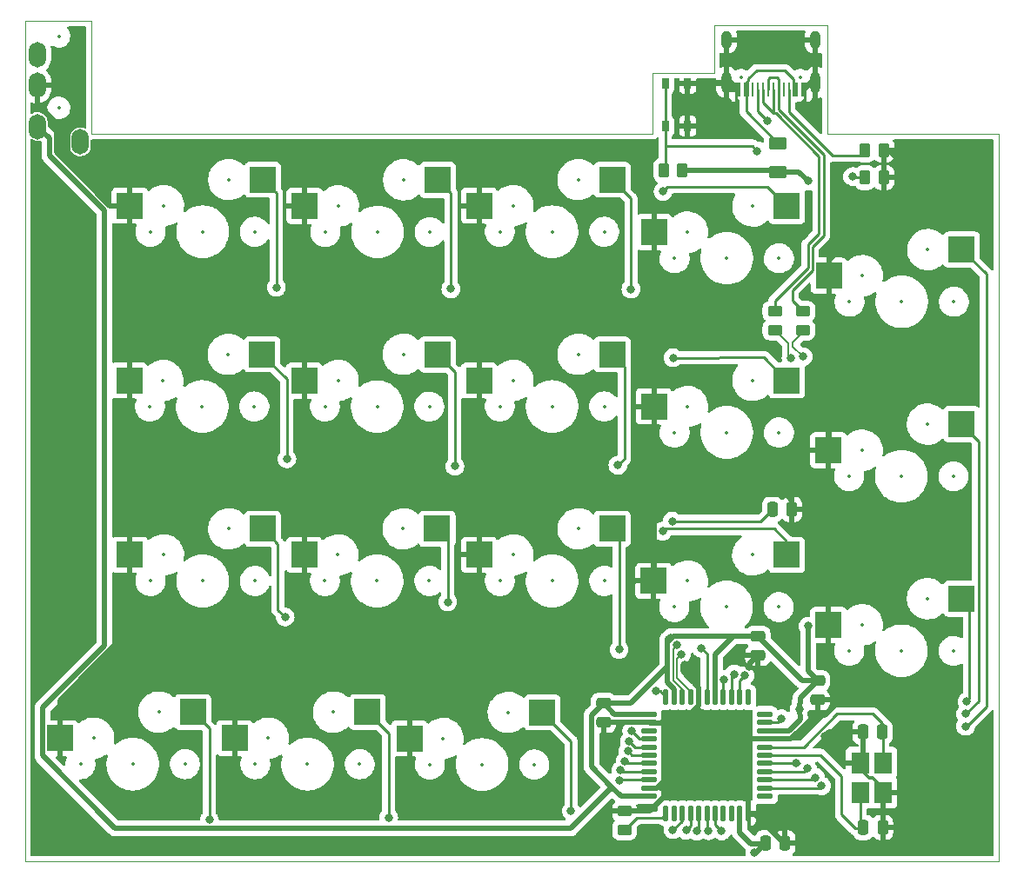
<source format=gbl>
%TF.GenerationSoftware,KiCad,Pcbnew,(6.0.9)*%
%TF.CreationDate,2023-01-09T12:39:33+09:00*%
%TF.ProjectId,split-mini__right,73706c69-742d-46d6-996e-695f5f726967,rev?*%
%TF.SameCoordinates,Original*%
%TF.FileFunction,Copper,L2,Bot*%
%TF.FilePolarity,Positive*%
%FSLAX46Y46*%
G04 Gerber Fmt 4.6, Leading zero omitted, Abs format (unit mm)*
G04 Created by KiCad (PCBNEW (6.0.9)) date 2023-01-09 12:39:33*
%MOMM*%
%LPD*%
G01*
G04 APERTURE LIST*
G04 Aperture macros list*
%AMRoundRect*
0 Rectangle with rounded corners*
0 $1 Rounding radius*
0 $2 $3 $4 $5 $6 $7 $8 $9 X,Y pos of 4 corners*
0 Add a 4 corners polygon primitive as box body*
4,1,4,$2,$3,$4,$5,$6,$7,$8,$9,$2,$3,0*
0 Add four circle primitives for the rounded corners*
1,1,$1+$1,$2,$3*
1,1,$1+$1,$4,$5*
1,1,$1+$1,$6,$7*
1,1,$1+$1,$8,$9*
0 Add four rect primitives between the rounded corners*
20,1,$1+$1,$2,$3,$4,$5,0*
20,1,$1+$1,$4,$5,$6,$7,0*
20,1,$1+$1,$6,$7,$8,$9,0*
20,1,$1+$1,$8,$9,$2,$3,0*%
G04 Aperture macros list end*
%TA.AperFunction,Profile*%
%ADD10C,0.100000*%
%TD*%
%TA.AperFunction,SMDPad,CuDef*%
%ADD11R,2.550000X2.500000*%
%TD*%
%TA.AperFunction,SMDPad,CuDef*%
%ADD12R,0.580000X1.400000*%
%TD*%
%TA.AperFunction,SMDPad,CuDef*%
%ADD13R,0.280000X1.400000*%
%TD*%
%TA.AperFunction,ComponentPad*%
%ADD14O,1.000000X1.800000*%
%TD*%
%TA.AperFunction,ComponentPad*%
%ADD15O,1.000000X2.100000*%
%TD*%
%TA.AperFunction,SMDPad,CuDef*%
%ADD16RoundRect,0.137500X-0.137500X0.600000X-0.137500X-0.600000X0.137500X-0.600000X0.137500X0.600000X0*%
%TD*%
%TA.AperFunction,SMDPad,CuDef*%
%ADD17RoundRect,0.137500X-0.600000X0.137500X-0.600000X-0.137500X0.600000X-0.137500X0.600000X0.137500X0*%
%TD*%
%TA.AperFunction,SMDPad,CuDef*%
%ADD18RoundRect,0.250000X-0.625000X0.375000X-0.625000X-0.375000X0.625000X-0.375000X0.625000X0.375000X0*%
%TD*%
%TA.AperFunction,SMDPad,CuDef*%
%ADD19RoundRect,0.250000X0.450000X-0.262500X0.450000X0.262500X-0.450000X0.262500X-0.450000X-0.262500X0*%
%TD*%
%TA.AperFunction,SMDPad,CuDef*%
%ADD20RoundRect,0.250000X-0.262500X-0.450000X0.262500X-0.450000X0.262500X0.450000X-0.262500X0.450000X0*%
%TD*%
%TA.AperFunction,SMDPad,CuDef*%
%ADD21RoundRect,0.250000X-0.475000X0.250000X-0.475000X-0.250000X0.475000X-0.250000X0.475000X0.250000X0*%
%TD*%
%TA.AperFunction,ComponentPad*%
%ADD22O,1.700000X2.500000*%
%TD*%
%TA.AperFunction,SMDPad,CuDef*%
%ADD23RoundRect,0.250000X0.250000X0.475000X-0.250000X0.475000X-0.250000X-0.475000X0.250000X-0.475000X0*%
%TD*%
%TA.AperFunction,SMDPad,CuDef*%
%ADD24R,0.650000X1.050000*%
%TD*%
%TA.AperFunction,SMDPad,CuDef*%
%ADD25R,1.800000X2.100000*%
%TD*%
%TA.AperFunction,SMDPad,CuDef*%
%ADD26RoundRect,0.250000X-0.250000X-0.475000X0.250000X-0.475000X0.250000X0.475000X-0.250000X0.475000X0*%
%TD*%
%TA.AperFunction,SMDPad,CuDef*%
%ADD27RoundRect,0.250000X0.262500X0.450000X-0.262500X0.450000X-0.262500X-0.450000X0.262500X-0.450000X0*%
%TD*%
%TA.AperFunction,SMDPad,CuDef*%
%ADD28RoundRect,0.250000X-0.450000X0.262500X-0.450000X-0.262500X0.450000X-0.262500X0.450000X0.262500X0*%
%TD*%
%TA.AperFunction,ViaPad*%
%ADD29C,0.800000*%
%TD*%
%TA.AperFunction,Conductor*%
%ADD30C,0.500000*%
%TD*%
%TA.AperFunction,Conductor*%
%ADD31C,0.250000*%
%TD*%
%TA.AperFunction,Conductor*%
%ADD32C,0.200000*%
%TD*%
%TA.AperFunction,Conductor*%
%ADD33C,0.300000*%
%TD*%
%ADD34C,0.350000*%
%ADD35O,0.600000X1.400000*%
%ADD36O,0.600000X1.700000*%
%ADD37O,1.000000X1.500000*%
G04 APERTURE END LIST*
D10*
X90236197Y-19693424D02*
X101236197Y-19693424D01*
X117950000Y-101175000D02*
X23150000Y-101175000D01*
X117950000Y-30325000D02*
X117950000Y-101175000D01*
X23150000Y-101175000D02*
X23150000Y-19325000D01*
X29650000Y-30325000D02*
X84236197Y-30325000D01*
X29650000Y-19325000D02*
X29650000Y-30325000D01*
X84236197Y-30325000D02*
X84236197Y-24325000D01*
X101236197Y-19693424D02*
X101236197Y-30325000D01*
X84236197Y-24325000D02*
X90236197Y-24325000D01*
X90236197Y-24325000D02*
X90236197Y-19693424D01*
X101236197Y-30325000D02*
X117950000Y-30325000D01*
X23150000Y-19325000D02*
X29650000Y-19325000D01*
D11*
%TO.P,SW13,1,1*%
%TO.N,GND*%
X67365000Y-71310000D03*
%TO.P,SW13,2,2*%
%TO.N,/col12*%
X80292000Y-68770000D03*
%TD*%
%TO.P,SW15,1,1*%
%TO.N,GND*%
X101365000Y-78110000D03*
%TO.P,SW15,2,2*%
%TO.N,/col14*%
X114292000Y-75570000D03*
%TD*%
%TO.P,SW7,1,1*%
%TO.N,GND*%
X50350000Y-54315000D03*
%TO.P,SW7,2,2*%
%TO.N,/col6*%
X63277000Y-51775000D03*
%TD*%
%TO.P,SW3,1,1*%
%TO.N,GND*%
X67365000Y-37285000D03*
%TO.P,SW3,2,2*%
%TO.N,/col2*%
X80292000Y-34745000D03*
%TD*%
%TO.P,SW6,1,1*%
%TO.N,GND*%
X33315000Y-54310000D03*
%TO.P,SW6,2,2*%
%TO.N,/col5*%
X46242000Y-51770000D03*
%TD*%
%TO.P,SW17,1,1*%
%TO.N,GND*%
X43565000Y-89160000D03*
%TO.P,SW17,2,2*%
%TO.N,/col16*%
X56492000Y-86620000D03*
%TD*%
%TO.P,SW14,1,1*%
%TO.N,GND*%
X84350000Y-73850000D03*
%TO.P,SW14,2,2*%
%TO.N,/col13*%
X97277000Y-71310000D03*
%TD*%
%TO.P,SW9,1,1*%
%TO.N,GND*%
X84365000Y-56835000D03*
%TO.P,SW9,2,2*%
%TO.N,/col8*%
X97292000Y-54295000D03*
%TD*%
%TO.P,SW8,1,1*%
%TO.N,GND*%
X67365000Y-54310000D03*
%TO.P,SW8,2,2*%
%TO.N,/col7*%
X80292000Y-51770000D03*
%TD*%
%TO.P,SW10,1,1*%
%TO.N,GND*%
X101365000Y-61110000D03*
%TO.P,SW10,2,2*%
%TO.N,/col9*%
X114292000Y-58570000D03*
%TD*%
%TO.P,SW11,1,1*%
%TO.N,GND*%
X33365000Y-71310000D03*
%TO.P,SW11,2,2*%
%TO.N,/col10*%
X46292000Y-68770000D03*
%TD*%
%TO.P,SW1,1,1*%
%TO.N,GND*%
X33365000Y-37285000D03*
%TO.P,SW1,2,2*%
%TO.N,/col0*%
X46292000Y-34745000D03*
%TD*%
%TO.P,SW12,1,1*%
%TO.N,GND*%
X50340000Y-71310000D03*
%TO.P,SW12,2,2*%
%TO.N,/col11*%
X63267000Y-68770000D03*
%TD*%
%TO.P,SW5,1,1*%
%TO.N,GND*%
X101390000Y-44110000D03*
%TO.P,SW5,2,2*%
%TO.N,/col4*%
X114317000Y-41570000D03*
%TD*%
%TO.P,SW2,1,1*%
%TO.N,GND*%
X50390000Y-37310000D03*
%TO.P,SW2,2,2*%
%TO.N,/col1*%
X63317000Y-34770000D03*
%TD*%
%TO.P,SW16,1,1*%
%TO.N,GND*%
X26565000Y-89160000D03*
%TO.P,SW16,2,2*%
%TO.N,/col15*%
X39492000Y-86620000D03*
%TD*%
%TO.P,SW4,1,1*%
%TO.N,GND*%
X84365000Y-39860000D03*
%TO.P,SW4,2,2*%
%TO.N,/col3*%
X97292000Y-37320000D03*
%TD*%
%TO.P,SW18,1,1*%
%TO.N,GND*%
X60565000Y-89185000D03*
%TO.P,SW18,2,2*%
%TO.N,/col17*%
X73492000Y-86645000D03*
%TD*%
D12*
%TO.P,J1,A1,GND*%
%TO.N,GND*%
X92550000Y-25990000D03*
%TO.P,J1,A4,VBUS*%
%TO.N,Net-(F1-Pad1)*%
X93350000Y-25990000D03*
D13*
%TO.P,J1,A5,CC1*%
%TO.N,Net-(J1-PadA5)*%
X94500000Y-25990000D03*
%TO.P,J1,A6,D+*%
%TO.N,Net-(J1-PadA6)*%
X95500000Y-25990000D03*
%TO.P,J1,A7,D-*%
%TO.N,Net-(J1-PadA7)*%
X96000000Y-25990000D03*
%TO.P,J1,A8,SBU1*%
%TO.N,unconnected-(J1-PadA8)*%
X97000000Y-25990000D03*
D12*
%TO.P,J1,A9,VBUS*%
%TO.N,Net-(F1-Pad1)*%
X98150000Y-25990000D03*
%TO.P,J1,A12,GND*%
%TO.N,GND*%
X98950000Y-25990000D03*
%TO.P,J1,B1,GND*%
X98950000Y-25990000D03*
%TO.P,J1,B4,VBUS*%
%TO.N,Net-(F1-Pad1)*%
X98150000Y-25990000D03*
D13*
%TO.P,J1,B5,CC2*%
%TO.N,Net-(J1-PadB5)*%
X97500000Y-25990000D03*
%TO.P,J1,B6,D+*%
%TO.N,Net-(J1-PadA6)*%
X96500000Y-25990000D03*
%TO.P,J1,B7,D-*%
%TO.N,Net-(J1-PadA7)*%
X95000000Y-25990000D03*
%TO.P,J1,B8,SBU2*%
%TO.N,unconnected-(J1-PadB8)*%
X94000000Y-25990000D03*
D12*
%TO.P,J1,B9,VBUS*%
%TO.N,Net-(F1-Pad1)*%
X93350000Y-25990000D03*
%TO.P,J1,B12,GND*%
%TO.N,GND*%
X92550000Y-25990000D03*
D14*
%TO.P,J1,S1,SHIELD*%
X100070000Y-21110000D03*
D15*
X91430000Y-25290000D03*
X100070000Y-25290000D03*
D14*
X91430000Y-21110000D03*
%TD*%
D16*
%TO.P,U1,1,PE6*%
%TO.N,/col2*%
X85525000Y-85162500D03*
%TO.P,U1,2,UVCC*%
%TO.N,VCC*%
X86325000Y-85162500D03*
%TO.P,U1,3,D-*%
%TO.N,D-*%
X87125000Y-85162500D03*
%TO.P,U1,4,D+*%
%TO.N,D+*%
X87925000Y-85162500D03*
%TO.P,U1,5,UGND*%
%TO.N,GND*%
X88725000Y-85162500D03*
%TO.P,U1,6,UCAP*%
%TO.N,Net-(C1-Pad1)*%
X89525000Y-85162500D03*
%TO.P,U1,7,VBUS*%
%TO.N,VCC*%
X90325000Y-85162500D03*
%TO.P,U1,8,PB0*%
%TO.N,/col3*%
X91125000Y-85162500D03*
%TO.P,U1,9,PB1*%
%TO.N,/col8*%
X91925000Y-85162500D03*
%TO.P,U1,10,PB2*%
%TO.N,/col13*%
X92725000Y-85162500D03*
%TO.P,U1,11,PB3*%
%TO.N,unconnected-(U1-Pad11)*%
X93525000Y-85162500D03*
D17*
%TO.P,U1,12,PB7*%
%TO.N,unconnected-(U1-Pad12)*%
X95187500Y-86825000D03*
%TO.P,U1,13,~{RESET}*%
%TO.N,RESET*%
X95187500Y-87625000D03*
%TO.P,U1,14,VCC*%
%TO.N,VCC*%
X95187500Y-88425000D03*
%TO.P,U1,15,GND*%
%TO.N,GND*%
X95187500Y-89225000D03*
%TO.P,U1,16,XTAL2*%
%TO.N,XTAL2*%
X95187500Y-90025000D03*
%TO.P,U1,17,XTAL1*%
%TO.N,XTAL1*%
X95187500Y-90825000D03*
%TO.P,U1,18,PD0*%
%TO.N,SCL*%
X95187500Y-91625000D03*
%TO.P,U1,19,PD1*%
%TO.N,/col14*%
X95187500Y-92425000D03*
%TO.P,U1,20,PD2*%
%TO.N,/col9*%
X95187500Y-93225000D03*
%TO.P,U1,21,PD3*%
%TO.N,/col4*%
X95187500Y-94025000D03*
%TO.P,U1,22,PD5*%
%TO.N,unconnected-(U1-Pad22)*%
X95187500Y-94825000D03*
D16*
%TO.P,U1,23,GND*%
%TO.N,GND*%
X93525000Y-96487500D03*
%TO.P,U1,24,AVCC*%
%TO.N,VCC*%
X92725000Y-96487500D03*
%TO.P,U1,25,PD4*%
%TO.N,unconnected-(U1-Pad25)*%
X91925000Y-96487500D03*
%TO.P,U1,26,PD6*%
%TO.N,unconnected-(U1-Pad26)*%
X91125000Y-96487500D03*
%TO.P,U1,27,PD7*%
%TO.N,/col15*%
X90325000Y-96487500D03*
%TO.P,U1,28,PB4*%
%TO.N,/col16*%
X89525000Y-96487500D03*
%TO.P,U1,29,PB5*%
%TO.N,/col17*%
X88725000Y-96487500D03*
%TO.P,U1,30,PB6*%
%TO.N,/col10*%
X87925000Y-96487500D03*
%TO.P,U1,31,PC6*%
%TO.N,/col11*%
X87125000Y-96487500D03*
%TO.P,U1,32,PC7*%
%TO.N,unconnected-(U1-Pad32)*%
X86325000Y-96487500D03*
%TO.P,U1,33,~{HWB}/PE2*%
%TO.N,Net-(R5-Pad1)*%
X85525000Y-96487500D03*
D17*
%TO.P,U1,34,VCC*%
%TO.N,VCC*%
X83862500Y-94825000D03*
%TO.P,U1,35,GND*%
%TO.N,GND*%
X83862500Y-94025000D03*
%TO.P,U1,36,PF7*%
%TO.N,/col5*%
X83862500Y-93225000D03*
%TO.P,U1,37,PF6*%
%TO.N,/col6*%
X83862500Y-92425000D03*
%TO.P,U1,38,PF5*%
%TO.N,/col12*%
X83862500Y-91625000D03*
%TO.P,U1,39,PF4*%
%TO.N,/col7*%
X83862500Y-90825000D03*
%TO.P,U1,40,PF1*%
%TO.N,/col0*%
X83862500Y-90025000D03*
%TO.P,U1,41,PF0*%
%TO.N,/col1*%
X83862500Y-89225000D03*
%TO.P,U1,42,AREF*%
%TO.N,unconnected-(U1-Pad42)*%
X83862500Y-88425000D03*
%TO.P,U1,43,GND*%
%TO.N,GND*%
X83862500Y-87625000D03*
%TO.P,U1,44,AVCC*%
%TO.N,VCC*%
X83862500Y-86825000D03*
%TD*%
D18*
%TO.P,F1,1*%
%TO.N,Net-(F1-Pad1)*%
X96425000Y-31200000D03*
%TO.P,F1,2*%
%TO.N,VCC*%
X96425000Y-34000000D03*
%TD*%
D19*
%TO.P,R5,1*%
%TO.N,Net-(R5-Pad1)*%
X81500000Y-98112500D03*
%TO.P,R5,2*%
%TO.N,GND*%
X81500000Y-96287500D03*
%TD*%
D20*
%TO.P,R1,1*%
%TO.N,Net-(J1-PadA5)*%
X104912500Y-34550000D03*
%TO.P,R1,2*%
%TO.N,GND*%
X106737500Y-34550000D03*
%TD*%
D21*
%TO.P,C5,1*%
%TO.N,VCC*%
X100275000Y-83550000D03*
%TO.P,C5,2*%
%TO.N,GND*%
X100275000Y-85450000D03*
%TD*%
D22*
%TO.P,J2,A*%
%TO.N,unconnected-(J2-PadA)*%
X28550000Y-31075000D03*
%TO.P,J2,B*%
%TO.N,SCL*%
X24350000Y-22575000D03*
%TO.P,J2,C*%
%TO.N,GND*%
X24350000Y-25575000D03*
%TO.P,J2,D*%
%TO.N,VCC*%
X24350000Y-29575000D03*
%TD*%
D23*
%TO.P,C7,1*%
%TO.N,XTAL2*%
X106585000Y-88560000D03*
%TO.P,C7,2*%
%TO.N,GND*%
X104685000Y-88560000D03*
%TD*%
D20*
%TO.P,R2,1*%
%TO.N,Net-(J1-PadB5)*%
X104892500Y-31860000D03*
%TO.P,R2,2*%
%TO.N,GND*%
X106717500Y-31860000D03*
%TD*%
D24*
%TO.P,RESET1,1,A*%
%TO.N,GND*%
X87655000Y-29530000D03*
%TO.P,RESET1,2,B*%
X87655000Y-25370000D03*
%TO.P,RESET1,3,C*%
%TO.N,RESET*%
X85495000Y-29530000D03*
%TO.P,RESET1,4,D*%
X85495000Y-25370000D03*
%TD*%
D25*
%TO.P,Y1,1,1*%
%TO.N,XTAL1*%
X104435000Y-94460000D03*
%TO.P,Y1,2,2*%
%TO.N,GND*%
X104435000Y-91560000D03*
%TO.P,Y1,3,3*%
%TO.N,XTAL2*%
X106635000Y-91560000D03*
%TO.P,Y1,4,4*%
%TO.N,GND*%
X106635000Y-94460000D03*
%TD*%
D26*
%TO.P,C4,1*%
%TO.N,VCC*%
X95235000Y-99375000D03*
%TO.P,C4,2*%
%TO.N,GND*%
X97135000Y-99375000D03*
%TD*%
D21*
%TO.P,C2,1*%
%TO.N,VCC*%
X94475000Y-79225000D03*
%TO.P,C2,2*%
%TO.N,GND*%
X94475000Y-81125000D03*
%TD*%
D27*
%TO.P,R6,1*%
%TO.N,VCC*%
X87137500Y-33850000D03*
%TO.P,R6,2*%
%TO.N,RESET*%
X85312500Y-33850000D03*
%TD*%
D23*
%TO.P,C6,1*%
%TO.N,GND*%
X106635000Y-97860000D03*
%TO.P,C6,2*%
%TO.N,XTAL1*%
X104735000Y-97860000D03*
%TD*%
D28*
%TO.P,R4,1*%
%TO.N,Net-(J1-PadA6)*%
X98875000Y-47575000D03*
X98875000Y-47575000D03*
%TO.P,R4,2*%
%TO.N,D+*%
X98875000Y-49400000D03*
%TD*%
%TO.P,R3,1*%
%TO.N,Net-(J1-PadA7)*%
X96145000Y-47565000D03*
%TO.P,R3,2*%
%TO.N,D-*%
X96145000Y-49390000D03*
%TD*%
D21*
%TO.P,C3,1*%
%TO.N,VCC*%
X79450000Y-85750000D03*
%TO.P,C3,2*%
%TO.N,GND*%
X79450000Y-87650000D03*
%TD*%
D26*
%TO.P,C1,1*%
%TO.N,Net-(C1-Pad1)*%
X95900000Y-66875000D03*
%TO.P,C1,2*%
%TO.N,GND*%
X97800000Y-66875000D03*
%TD*%
D29*
%TO.N,GND*%
X27800000Y-24200000D03*
X108200000Y-32800000D03*
%TO.N,/col15*%
X41100000Y-97100000D03*
X90950000Y-98200000D03*
%TO.N,/col16*%
X58550000Y-96900000D03*
X89675000Y-98175000D03*
%TO.N,/col17*%
X76300000Y-96250000D03*
X88552262Y-98215632D03*
%TO.N,/col10*%
X48475000Y-77350000D03*
X87512500Y-98137500D03*
%TO.N,/col11*%
X86200000Y-98075000D03*
X64300000Y-75900000D03*
%TO.N,/col5*%
X48650000Y-61950000D03*
X81043566Y-93297605D03*
%TO.N,/col6*%
X65000000Y-62675000D03*
X81131794Y-92302005D03*
%TO.N,/col12*%
X80976305Y-80526305D03*
X81556248Y-91397105D03*
%TO.N,/col7*%
X80850000Y-62575000D03*
X81841185Y-90439077D03*
%TO.N,/col0*%
X47625000Y-45250000D03*
X81977407Y-89448901D03*
%TO.N,/col1*%
X64600000Y-45400000D03*
X82200000Y-88474500D03*
%TO.N,/col2*%
X82125000Y-45425000D03*
X84600000Y-84600000D03*
%TO.N,VCC*%
X94175000Y-100275000D03*
X98500000Y-86325000D03*
%TO.N,Net-(C1-Pad1)*%
X86143357Y-68025500D03*
X88975000Y-80400000D03*
%TO.N,/col13*%
X85214500Y-69000000D03*
%TO.N,/col8*%
X86225000Y-52100000D03*
%TO.N,/col3*%
X85250000Y-35900000D03*
%TO.N,/col13*%
X93212500Y-83062500D03*
%TO.N,/col8*%
X92175000Y-82925000D03*
%TO.N,/col3*%
X91175000Y-83475000D03*
%TO.N,SCL*%
X98200000Y-91625000D03*
%TO.N,RESET*%
X96775000Y-87275000D03*
X94425000Y-31950000D03*
%TO.N,/col4*%
X114700000Y-88000000D03*
X100685199Y-93810276D03*
%TO.N,/col9*%
X114700000Y-86800000D03*
X100100000Y-93000000D03*
%TO.N,GND*%
X100050000Y-86950000D03*
X101024799Y-88949799D03*
X87324500Y-82025500D03*
X93643741Y-82160815D03*
%TO.N,VCC*%
X99350000Y-34900000D03*
X99380787Y-78249143D03*
%TO.N,Net-(J1-PadA5)*%
X103700000Y-34450000D03*
X95425000Y-29000000D03*
%TO.N,D-*%
X86625000Y-80074500D03*
X97712500Y-52162500D03*
%TO.N,D+*%
X87056186Y-80976212D03*
X98875000Y-52000000D03*
%TO.N,/col14*%
X99300000Y-92100000D03*
X114825000Y-85600000D03*
%TD*%
D30*
%TO.N,VCC*%
X24350000Y-29575000D02*
X25525000Y-30750000D01*
X25525000Y-30750000D02*
X25525000Y-32389950D01*
X25525000Y-32389950D02*
X30900000Y-37764950D01*
X30900000Y-37764950D02*
X30900000Y-80135050D01*
X30900000Y-80135050D02*
X24840000Y-86195050D01*
X24840000Y-86195050D02*
X24840000Y-90860000D01*
X24840000Y-90860000D02*
X31930000Y-97950000D01*
X31930000Y-97950000D02*
X76275000Y-97950000D01*
X76275000Y-97950000D02*
X80287500Y-93937500D01*
X94475000Y-79225000D02*
X86272418Y-79225000D01*
X86272418Y-79225000D02*
X85675000Y-79822418D01*
X85675000Y-79822418D02*
X85675000Y-82225000D01*
X85675000Y-82225000D02*
X82150000Y-85750000D01*
X82150000Y-85750000D02*
X79450000Y-85750000D01*
D31*
%TO.N,/col2*%
X84600000Y-84600000D02*
X84962500Y-84600000D01*
X84962500Y-84600000D02*
X85525000Y-85162500D01*
%TO.N,/col11*%
X86200000Y-98075000D02*
X86325000Y-98050000D01*
X87125000Y-97250000D02*
X86200000Y-98075000D01*
X87125000Y-96487500D02*
X87125000Y-97250000D01*
%TO.N,/col9*%
X114700000Y-86800000D02*
X115950000Y-85550000D01*
X115950000Y-60228000D02*
X114292000Y-58570000D01*
X115950000Y-85550000D02*
X115950000Y-60228000D01*
%TO.N,/col4*%
X116700000Y-86100305D02*
X116700000Y-43953000D01*
X114700000Y-88000000D02*
X114800305Y-88000000D01*
X114800305Y-88000000D02*
X116700000Y-86100305D01*
X116700000Y-43953000D02*
X114317000Y-41570000D01*
D30*
%TO.N,GND*%
X107260000Y-31860000D02*
X108200000Y-32800000D01*
X106717500Y-31860000D02*
X107260000Y-31860000D01*
D31*
%TO.N,Net-(J1-PadB5)*%
X104892500Y-31860000D02*
X104352500Y-32400000D01*
X104352500Y-32400000D02*
X101725000Y-32400000D01*
X101725000Y-32400000D02*
X97500000Y-28175000D01*
X97500000Y-28175000D02*
X97500000Y-25990000D01*
D30*
%TO.N,GND*%
X60565000Y-89185000D02*
X60565000Y-83985000D01*
X60565000Y-83985000D02*
X61885000Y-82665000D01*
X61885000Y-82665000D02*
X62215000Y-82665000D01*
X49035000Y-82665000D02*
X62215000Y-82665000D01*
X62215000Y-82665000D02*
X65735000Y-82665000D01*
X65735000Y-82665000D02*
X67365000Y-81035000D01*
X67365000Y-81035000D02*
X67365000Y-71310000D01*
X43565000Y-82665000D02*
X45790000Y-82665000D01*
X45790000Y-82665000D02*
X49035000Y-82665000D01*
X43565000Y-89160000D02*
X43565000Y-84890000D01*
X43565000Y-84890000D02*
X45790000Y-82665000D01*
X26565000Y-85460000D02*
X29125000Y-82900000D01*
X43565000Y-82665000D02*
X29360000Y-82665000D01*
X29125000Y-82900000D02*
X33365000Y-78660000D01*
X29360000Y-82665000D02*
X29125000Y-82900000D01*
X26225000Y-29282233D02*
X26225000Y-32100000D01*
X24350000Y-27407233D02*
X26225000Y-29282233D01*
X24350000Y-25575000D02*
X24350000Y-27407233D01*
X26225000Y-32100000D02*
X31410000Y-37285000D01*
X31410000Y-37285000D02*
X33365000Y-37285000D01*
%TO.N,VCC*%
X80287500Y-93937500D02*
X81175000Y-94825000D01*
X78275000Y-91925000D02*
X80287500Y-93937500D01*
X87137500Y-33850000D02*
X96275000Y-33850000D01*
X96275000Y-33850000D02*
X96425000Y-34000000D01*
D31*
%TO.N,/col15*%
X90325000Y-97575000D02*
X90325000Y-96487500D01*
X90950000Y-98200000D02*
X90325000Y-97575000D01*
%TO.N,/col16*%
X89675000Y-98175000D02*
X89525000Y-98025000D01*
X89525000Y-98025000D02*
X89525000Y-96487500D01*
%TO.N,/col17*%
X88552262Y-98215632D02*
X88725000Y-98042894D01*
X88725000Y-98042894D02*
X88725000Y-96487500D01*
%TO.N,/col10*%
X87925000Y-97725000D02*
X87925000Y-96487500D01*
X87512500Y-98137500D02*
X87925000Y-97725000D01*
%TO.N,/col15*%
X41100000Y-97100000D02*
X41100000Y-88228000D01*
X41100000Y-88228000D02*
X39492000Y-86620000D01*
%TO.N,/col16*%
X58550000Y-96900000D02*
X58550000Y-88678000D01*
X58550000Y-88678000D02*
X56492000Y-86620000D01*
%TO.N,/col17*%
X76300000Y-96250000D02*
X76300000Y-89453000D01*
X76300000Y-89453000D02*
X73492000Y-86645000D01*
%TO.N,/col10*%
X48475000Y-77350000D02*
X47775000Y-76650000D01*
X47775000Y-76650000D02*
X47775000Y-70253000D01*
X47775000Y-70253000D02*
X46292000Y-68770000D01*
%TO.N,/col11*%
X64300000Y-69803000D02*
X64300000Y-75900000D01*
X63267000Y-68770000D02*
X64300000Y-69803000D01*
D30*
%TO.N,GND*%
X97800000Y-66875000D02*
X97800000Y-66000000D01*
X97800000Y-66000000D02*
X97175000Y-65375000D01*
X97175000Y-65375000D02*
X85900000Y-65375000D01*
X85900000Y-65375000D02*
X84510000Y-66765000D01*
X84510000Y-66765000D02*
X84365000Y-66765000D01*
X84365000Y-56835000D02*
X84365000Y-66765000D01*
X84365000Y-66765000D02*
X84365000Y-67435000D01*
X67365000Y-71310000D02*
X67365000Y-69290000D01*
X67365000Y-69290000D02*
X67365000Y-54310000D01*
X84365000Y-67435000D02*
X84365000Y-73835000D01*
X67365000Y-69290000D02*
X70755000Y-65900000D01*
X70755000Y-65900000D02*
X82830000Y-65900000D01*
X82830000Y-65900000D02*
X84365000Y-67435000D01*
D31*
%TO.N,Net-(R5-Pad1)*%
X81500000Y-98112500D02*
X82687500Y-96925000D01*
X82687500Y-96925000D02*
X85150000Y-96925000D01*
X85150000Y-96925000D02*
X85525000Y-96550000D01*
X85525000Y-96550000D02*
X85525000Y-96487500D01*
D30*
%TO.N,GND*%
X81500000Y-96287500D02*
X83968350Y-96287500D01*
X83968350Y-96287500D02*
X85440425Y-94815425D01*
X85440425Y-94815425D02*
X85440425Y-93215425D01*
%TO.N,VCC*%
X79450000Y-85750000D02*
X78275000Y-86925000D01*
X78275000Y-86925000D02*
X78275000Y-91925000D01*
X81175000Y-94825000D02*
X83862500Y-94825000D01*
X79450000Y-85750000D02*
X80525000Y-86825000D01*
X80525000Y-86825000D02*
X83862500Y-86825000D01*
%TO.N,GND*%
X79825000Y-87650000D02*
X79850000Y-87625000D01*
X79450000Y-87650000D02*
X79825000Y-87650000D01*
X79850000Y-87625000D02*
X83862500Y-87625000D01*
D31*
%TO.N,/col12*%
X80976305Y-80526305D02*
X81000000Y-80502610D01*
X81000000Y-80502610D02*
X81000000Y-69478000D01*
X81000000Y-69478000D02*
X80292000Y-68770000D01*
%TO.N,/col5*%
X81116171Y-93225000D02*
X83862500Y-93225000D01*
X81043566Y-93297605D02*
X81116171Y-93225000D01*
X81043566Y-93297605D02*
X80945961Y-93200000D01*
X48650000Y-54178000D02*
X46242000Y-51770000D01*
X48650000Y-61950000D02*
X48650000Y-54178000D01*
%TO.N,/col6*%
X81131794Y-92302005D02*
X81254789Y-92425000D01*
X81254789Y-92425000D02*
X83862500Y-92425000D01*
X65000000Y-62675000D02*
X65000000Y-53498000D01*
X65000000Y-53498000D02*
X63277000Y-51775000D01*
%TO.N,/col12*%
X81556248Y-91397105D02*
X81784143Y-91625000D01*
X81784143Y-91625000D02*
X83862500Y-91625000D01*
%TO.N,/col7*%
X82227108Y-90825000D02*
X83862500Y-90825000D01*
X81841185Y-90439077D02*
X82227108Y-90825000D01*
X80850000Y-62575000D02*
X81500000Y-61925000D01*
X81500000Y-61925000D02*
X81500000Y-52978000D01*
X81500000Y-52978000D02*
X80292000Y-51770000D01*
D30*
%TO.N,GND*%
X101365000Y-61110000D02*
X101365000Y-66515000D01*
X101365000Y-66515000D02*
X101365000Y-78110000D01*
X97800000Y-66875000D02*
X101005000Y-66875000D01*
X101005000Y-66875000D02*
X101365000Y-66515000D01*
D31*
%TO.N,/col0*%
X81977407Y-89448901D02*
X82553506Y-90025000D01*
X82553506Y-90025000D02*
X83862500Y-90025000D01*
X47625000Y-45250000D02*
X47625000Y-36078000D01*
X47625000Y-36078000D02*
X46292000Y-34745000D01*
%TO.N,/col1*%
X82200000Y-88474500D02*
X82950500Y-89225000D01*
X82950500Y-89225000D02*
X83862500Y-89225000D01*
X64600000Y-45400000D02*
X64600000Y-36053000D01*
X64600000Y-36053000D02*
X63317000Y-34770000D01*
%TO.N,/col2*%
X82125000Y-45425000D02*
X82125000Y-36578000D01*
X82125000Y-36578000D02*
X80292000Y-34745000D01*
D30*
%TO.N,VCC*%
X94175000Y-100275000D02*
X94335000Y-100275000D01*
X94335000Y-100275000D02*
X95235000Y-99375000D01*
X98500000Y-86325000D02*
X98625000Y-87335050D01*
D31*
%TO.N,Net-(C1-Pad1)*%
X86143357Y-68025500D02*
X94749500Y-68025500D01*
X94749500Y-68025500D02*
X95900000Y-66875000D01*
%TO.N,/col13*%
X85464500Y-68750000D02*
X96050000Y-68750000D01*
X85214500Y-69000000D02*
X85464500Y-68750000D01*
X96050000Y-68750000D02*
X97277000Y-69977000D01*
X97277000Y-69977000D02*
X97277000Y-71310000D01*
%TO.N,Net-(C1-Pad1)*%
X89525000Y-85162500D02*
X89525000Y-80950000D01*
X89525000Y-80950000D02*
X88975000Y-80400000D01*
D30*
%TO.N,GND*%
X93643741Y-82160815D02*
X93643741Y-81956259D01*
X93643741Y-81956259D02*
X94475000Y-81125000D01*
D31*
%TO.N,/col13*%
X93212500Y-83062500D02*
X92725000Y-83550000D01*
X92725000Y-83550000D02*
X92725000Y-85162500D01*
D32*
%TO.N,D+*%
X87056186Y-80976212D02*
X86625000Y-81407398D01*
X87925000Y-84606282D02*
X87925000Y-85162500D01*
X86625000Y-81407398D02*
X86625000Y-83306282D01*
X86625000Y-83306282D02*
X87925000Y-84606282D01*
D30*
%TO.N,GND*%
X87324500Y-82025500D02*
X87175000Y-82175000D01*
X87175000Y-82175000D02*
X87175000Y-82650000D01*
X87175000Y-82650000D02*
X88725000Y-84200000D01*
X88725000Y-84200000D02*
X88725000Y-85162500D01*
D31*
%TO.N,/col8*%
X86225000Y-52100000D02*
X86400000Y-52075000D01*
X95072000Y-52075000D02*
X86225000Y-52100000D01*
X97292000Y-54295000D02*
X95072000Y-52075000D01*
%TO.N,/col3*%
X85250000Y-35900000D02*
X85125000Y-35950000D01*
X85630001Y-35444999D02*
X85250000Y-35900000D01*
X95416999Y-35444999D02*
X85630001Y-35444999D01*
X97292000Y-37320000D02*
X95416999Y-35444999D01*
%TO.N,/col8*%
X91925000Y-83175000D02*
X92175000Y-82925000D01*
X91925000Y-85162500D02*
X91925000Y-83175000D01*
%TO.N,/col3*%
X91175000Y-83475000D02*
X91175000Y-83700000D01*
X91125000Y-83525000D02*
X91175000Y-83475000D01*
X91175000Y-83700000D02*
X91150000Y-83725000D01*
X91125000Y-85162500D02*
X91125000Y-83525000D01*
D32*
%TO.N,D-*%
X87125000Y-84416332D02*
X87125000Y-85162500D01*
X86625000Y-80074500D02*
X86225000Y-80474500D01*
X86225000Y-80474500D02*
X86225000Y-83516332D01*
X86225000Y-83516332D02*
X87125000Y-84416332D01*
D30*
%TO.N,VCC*%
X85975000Y-79225000D02*
X85675000Y-79525000D01*
X85675000Y-79525000D02*
X85675000Y-83744150D01*
X85675000Y-83744150D02*
X86325000Y-84394150D01*
X86325000Y-84394150D02*
X86325000Y-85162500D01*
D31*
%TO.N,/col14*%
X114825000Y-85600000D02*
X115075000Y-85350000D01*
X115075000Y-85350000D02*
X115075000Y-76353000D01*
X115075000Y-76353000D02*
X114292000Y-75570000D01*
%TO.N,RESET*%
X93945000Y-31470000D02*
X85495000Y-31470000D01*
X94425000Y-31950000D02*
X93945000Y-31470000D01*
D30*
%TO.N,GND*%
X101024799Y-88949799D02*
X101414598Y-88560000D01*
X101414598Y-88560000D02*
X104685000Y-88560000D01*
D31*
%TO.N,SCL*%
X98200000Y-91625000D02*
X98525000Y-91625000D01*
X95187500Y-91625000D02*
X98200000Y-91625000D01*
%TO.N,/col4*%
X100685199Y-93810276D02*
X100470475Y-94025000D01*
X100470475Y-94025000D02*
X95187500Y-94025000D01*
D30*
%TO.N,GND*%
X101365000Y-78110000D02*
X101365000Y-82440000D01*
X101365000Y-82440000D02*
X102000000Y-83075000D01*
X102000000Y-83075000D02*
X102000000Y-85950000D01*
X102000000Y-85950000D02*
X101000000Y-86950000D01*
X101000000Y-86950000D02*
X100050000Y-86950000D01*
D31*
%TO.N,RESET*%
X96775000Y-87275000D02*
X96425000Y-87625000D01*
X96425000Y-87625000D02*
X95187500Y-87625000D01*
X85495000Y-29530000D02*
X85495000Y-31470000D01*
X85495000Y-31470000D02*
X85495000Y-33667500D01*
%TO.N,/col9*%
X99875000Y-93225000D02*
X100100000Y-93000000D01*
X95187500Y-93225000D02*
X99875000Y-93225000D01*
D30*
%TO.N,GND*%
X84630850Y-94025000D02*
X83862500Y-94025000D01*
X91430000Y-21110000D02*
X100070000Y-21110000D01*
X101390000Y-61085000D02*
X101365000Y-61110000D01*
X83862500Y-87625000D02*
X83937500Y-87700000D01*
X106717500Y-31860000D02*
X106717500Y-34530000D01*
X89812500Y-88512500D02*
X89812500Y-88843350D01*
X97725000Y-89225000D02*
X95187500Y-89225000D01*
X104435000Y-91560000D02*
X104435000Y-92185000D01*
X100070000Y-21110000D02*
X100070000Y-25290000D01*
X91925000Y-89225000D02*
X90525000Y-89225000D01*
X101390000Y-44110000D02*
X101390000Y-61085000D01*
X67365000Y-37285000D02*
X67365000Y-54310000D01*
X88012500Y-86712500D02*
X88725000Y-86000000D01*
X106737500Y-34550000D02*
X106737500Y-37237500D01*
X83937500Y-87700000D02*
X87025000Y-87700000D01*
X87655000Y-25370000D02*
X91350000Y-25370000D01*
X90525000Y-89225000D02*
X89812500Y-88512500D01*
X88725000Y-86000000D02*
X88725000Y-85162500D01*
X97135000Y-99375000D02*
X97025000Y-99375000D01*
X101390000Y-42585000D02*
X101390000Y-44110000D01*
X33315000Y-54310000D02*
X33315000Y-37335000D01*
X91430000Y-25290000D02*
X91430000Y-21110000D01*
X89812500Y-88843350D02*
X85440425Y-93215425D01*
X33365000Y-54360000D02*
X33315000Y-54310000D01*
D33*
X105685000Y-93060000D02*
X106635000Y-94010000D01*
D30*
X26565000Y-89160000D02*
X26565000Y-85460000D01*
X84365000Y-39860000D02*
X84365000Y-56835000D01*
X50340000Y-81360000D02*
X49035000Y-82665000D01*
X94225000Y-96575000D02*
X93612500Y-96575000D01*
X87655000Y-25370000D02*
X87655000Y-29530000D01*
X91850000Y-25290000D02*
X92550000Y-25990000D01*
X33365000Y-71310000D02*
X33365000Y-54360000D01*
X91430000Y-25290000D02*
X91850000Y-25290000D01*
X106717500Y-34530000D02*
X106737500Y-34550000D01*
X97025000Y-99375000D02*
X94225000Y-96575000D01*
X84365000Y-73835000D02*
X84350000Y-73850000D01*
X50390000Y-37310000D02*
X50390000Y-54275000D01*
X93525000Y-96487500D02*
X93525000Y-90825000D01*
X95187500Y-89225000D02*
X91925000Y-89225000D01*
X100275000Y-85450000D02*
X100275000Y-86675000D01*
X33315000Y-37335000D02*
X33365000Y-37285000D01*
X50390000Y-54275000D02*
X50350000Y-54315000D01*
X91350000Y-25370000D02*
X91430000Y-25290000D01*
X50350000Y-54315000D02*
X50350000Y-71300000D01*
D33*
X105310000Y-93060000D02*
X105685000Y-93060000D01*
D30*
X100070000Y-25290000D02*
X99650000Y-25290000D01*
X50350000Y-71300000D02*
X50340000Y-71310000D01*
X89812500Y-88512500D02*
X88012500Y-86712500D01*
X85440425Y-93215425D02*
X84630850Y-94025000D01*
X50340000Y-71310000D02*
X50340000Y-81360000D01*
D33*
X104435000Y-92185000D02*
X105310000Y-93060000D01*
D30*
X93525000Y-90825000D02*
X91925000Y-89225000D01*
D33*
X106635000Y-94010000D02*
X106635000Y-94460000D01*
D30*
X93612500Y-96575000D02*
X93525000Y-96487500D01*
X99650000Y-25290000D02*
X98950000Y-25990000D01*
X104685000Y-88560000D02*
X104685000Y-91310000D01*
X106737500Y-37237500D02*
X101390000Y-42585000D01*
X100275000Y-86675000D02*
X97725000Y-89225000D01*
X104685000Y-91310000D02*
X104435000Y-91560000D01*
X33365000Y-78660000D02*
X33365000Y-71310000D01*
D33*
X106635000Y-94460000D02*
X106635000Y-97860000D01*
D30*
X87025000Y-87700000D02*
X88012500Y-86712500D01*
%TO.N,VCC*%
X98625000Y-85200000D02*
X98500000Y-86325000D01*
X92000000Y-79325000D02*
X90325000Y-81000000D01*
X99380787Y-82655787D02*
X100275000Y-83550000D01*
X93825000Y-99450000D02*
X95160000Y-99450000D01*
X98450000Y-34000000D02*
X99350000Y-34900000D01*
X90325000Y-81000000D02*
X90325000Y-85162500D01*
X99380787Y-78249143D02*
X99380787Y-82655787D01*
X92725000Y-96487500D02*
X92725000Y-98350000D01*
X95160000Y-99450000D02*
X95235000Y-99375000D01*
X100275000Y-83550000D02*
X98625000Y-85200000D01*
X98800000Y-83550000D02*
X94475000Y-79225000D01*
X92725000Y-98350000D02*
X93825000Y-99450000D01*
X96425000Y-34000000D02*
X98450000Y-34000000D01*
X100275000Y-83550000D02*
X98800000Y-83550000D01*
X97535050Y-88425000D02*
X95187500Y-88425000D01*
X98625000Y-87335050D02*
X97535050Y-88425000D01*
D31*
%TO.N,XTAL1*%
X100600000Y-90825000D02*
X95187500Y-90825000D01*
X102625000Y-92850000D02*
X100600000Y-90825000D01*
X104735000Y-97860000D02*
X104620000Y-97975000D01*
X104620000Y-97975000D02*
X103975000Y-97975000D01*
X104435000Y-97560000D02*
X104735000Y-97860000D01*
X104435000Y-94460000D02*
X104435000Y-97560000D01*
X103975000Y-97975000D02*
X102625000Y-96625000D01*
X102625000Y-96625000D02*
X102625000Y-92850000D01*
%TO.N,XTAL2*%
X102175000Y-86775000D02*
X105650000Y-86775000D01*
X106635000Y-88610000D02*
X106635000Y-91560000D01*
X106585000Y-87710000D02*
X106585000Y-88560000D01*
X106585000Y-88560000D02*
X106635000Y-88610000D01*
X95187500Y-90025000D02*
X98925000Y-90025000D01*
X98925000Y-90025000D02*
X102175000Y-86775000D01*
X105650000Y-86775000D02*
X106585000Y-87710000D01*
%TO.N,Net-(F1-Pad1)*%
X93560001Y-24914999D02*
X94350000Y-24125000D01*
X97100000Y-24125000D02*
X97965000Y-24990000D01*
X97965000Y-24990000D02*
X97965000Y-25805000D01*
X93350000Y-28125000D02*
X96425000Y-31200000D01*
X94350000Y-24125000D02*
X97100000Y-24125000D01*
X93350000Y-25990000D02*
X93350000Y-28125000D01*
X93560001Y-25079950D02*
X93560001Y-24914999D01*
X93350000Y-25289951D02*
X93560001Y-25079950D01*
X97965000Y-25805000D02*
X98150000Y-25990000D01*
X93350000Y-25990000D02*
X93350000Y-25289951D01*
%TO.N,Net-(J1-PadA5)*%
X103800000Y-34550000D02*
X103700000Y-34450000D01*
X104912500Y-34550000D02*
X103800000Y-34550000D01*
X95425000Y-29000000D02*
X95450000Y-29000000D01*
X94500000Y-25990000D02*
X94500000Y-28050000D01*
X94500000Y-28050000D02*
X95425000Y-29000000D01*
%TO.N,Net-(J1-PadA6)*%
X97825000Y-46525000D02*
X98875000Y-47575000D01*
X95500000Y-25000000D02*
X95675000Y-24825000D01*
X97825000Y-45511396D02*
X97825000Y-46525000D01*
X95500000Y-25990000D02*
X95500000Y-25000000D01*
X100875000Y-32300000D02*
X100875000Y-40186396D01*
X99790000Y-41271396D02*
X99790000Y-43546396D01*
X96500000Y-27925000D02*
X100875000Y-32300000D01*
X96325000Y-24825000D02*
X96500000Y-25000000D01*
X100875000Y-40186396D02*
X99790000Y-41271396D01*
X95675000Y-24825000D02*
X96325000Y-24825000D01*
X99790000Y-43546396D02*
X97825000Y-45511396D01*
X96500000Y-25000000D02*
X96500000Y-25990000D01*
X96500000Y-25990000D02*
X96500000Y-27925000D01*
%TO.N,Net-(J1-PadA7)*%
X96000000Y-28275000D02*
X96000000Y-25990000D01*
X95000000Y-25990000D02*
X95000000Y-27275000D01*
X95000000Y-27275000D02*
X96000000Y-28275000D01*
X99340000Y-41085000D02*
X100425000Y-40000000D01*
X96145000Y-47565000D02*
X96145000Y-46555000D01*
X100425000Y-32486396D02*
X96213604Y-28275000D01*
X96145000Y-46555000D02*
X99340000Y-43360000D01*
X99340000Y-43360000D02*
X99340000Y-41085000D01*
X100425000Y-40000000D02*
X100425000Y-32486396D01*
X96213604Y-28275000D02*
X96000000Y-28275000D01*
D32*
%TO.N,D-*%
X97425000Y-50670000D02*
X96145000Y-49390000D01*
X97425000Y-51875000D02*
X97425000Y-50670000D01*
X97712500Y-52162500D02*
X97425000Y-51875000D01*
%TO.N,D+*%
X98875000Y-52000000D02*
X98850000Y-52000000D01*
X98875000Y-49625000D02*
X97875000Y-50625000D01*
X98875000Y-49400000D02*
X98875000Y-49625000D01*
X97875000Y-51025000D02*
X98875000Y-52000000D01*
X97875000Y-50625000D02*
X97875000Y-51025000D01*
D31*
%TO.N,RESET*%
X85495000Y-33667500D02*
X85312500Y-33850000D01*
X85495000Y-25370000D02*
X85495000Y-29530000D01*
%TO.N,/col14*%
X98974163Y-92425000D02*
X99300000Y-92100000D01*
X95187500Y-92425000D02*
X98974163Y-92425000D01*
X99300000Y-92100000D02*
X99292754Y-92106409D01*
%TD*%
%TA.AperFunction,Conductor*%
%TO.N,GND*%
G36*
X29083621Y-19853502D02*
G01*
X29130114Y-19907158D01*
X29141500Y-19959500D01*
X29141500Y-29648549D01*
X29121498Y-29716670D01*
X29067842Y-29763163D01*
X28997568Y-29773267D01*
X28959871Y-29761604D01*
X28906276Y-29735233D01*
X28900545Y-29732413D01*
X28894367Y-29730804D01*
X28894365Y-29730803D01*
X28710034Y-29682788D01*
X28710031Y-29682788D01*
X28703852Y-29681178D01*
X28622672Y-29676924D01*
X28507256Y-29670875D01*
X28507252Y-29670875D01*
X28500874Y-29670541D01*
X28299903Y-29700935D01*
X28109148Y-29771119D01*
X28103728Y-29774479D01*
X28103727Y-29774480D01*
X27941824Y-29874863D01*
X27941820Y-29874866D01*
X27936401Y-29878226D01*
X27931763Y-29882612D01*
X27823986Y-29984532D01*
X27788720Y-30017881D01*
X27690986Y-30157460D01*
X27680381Y-30172606D01*
X27672137Y-30184379D01*
X27591414Y-30370919D01*
X27590108Y-30377171D01*
X27551287Y-30562999D01*
X27549849Y-30569880D01*
X27549500Y-30576539D01*
X27549500Y-31525800D01*
X27549823Y-31528979D01*
X27561151Y-31640500D01*
X27564880Y-31677216D01*
X27625662Y-31871172D01*
X27724203Y-32048944D01*
X27856477Y-32203271D01*
X28017081Y-32327848D01*
X28199455Y-32417587D01*
X28205633Y-32419196D01*
X28205635Y-32419197D01*
X28389966Y-32467212D01*
X28389969Y-32467212D01*
X28396148Y-32468822D01*
X28477328Y-32473076D01*
X28592744Y-32479125D01*
X28592748Y-32479125D01*
X28599126Y-32479459D01*
X28800097Y-32449065D01*
X28990852Y-32378881D01*
X29015559Y-32363562D01*
X29158176Y-32275137D01*
X29158180Y-32275134D01*
X29163599Y-32271774D01*
X29207187Y-32230555D01*
X29306639Y-32136508D01*
X29306640Y-32136507D01*
X29311280Y-32132119D01*
X29427863Y-31965621D01*
X29508586Y-31779081D01*
X29537537Y-31640500D01*
X29549162Y-31584856D01*
X29549163Y-31584851D01*
X29550151Y-31580120D01*
X29550500Y-31573461D01*
X29550500Y-30959715D01*
X29570502Y-30891594D01*
X29624158Y-30845101D01*
X29677269Y-30833717D01*
X29715785Y-30833952D01*
X29715786Y-30833952D01*
X29719721Y-30833976D01*
X29721065Y-30833592D01*
X29722410Y-30833500D01*
X84227574Y-30833500D01*
X84228345Y-30833502D01*
X84305918Y-30833976D01*
X84334349Y-30825850D01*
X84351112Y-30822272D01*
X84351950Y-30822152D01*
X84380384Y-30818080D01*
X84403761Y-30807451D01*
X84421284Y-30801004D01*
X84445968Y-30793949D01*
X84453562Y-30789157D01*
X84453565Y-30789156D01*
X84470977Y-30778170D01*
X84486062Y-30770030D01*
X84512979Y-30757792D01*
X84532432Y-30741030D01*
X84547436Y-30729927D01*
X84569155Y-30716224D01*
X84575094Y-30709499D01*
X84575098Y-30709496D01*
X84588729Y-30694062D01*
X84600921Y-30682018D01*
X84616524Y-30668573D01*
X84616526Y-30668570D01*
X84623324Y-30662713D01*
X84629768Y-30652771D01*
X84631930Y-30650912D01*
X84634106Y-30648418D01*
X84634466Y-30648732D01*
X84683603Y-30606488D01*
X84753916Y-30596657D01*
X84818381Y-30626401D01*
X84856533Y-30686275D01*
X84861500Y-30721304D01*
X84861500Y-31398207D01*
X84859268Y-31421816D01*
X84857725Y-31429906D01*
X84858223Y-31437817D01*
X84861251Y-31485951D01*
X84861500Y-31493862D01*
X84861500Y-32572471D01*
X84841498Y-32640592D01*
X84787842Y-32687085D01*
X84775376Y-32691995D01*
X84726054Y-32708450D01*
X84575652Y-32801522D01*
X84450695Y-32926697D01*
X84446855Y-32932927D01*
X84446854Y-32932928D01*
X84363494Y-33068163D01*
X84357885Y-33077262D01*
X84345770Y-33113789D01*
X84316299Y-33202642D01*
X84302203Y-33245139D01*
X84301503Y-33251975D01*
X84301502Y-33251978D01*
X84300054Y-33266109D01*
X84291500Y-33349600D01*
X84291500Y-34350400D01*
X84291837Y-34353646D01*
X84291837Y-34353650D01*
X84298761Y-34420376D01*
X84302474Y-34456166D01*
X84358450Y-34623946D01*
X84451522Y-34774348D01*
X84576697Y-34899305D01*
X84582927Y-34903145D01*
X84582928Y-34903146D01*
X84689837Y-34969046D01*
X84737331Y-35021819D01*
X84748754Y-35091890D01*
X84720480Y-35157014D01*
X84697785Y-35178240D01*
X84638747Y-35221134D01*
X84634326Y-35226044D01*
X84634325Y-35226045D01*
X84516298Y-35357128D01*
X84510960Y-35363056D01*
X84479228Y-35418018D01*
X84420322Y-35520046D01*
X84415473Y-35528444D01*
X84356458Y-35710072D01*
X84355768Y-35716633D01*
X84355768Y-35716635D01*
X84350679Y-35765053D01*
X84336496Y-35900000D01*
X84337186Y-35906565D01*
X84353443Y-36061238D01*
X84356458Y-36089928D01*
X84415473Y-36271556D01*
X84418776Y-36277278D01*
X84418777Y-36277279D01*
X84439030Y-36312358D01*
X84510960Y-36436944D01*
X84515378Y-36441851D01*
X84515379Y-36441852D01*
X84627230Y-36566075D01*
X84638747Y-36578866D01*
X84793248Y-36691118D01*
X84799276Y-36693802D01*
X84799278Y-36693803D01*
X84901058Y-36739118D01*
X84967712Y-36768794D01*
X85061112Y-36788647D01*
X85148056Y-36807128D01*
X85148061Y-36807128D01*
X85154513Y-36808500D01*
X85345487Y-36808500D01*
X85351939Y-36807128D01*
X85351944Y-36807128D01*
X85438888Y-36788647D01*
X85532288Y-36768794D01*
X85598942Y-36739118D01*
X85700722Y-36693803D01*
X85700724Y-36693802D01*
X85706752Y-36691118D01*
X85861253Y-36578866D01*
X85872770Y-36566075D01*
X85984621Y-36441852D01*
X85984622Y-36441851D01*
X85989040Y-36436944D01*
X86060970Y-36312358D01*
X86081223Y-36277279D01*
X86081224Y-36277278D01*
X86084527Y-36271556D01*
X86118967Y-36165562D01*
X86159039Y-36106957D01*
X86224436Y-36079320D01*
X86238799Y-36078499D01*
X92169326Y-36078499D01*
X92237447Y-36098501D01*
X92283940Y-36152157D01*
X92294044Y-36222431D01*
X92278445Y-36267499D01*
X92214590Y-36378100D01*
X92180364Y-36437381D01*
X92075138Y-36697824D01*
X92074073Y-36702097D01*
X92074072Y-36702099D01*
X92039589Y-36840404D01*
X92007183Y-36970376D01*
X92006724Y-36974744D01*
X92006723Y-36974749D01*
X91980876Y-37220671D01*
X91977822Y-37249733D01*
X91977975Y-37254121D01*
X91977975Y-37254127D01*
X91987276Y-37520458D01*
X91987625Y-37530458D01*
X91988387Y-37534781D01*
X91988388Y-37534788D01*
X92000885Y-37605660D01*
X92036402Y-37807087D01*
X92123203Y-38074235D01*
X92125131Y-38078188D01*
X92125133Y-38078193D01*
X92149373Y-38127891D01*
X92246340Y-38326702D01*
X92248795Y-38330341D01*
X92248798Y-38330347D01*
X92301753Y-38408856D01*
X92403415Y-38559576D01*
X92406360Y-38562847D01*
X92406361Y-38562848D01*
X92444017Y-38604669D01*
X92591371Y-38768322D01*
X92594733Y-38771143D01*
X92594734Y-38771144D01*
X92649031Y-38816705D01*
X92806550Y-38948879D01*
X93044764Y-39097731D01*
X93301375Y-39211982D01*
X93571390Y-39289407D01*
X93575740Y-39290018D01*
X93575743Y-39290019D01*
X93678690Y-39304487D01*
X93849552Y-39328500D01*
X94060146Y-39328500D01*
X94062332Y-39328347D01*
X94062336Y-39328347D01*
X94265827Y-39314118D01*
X94265832Y-39314117D01*
X94270212Y-39313811D01*
X94544970Y-39255409D01*
X94549099Y-39253906D01*
X94549103Y-39253905D01*
X94804781Y-39160846D01*
X94804785Y-39160844D01*
X94808926Y-39159337D01*
X95056942Y-39027464D01*
X95066369Y-39020615D01*
X95280629Y-38864947D01*
X95280632Y-38864944D01*
X95284192Y-38862358D01*
X95289244Y-38857480D01*
X95349825Y-38798977D01*
X95367326Y-38782076D01*
X95430221Y-38749145D01*
X95500938Y-38755445D01*
X95557022Y-38798977D01*
X95563713Y-38809577D01*
X95566385Y-38816705D01*
X95653739Y-38933261D01*
X95770295Y-39020615D01*
X95906684Y-39071745D01*
X95968866Y-39078500D01*
X98615134Y-39078500D01*
X98677316Y-39071745D01*
X98813705Y-39020615D01*
X98930261Y-38933261D01*
X99017615Y-38816705D01*
X99068745Y-38680316D01*
X99075500Y-38618134D01*
X99075500Y-36021866D01*
X99068745Y-35959684D01*
X99066014Y-35952399D01*
X99069711Y-35881553D01*
X99111156Y-35823908D01*
X99177186Y-35797821D01*
X99214789Y-35800057D01*
X99236014Y-35804568D01*
X99254513Y-35808500D01*
X99445487Y-35808500D01*
X99451939Y-35807128D01*
X99451944Y-35807128D01*
X99606627Y-35774248D01*
X99632288Y-35768794D01*
X99632493Y-35769758D01*
X99697536Y-35767903D01*
X99758333Y-35804568D01*
X99789655Y-35868281D01*
X99791500Y-35889762D01*
X99791500Y-39685405D01*
X99771498Y-39753526D01*
X99754595Y-39774501D01*
X99345044Y-40184051D01*
X98947742Y-40581353D01*
X98939463Y-40588887D01*
X98932982Y-40593000D01*
X98898365Y-40629864D01*
X98886357Y-40642651D01*
X98883602Y-40645493D01*
X98863865Y-40665230D01*
X98861385Y-40668427D01*
X98853682Y-40677447D01*
X98823414Y-40709679D01*
X98819595Y-40716625D01*
X98819593Y-40716628D01*
X98813652Y-40727434D01*
X98802801Y-40743953D01*
X98790386Y-40759959D01*
X98787241Y-40767228D01*
X98787238Y-40767232D01*
X98772826Y-40800537D01*
X98767609Y-40811187D01*
X98746305Y-40849940D01*
X98744334Y-40857615D01*
X98744334Y-40857616D01*
X98741267Y-40869562D01*
X98734863Y-40888266D01*
X98726819Y-40906855D01*
X98725580Y-40914678D01*
X98725577Y-40914688D01*
X98719901Y-40950524D01*
X98717495Y-40962144D01*
X98708472Y-40997289D01*
X98706500Y-41004970D01*
X98706500Y-41025224D01*
X98704949Y-41044934D01*
X98701780Y-41064943D01*
X98702526Y-41072835D01*
X98705941Y-41108961D01*
X98706500Y-41120819D01*
X98706500Y-43045405D01*
X98686498Y-43113526D01*
X98669595Y-43134500D01*
X95752747Y-46051348D01*
X95744461Y-46058888D01*
X95737982Y-46063000D01*
X95732557Y-46068777D01*
X95691357Y-46112651D01*
X95688602Y-46115493D01*
X95668865Y-46135230D01*
X95666385Y-46138427D01*
X95658682Y-46147447D01*
X95628414Y-46179679D01*
X95624595Y-46186625D01*
X95624593Y-46186628D01*
X95618652Y-46197434D01*
X95607801Y-46213953D01*
X95595386Y-46229959D01*
X95592241Y-46237228D01*
X95592238Y-46237232D01*
X95577826Y-46270537D01*
X95572609Y-46281187D01*
X95551305Y-46319940D01*
X95549334Y-46327615D01*
X95549334Y-46327616D01*
X95546267Y-46339562D01*
X95539863Y-46358266D01*
X95531819Y-46376855D01*
X95530580Y-46384678D01*
X95530577Y-46384688D01*
X95524901Y-46420524D01*
X95522495Y-46432144D01*
X95511500Y-46474970D01*
X95511500Y-46482900D01*
X95510727Y-46489020D01*
X95482346Y-46554097D01*
X95425596Y-46592754D01*
X95406283Y-46599197D01*
X95378004Y-46608631D01*
X95378002Y-46608632D01*
X95371054Y-46610950D01*
X95220652Y-46704022D01*
X95095695Y-46829197D01*
X95002885Y-46979762D01*
X94947203Y-47147639D01*
X94946503Y-47154475D01*
X94946502Y-47154478D01*
X94942091Y-47197531D01*
X94936500Y-47252100D01*
X94936500Y-47877900D01*
X94936837Y-47881146D01*
X94936837Y-47881150D01*
X94937538Y-47887900D01*
X94947474Y-47983666D01*
X94949655Y-47990202D01*
X94949655Y-47990204D01*
X94981681Y-48086197D01*
X95003450Y-48151446D01*
X95096522Y-48301848D01*
X95101704Y-48307021D01*
X95183109Y-48388284D01*
X95217188Y-48450566D01*
X95212185Y-48521386D01*
X95183264Y-48566475D01*
X95173041Y-48576716D01*
X95095695Y-48654197D01*
X95002885Y-48804762D01*
X94947203Y-48972639D01*
X94946503Y-48979475D01*
X94946502Y-48979478D01*
X94942091Y-49022531D01*
X94936500Y-49077100D01*
X94936500Y-49702900D01*
X94936837Y-49706146D01*
X94936837Y-49706150D01*
X94946573Y-49799981D01*
X94947474Y-49808666D01*
X94949655Y-49815202D01*
X94949655Y-49815204D01*
X94972280Y-49883018D01*
X95003450Y-49976446D01*
X95096522Y-50126848D01*
X95221697Y-50251805D01*
X95227927Y-50255645D01*
X95227928Y-50255646D01*
X95340188Y-50324844D01*
X95372262Y-50344615D01*
X95452005Y-50371064D01*
X95533611Y-50398132D01*
X95533613Y-50398132D01*
X95540139Y-50400297D01*
X95546975Y-50400997D01*
X95546978Y-50400998D01*
X95590031Y-50405409D01*
X95644600Y-50411000D01*
X96253261Y-50411000D01*
X96321382Y-50431002D01*
X96342356Y-50447905D01*
X96779595Y-50885144D01*
X96813621Y-50947456D01*
X96816500Y-50974239D01*
X96816500Y-51826864D01*
X96815422Y-51843307D01*
X96811250Y-51875000D01*
X96816500Y-51914880D01*
X96816500Y-51914885D01*
X96816731Y-51916635D01*
X96819574Y-51938233D01*
X96818227Y-51972495D01*
X96818958Y-51972572D01*
X96798996Y-52162500D01*
X96799686Y-52169065D01*
X96818240Y-52345593D01*
X96818958Y-52352428D01*
X96825176Y-52371565D01*
X96827204Y-52442530D01*
X96790543Y-52503328D01*
X96726831Y-52534654D01*
X96705343Y-52536500D01*
X96481595Y-52536500D01*
X96413474Y-52516498D01*
X96392500Y-52499595D01*
X95575830Y-51682925D01*
X95568070Y-51674422D01*
X95567113Y-51673272D01*
X95562848Y-51666593D01*
X95513854Y-51620845D01*
X95510752Y-51617847D01*
X95491770Y-51598865D01*
X95488644Y-51596440D01*
X95488629Y-51596427D01*
X95487717Y-51595720D01*
X95478955Y-51588258D01*
X95451654Y-51562766D01*
X95445859Y-51557355D01*
X95438899Y-51553554D01*
X95429033Y-51548166D01*
X95412197Y-51537141D01*
X95403312Y-51530249D01*
X95403306Y-51530245D01*
X95397041Y-51525386D01*
X95355472Y-51507398D01*
X95345132Y-51502350D01*
X95341210Y-51500209D01*
X95305381Y-51480643D01*
X95286784Y-51475924D01*
X95267748Y-51469437D01*
X95250145Y-51461819D01*
X95242320Y-51460579D01*
X95242311Y-51460577D01*
X95205416Y-51454733D01*
X95194139Y-51452415D01*
X95187879Y-51450827D01*
X95150239Y-51441276D01*
X95131058Y-51441330D01*
X95111001Y-51439780D01*
X95099889Y-51438020D01*
X95099885Y-51438020D01*
X95092057Y-51436780D01*
X95084165Y-51437526D01*
X95084164Y-51437526D01*
X95046965Y-51441042D01*
X95035464Y-51441600D01*
X89285686Y-51457848D01*
X86931755Y-51464500D01*
X86863578Y-51444691D01*
X86846100Y-51429878D01*
X86845577Y-51430459D01*
X86840675Y-51426045D01*
X86836253Y-51421134D01*
X86705375Y-51326045D01*
X86687094Y-51312763D01*
X86687093Y-51312762D01*
X86681752Y-51308882D01*
X86675724Y-51306198D01*
X86675722Y-51306197D01*
X86513319Y-51233891D01*
X86513318Y-51233891D01*
X86507288Y-51231206D01*
X86413887Y-51211353D01*
X86326944Y-51192872D01*
X86326939Y-51192872D01*
X86320487Y-51191500D01*
X86129513Y-51191500D01*
X86123061Y-51192872D01*
X86123056Y-51192872D01*
X86036113Y-51211353D01*
X85942712Y-51231206D01*
X85936682Y-51233891D01*
X85936681Y-51233891D01*
X85774278Y-51306197D01*
X85774276Y-51306198D01*
X85768248Y-51308882D01*
X85762907Y-51312762D01*
X85762906Y-51312763D01*
X85744625Y-51326045D01*
X85613747Y-51421134D01*
X85609326Y-51426044D01*
X85609325Y-51426045D01*
X85494516Y-51553554D01*
X85485960Y-51563056D01*
X85429306Y-51661183D01*
X85404163Y-51704733D01*
X85390473Y-51728444D01*
X85331458Y-51910072D01*
X85330768Y-51916633D01*
X85330768Y-51916635D01*
X85322696Y-51993435D01*
X85311496Y-52100000D01*
X85312186Y-52106565D01*
X85321608Y-52196206D01*
X85331458Y-52289928D01*
X85390473Y-52471556D01*
X85393776Y-52477278D01*
X85393777Y-52477279D01*
X85423172Y-52528193D01*
X85485960Y-52636944D01*
X85490378Y-52641851D01*
X85490379Y-52641852D01*
X85590135Y-52752642D01*
X85613747Y-52778866D01*
X85658459Y-52811351D01*
X85733828Y-52866110D01*
X85768248Y-52891118D01*
X85774276Y-52893802D01*
X85774278Y-52893803D01*
X85936560Y-52966055D01*
X85942712Y-52968794D01*
X86027127Y-52986737D01*
X86123056Y-53007128D01*
X86123061Y-53007128D01*
X86129513Y-53008500D01*
X86320487Y-53008500D01*
X86326939Y-53007128D01*
X86326944Y-53007128D01*
X86422873Y-52986737D01*
X86507288Y-52968794D01*
X86513440Y-52966055D01*
X86675722Y-52893803D01*
X86675724Y-52893802D01*
X86681752Y-52891118D01*
X86716173Y-52866110D01*
X86791541Y-52811351D01*
X86836253Y-52778866D01*
X86841365Y-52773188D01*
X86841876Y-52772874D01*
X86845578Y-52769540D01*
X86846188Y-52770217D01*
X86901808Y-52735947D01*
X86934646Y-52731497D01*
X92421544Y-52715992D01*
X92489721Y-52735801D01*
X92536365Y-52789325D01*
X92546668Y-52859570D01*
X92517357Y-52924234D01*
X92509427Y-52932628D01*
X92493748Y-52947769D01*
X92391161Y-53079075D01*
X92335899Y-53149808D01*
X92320812Y-53169118D01*
X92318616Y-53172922D01*
X92318611Y-53172929D01*
X92233731Y-53319947D01*
X92180364Y-53412381D01*
X92075138Y-53672824D01*
X92074073Y-53677097D01*
X92074072Y-53677099D01*
X92035997Y-53829811D01*
X92007183Y-53945376D01*
X92006724Y-53949744D01*
X92006723Y-53949749D01*
X91983780Y-54168042D01*
X91977822Y-54224733D01*
X91977975Y-54229121D01*
X91977975Y-54229127D01*
X91987176Y-54492594D01*
X91987625Y-54505458D01*
X91988387Y-54509781D01*
X91988388Y-54509788D01*
X92014919Y-54660251D01*
X92036402Y-54782087D01*
X92123203Y-55049235D01*
X92125131Y-55053188D01*
X92125133Y-55053193D01*
X92160385Y-55125470D01*
X92246340Y-55301702D01*
X92248795Y-55305341D01*
X92248798Y-55305347D01*
X92301753Y-55383856D01*
X92403415Y-55534576D01*
X92406360Y-55537847D01*
X92406361Y-55537848D01*
X92449190Y-55585414D01*
X92591371Y-55743322D01*
X92594733Y-55746143D01*
X92594734Y-55746144D01*
X92609447Y-55758490D01*
X92806550Y-55923879D01*
X92810282Y-55926211D01*
X92971152Y-56026733D01*
X93044764Y-56072731D01*
X93301375Y-56186982D01*
X93305603Y-56188194D01*
X93305602Y-56188194D01*
X93555833Y-56259946D01*
X93571390Y-56264407D01*
X93575740Y-56265018D01*
X93575743Y-56265019D01*
X93670102Y-56278280D01*
X93849552Y-56303500D01*
X94060146Y-56303500D01*
X94062332Y-56303347D01*
X94062336Y-56303347D01*
X94265827Y-56289118D01*
X94265832Y-56289117D01*
X94270212Y-56288811D01*
X94544970Y-56230409D01*
X94549099Y-56228906D01*
X94549103Y-56228905D01*
X94804781Y-56135846D01*
X94804785Y-56135844D01*
X94808926Y-56134337D01*
X95056942Y-56002464D01*
X95140800Y-55941538D01*
X95280629Y-55839947D01*
X95280632Y-55839944D01*
X95284192Y-55837358D01*
X95289482Y-55832250D01*
X95349825Y-55773977D01*
X95367326Y-55757076D01*
X95430221Y-55724145D01*
X95500938Y-55730445D01*
X95557022Y-55773977D01*
X95563713Y-55784577D01*
X95566385Y-55791705D01*
X95653739Y-55908261D01*
X95770295Y-55995615D01*
X95906684Y-56046745D01*
X95968866Y-56053500D01*
X98615134Y-56053500D01*
X98677316Y-56046745D01*
X98813705Y-55995615D01*
X98930261Y-55908261D01*
X99017615Y-55791705D01*
X99068745Y-55655316D01*
X99075500Y-55593134D01*
X99075500Y-52996866D01*
X99075132Y-52993479D01*
X99075116Y-52993182D01*
X99091407Y-52924080D01*
X99142472Y-52874755D01*
X99155973Y-52869073D01*
X99157288Y-52868794D01*
X99163315Y-52866111D01*
X99163317Y-52866110D01*
X99325722Y-52793803D01*
X99325724Y-52793802D01*
X99331752Y-52791118D01*
X99348616Y-52778866D01*
X99423571Y-52724407D01*
X99486253Y-52678866D01*
X99500903Y-52662596D01*
X99609621Y-52541852D01*
X99609622Y-52541851D01*
X99614040Y-52536944D01*
X99709527Y-52371556D01*
X99768542Y-52189928D01*
X99788504Y-52000000D01*
X99779052Y-51910072D01*
X99769232Y-51816635D01*
X99769232Y-51816633D01*
X99768542Y-51810072D01*
X99709527Y-51628444D01*
X99614040Y-51463056D01*
X99584167Y-51429878D01*
X99490675Y-51326045D01*
X99490674Y-51326044D01*
X99486253Y-51321134D01*
X99331752Y-51208882D01*
X99325724Y-51206198D01*
X99325722Y-51206197D01*
X99163319Y-51133891D01*
X99163318Y-51133891D01*
X99157288Y-51131206D01*
X99063887Y-51111353D01*
X98976944Y-51092872D01*
X98976939Y-51092872D01*
X98970487Y-51091500D01*
X98866115Y-51091500D01*
X98797994Y-51071498D01*
X98778155Y-51055716D01*
X98629862Y-50911131D01*
X98595051Y-50849256D01*
X98599219Y-50778382D01*
X98628728Y-50731821D01*
X98902644Y-50457905D01*
X98964956Y-50423879D01*
X98991739Y-50421000D01*
X99375400Y-50421000D01*
X99378646Y-50420663D01*
X99378650Y-50420663D01*
X99474308Y-50410738D01*
X99474312Y-50410737D01*
X99481166Y-50410026D01*
X99487702Y-50407845D01*
X99487704Y-50407845D01*
X99641998Y-50356368D01*
X99648946Y-50354050D01*
X99799348Y-50260978D01*
X99924305Y-50135803D01*
X99997289Y-50017402D01*
X100013275Y-49991468D01*
X100013276Y-49991466D01*
X100017115Y-49985238D01*
X100065424Y-49839591D01*
X100070632Y-49823889D01*
X100070632Y-49823887D01*
X100072797Y-49817361D01*
X100074066Y-49804981D01*
X100081267Y-49734693D01*
X100083500Y-49712900D01*
X100083500Y-49087100D01*
X100083163Y-49083850D01*
X100073238Y-48988192D01*
X100073237Y-48988188D01*
X100072526Y-48981334D01*
X100067009Y-48964796D01*
X100018868Y-48820502D01*
X100016550Y-48813554D01*
X99923478Y-48663152D01*
X99836891Y-48576716D01*
X99802812Y-48514434D01*
X99807815Y-48443614D01*
X99836736Y-48398525D01*
X99919134Y-48315983D01*
X99924305Y-48310803D01*
X99934310Y-48294572D01*
X100013275Y-48166468D01*
X100013276Y-48166466D01*
X100017115Y-48160238D01*
X100043564Y-48080495D01*
X100070632Y-47998889D01*
X100070632Y-47998887D01*
X100072797Y-47992361D01*
X100074523Y-47975522D01*
X100083172Y-47891098D01*
X100083500Y-47887900D01*
X100083500Y-47262100D01*
X100082707Y-47254456D01*
X100073238Y-47163192D01*
X100073237Y-47163188D01*
X100072526Y-47156334D01*
X100063862Y-47130363D01*
X100018868Y-46995502D01*
X100016550Y-46988554D01*
X99923478Y-46838152D01*
X99798303Y-46713195D01*
X99792072Y-46709354D01*
X99653968Y-46624225D01*
X99653966Y-46624224D01*
X99647738Y-46620385D01*
X99564433Y-46592754D01*
X99486389Y-46566868D01*
X99486387Y-46566868D01*
X99479861Y-46564703D01*
X99473025Y-46564003D01*
X99473022Y-46564002D01*
X99429969Y-46559591D01*
X99375400Y-46554000D01*
X98802095Y-46554000D01*
X98733974Y-46533998D01*
X98713000Y-46517095D01*
X98495405Y-46299500D01*
X98461379Y-46237188D01*
X98458500Y-46210405D01*
X98458500Y-45825990D01*
X98478502Y-45757869D01*
X98495405Y-45736895D01*
X99391906Y-44840394D01*
X99454218Y-44806368D01*
X99525033Y-44811433D01*
X99581869Y-44853980D01*
X99606680Y-44920500D01*
X99607001Y-44929489D01*
X99607001Y-45404669D01*
X99607371Y-45411490D01*
X99612895Y-45462352D01*
X99616521Y-45477604D01*
X99661676Y-45598054D01*
X99670214Y-45613649D01*
X99746715Y-45715724D01*
X99759276Y-45728285D01*
X99861351Y-45804786D01*
X99876946Y-45813324D01*
X99997394Y-45858478D01*
X100012649Y-45862105D01*
X100063514Y-45867631D01*
X100070328Y-45868000D01*
X101117885Y-45868000D01*
X101133124Y-45863525D01*
X101134329Y-45862135D01*
X101136000Y-45854452D01*
X101136000Y-45849884D01*
X101644000Y-45849884D01*
X101648475Y-45865123D01*
X101649865Y-45866328D01*
X101657548Y-45867999D01*
X101947640Y-45867999D01*
X102015761Y-45888001D01*
X102062254Y-45941657D01*
X102072358Y-46011931D01*
X102062578Y-46045613D01*
X102060113Y-46050078D01*
X102058390Y-46054944D01*
X102058389Y-46054946D01*
X101982002Y-46270658D01*
X101980055Y-46276155D01*
X101979148Y-46281248D01*
X101979147Y-46281251D01*
X101942136Y-46489033D01*
X101937996Y-46512273D01*
X101937933Y-46517437D01*
X101935331Y-46730431D01*
X101935066Y-46752089D01*
X101971343Y-46989163D01*
X102045854Y-47217129D01*
X102156597Y-47429864D01*
X102159700Y-47433997D01*
X102159702Y-47434000D01*
X102297493Y-47617520D01*
X102300598Y-47621655D01*
X102473990Y-47787352D01*
X102672117Y-47922505D01*
X102789102Y-47976808D01*
X102882476Y-48020151D01*
X102889656Y-48023484D01*
X103120768Y-48087576D01*
X103224479Y-48098660D01*
X103313222Y-48108144D01*
X103313230Y-48108144D01*
X103316557Y-48108500D01*
X103455803Y-48108500D01*
X103458376Y-48108288D01*
X103458387Y-48108288D01*
X103628876Y-48094271D01*
X103628882Y-48094270D01*
X103634027Y-48093847D01*
X103750332Y-48064633D01*
X103861625Y-48036679D01*
X103861629Y-48036678D01*
X103866636Y-48035420D01*
X103871366Y-48033364D01*
X103871373Y-48033361D01*
X104081841Y-47941847D01*
X104081844Y-47941845D01*
X104086578Y-47939787D01*
X104090912Y-47936983D01*
X104090916Y-47936981D01*
X104283604Y-47812325D01*
X104283607Y-47812323D01*
X104287947Y-47809515D01*
X104309101Y-47790267D01*
X104461513Y-47651582D01*
X104461514Y-47651580D01*
X104465335Y-47648104D01*
X104468534Y-47644053D01*
X104468538Y-47644049D01*
X104610774Y-47463946D01*
X104613979Y-47459888D01*
X104729887Y-47249922D01*
X104809945Y-47023845D01*
X104814994Y-46995502D01*
X104851098Y-46792816D01*
X104851099Y-46792810D01*
X104852004Y-46787727D01*
X104854606Y-46574760D01*
X104854871Y-46553081D01*
X104854871Y-46553079D01*
X104854934Y-46547911D01*
X104818657Y-46310837D01*
X104805524Y-46270657D01*
X104803373Y-46199694D01*
X104839929Y-46138832D01*
X104903586Y-46107395D01*
X104916499Y-46105819D01*
X104940828Y-46104118D01*
X104940834Y-46104117D01*
X104945212Y-46103811D01*
X105219970Y-46045409D01*
X105224099Y-46043906D01*
X105224103Y-46043905D01*
X105479781Y-45950846D01*
X105479785Y-45950844D01*
X105483926Y-45949337D01*
X105731942Y-45817464D01*
X105735503Y-45814877D01*
X105836446Y-45741538D01*
X105903314Y-45717679D01*
X105972466Y-45733760D01*
X106021946Y-45784674D01*
X106036045Y-45854257D01*
X106032548Y-45874809D01*
X106018669Y-45928866D01*
X105956849Y-46169637D01*
X105956353Y-46173565D01*
X105956352Y-46173569D01*
X105943414Y-46275989D01*
X105916500Y-46489033D01*
X105916500Y-46810967D01*
X105932510Y-46937697D01*
X105944009Y-47028720D01*
X105956849Y-47130363D01*
X105959609Y-47141111D01*
X106035925Y-47438345D01*
X106035928Y-47438353D01*
X106036911Y-47442183D01*
X106155422Y-47741510D01*
X106310516Y-48023624D01*
X106499744Y-48284074D01*
X106502454Y-48286960D01*
X106502455Y-48286961D01*
X106530683Y-48317021D01*
X106720123Y-48518754D01*
X106876329Y-48647979D01*
X106902199Y-48669380D01*
X106968178Y-48723963D01*
X107239996Y-48896464D01*
X107243575Y-48898148D01*
X107243582Y-48898152D01*
X107527701Y-49031848D01*
X107527705Y-49031850D01*
X107531291Y-49033537D01*
X107837469Y-49133020D01*
X108153701Y-49193345D01*
X108394588Y-49208500D01*
X108555412Y-49208500D01*
X108796299Y-49193345D01*
X109112531Y-49133020D01*
X109418709Y-49033537D01*
X109422295Y-49031850D01*
X109422299Y-49031848D01*
X109706418Y-48898152D01*
X109706425Y-48898148D01*
X109710004Y-48896464D01*
X109981822Y-48723963D01*
X110047802Y-48669380D01*
X110073671Y-48647979D01*
X110229877Y-48518754D01*
X110419317Y-48317021D01*
X110447545Y-48286961D01*
X110447546Y-48286960D01*
X110450256Y-48284074D01*
X110639484Y-48023624D01*
X110794578Y-47741510D01*
X110913089Y-47442183D01*
X110914072Y-47438353D01*
X110914075Y-47438345D01*
X110990391Y-47141111D01*
X110993151Y-47130363D01*
X111005992Y-47028720D01*
X111017490Y-46937697D01*
X111033500Y-46810967D01*
X111033500Y-46752089D01*
X112095066Y-46752089D01*
X112131343Y-46989163D01*
X112205854Y-47217129D01*
X112316597Y-47429864D01*
X112319700Y-47433997D01*
X112319702Y-47434000D01*
X112457493Y-47617520D01*
X112460598Y-47621655D01*
X112633990Y-47787352D01*
X112832117Y-47922505D01*
X112949102Y-47976808D01*
X113042476Y-48020151D01*
X113049656Y-48023484D01*
X113280768Y-48087576D01*
X113384479Y-48098660D01*
X113473222Y-48108144D01*
X113473230Y-48108144D01*
X113476557Y-48108500D01*
X113615803Y-48108500D01*
X113618376Y-48108288D01*
X113618387Y-48108288D01*
X113788876Y-48094271D01*
X113788882Y-48094270D01*
X113794027Y-48093847D01*
X113910332Y-48064633D01*
X114021625Y-48036679D01*
X114021629Y-48036678D01*
X114026636Y-48035420D01*
X114031366Y-48033364D01*
X114031373Y-48033361D01*
X114241841Y-47941847D01*
X114241844Y-47941845D01*
X114246578Y-47939787D01*
X114250912Y-47936983D01*
X114250916Y-47936981D01*
X114443604Y-47812325D01*
X114443607Y-47812323D01*
X114447947Y-47809515D01*
X114469101Y-47790267D01*
X114621513Y-47651582D01*
X114621514Y-47651580D01*
X114625335Y-47648104D01*
X114628534Y-47644053D01*
X114628538Y-47644049D01*
X114770774Y-47463946D01*
X114773979Y-47459888D01*
X114889887Y-47249922D01*
X114969945Y-47023845D01*
X114974994Y-46995502D01*
X115011098Y-46792816D01*
X115011099Y-46792810D01*
X115012004Y-46787727D01*
X115014606Y-46574760D01*
X115014871Y-46553081D01*
X115014871Y-46553079D01*
X115014934Y-46547911D01*
X114978657Y-46310837D01*
X114904146Y-46082871D01*
X114835418Y-45950846D01*
X114795792Y-45874725D01*
X114795791Y-45874724D01*
X114793403Y-45870136D01*
X114789640Y-45865123D01*
X114652507Y-45682480D01*
X114652505Y-45682477D01*
X114649402Y-45678345D01*
X114476010Y-45512648D01*
X114424638Y-45477604D01*
X114282162Y-45380414D01*
X114282163Y-45380414D01*
X114277883Y-45377495D01*
X114145930Y-45316244D01*
X114065030Y-45278691D01*
X114065028Y-45278690D01*
X114060344Y-45276516D01*
X113829232Y-45212424D01*
X113725521Y-45201340D01*
X113636778Y-45191856D01*
X113636770Y-45191856D01*
X113633443Y-45191500D01*
X113494197Y-45191500D01*
X113491624Y-45191712D01*
X113491613Y-45191712D01*
X113321124Y-45205729D01*
X113321118Y-45205730D01*
X113315973Y-45206153D01*
X113225835Y-45228794D01*
X113088375Y-45263321D01*
X113088371Y-45263322D01*
X113083364Y-45264580D01*
X113078634Y-45266636D01*
X113078627Y-45266639D01*
X112868159Y-45358153D01*
X112868156Y-45358155D01*
X112863422Y-45360213D01*
X112859088Y-45363017D01*
X112859084Y-45363019D01*
X112666396Y-45487675D01*
X112666393Y-45487677D01*
X112662053Y-45490485D01*
X112658230Y-45493964D01*
X112658227Y-45493966D01*
X112488487Y-45648418D01*
X112484665Y-45651896D01*
X112481466Y-45655947D01*
X112481462Y-45655951D01*
X112395127Y-45765271D01*
X112336021Y-45840112D01*
X112220113Y-46050078D01*
X112195294Y-46120166D01*
X112142002Y-46270658D01*
X112140055Y-46276155D01*
X112139148Y-46281248D01*
X112139147Y-46281251D01*
X112102136Y-46489033D01*
X112097996Y-46512273D01*
X112097933Y-46517437D01*
X112095331Y-46730431D01*
X112095066Y-46752089D01*
X111033500Y-46752089D01*
X111033500Y-46489033D01*
X111006586Y-46275989D01*
X110993648Y-46173569D01*
X110993647Y-46173565D01*
X110993151Y-46169637D01*
X110941085Y-45966852D01*
X110914075Y-45861655D01*
X110914072Y-45861647D01*
X110913089Y-45857817D01*
X110794578Y-45558490D01*
X110639484Y-45276376D01*
X110477769Y-45053794D01*
X110452584Y-45019130D01*
X110452583Y-45019128D01*
X110450256Y-45015926D01*
X110229877Y-44781246D01*
X109981822Y-44576037D01*
X109710004Y-44403536D01*
X109706425Y-44401852D01*
X109706418Y-44401848D01*
X109422299Y-44268152D01*
X109422295Y-44268150D01*
X109418709Y-44266463D01*
X109112531Y-44166980D01*
X108796299Y-44106655D01*
X108555412Y-44091500D01*
X108394588Y-44091500D01*
X108153701Y-44106655D01*
X107837469Y-44166980D01*
X107531291Y-44266463D01*
X107527705Y-44268150D01*
X107527701Y-44268152D01*
X107243582Y-44401848D01*
X107243575Y-44401852D01*
X107239996Y-44403536D01*
X106968178Y-44576037D01*
X106823282Y-44695905D01*
X106758047Y-44723914D01*
X106688022Y-44712207D01*
X106635443Y-44664500D01*
X106617002Y-44595941D01*
X106620712Y-44568337D01*
X106646753Y-44463893D01*
X106646754Y-44463888D01*
X106647817Y-44459624D01*
X106653890Y-44401848D01*
X106676719Y-44184636D01*
X106676719Y-44184633D01*
X106677178Y-44180267D01*
X106676688Y-44166236D01*
X106667529Y-43903939D01*
X106667528Y-43903933D01*
X106667375Y-43899542D01*
X106662420Y-43871436D01*
X106629895Y-43686981D01*
X106618598Y-43622913D01*
X106531797Y-43355765D01*
X106528750Y-43349516D01*
X106458439Y-43205359D01*
X106408660Y-43103298D01*
X106406205Y-43099659D01*
X106406202Y-43099653D01*
X106313496Y-42962211D01*
X106251585Y-42870424D01*
X106063629Y-42661678D01*
X106059083Y-42657863D01*
X105948291Y-42564898D01*
X105848450Y-42481121D01*
X105610236Y-42332269D01*
X105353625Y-42218018D01*
X105083610Y-42140593D01*
X105079260Y-42139982D01*
X105079257Y-42139981D01*
X104976310Y-42125513D01*
X104805448Y-42101500D01*
X104594854Y-42101500D01*
X104592668Y-42101653D01*
X104592664Y-42101653D01*
X104389173Y-42115882D01*
X104389168Y-42115883D01*
X104384788Y-42116189D01*
X104110030Y-42174591D01*
X104105901Y-42176094D01*
X104105897Y-42176095D01*
X103850219Y-42269154D01*
X103850215Y-42269156D01*
X103846074Y-42270663D01*
X103598058Y-42402536D01*
X103594499Y-42405122D01*
X103594497Y-42405123D01*
X103374585Y-42564898D01*
X103370808Y-42567642D01*
X103367644Y-42570698D01*
X103367641Y-42570700D01*
X103336961Y-42600328D01*
X103326871Y-42610072D01*
X103304960Y-42631231D01*
X103242064Y-42664163D01*
X103171347Y-42657863D01*
X103115263Y-42614331D01*
X103112574Y-42610072D01*
X103033285Y-42504276D01*
X103020724Y-42491715D01*
X102918649Y-42415214D01*
X102903054Y-42406676D01*
X102782606Y-42361522D01*
X102767351Y-42357895D01*
X102716486Y-42352369D01*
X102709672Y-42352000D01*
X101662115Y-42352000D01*
X101646876Y-42356475D01*
X101645671Y-42357865D01*
X101644000Y-42365548D01*
X101644000Y-45849884D01*
X101136000Y-45849884D01*
X101136000Y-42370116D01*
X101131525Y-42354877D01*
X101130135Y-42353672D01*
X101122452Y-42352001D01*
X100549500Y-42352001D01*
X100481379Y-42331999D01*
X100434886Y-42278343D01*
X100423500Y-42226001D01*
X100423500Y-41585990D01*
X100443502Y-41517869D01*
X100460405Y-41496895D01*
X101267247Y-40690053D01*
X101275537Y-40682509D01*
X101282018Y-40678396D01*
X101328659Y-40628728D01*
X101331413Y-40625887D01*
X101351135Y-40606165D01*
X101353619Y-40602963D01*
X101361317Y-40593951D01*
X101386161Y-40567494D01*
X101391586Y-40561717D01*
X101401347Y-40543962D01*
X101412198Y-40527443D01*
X101424614Y-40511437D01*
X101427764Y-40504158D01*
X101442174Y-40470859D01*
X101447391Y-40460209D01*
X101468695Y-40421456D01*
X101473733Y-40401833D01*
X101480137Y-40383130D01*
X101485033Y-40371816D01*
X101485033Y-40371815D01*
X101488181Y-40364541D01*
X101489420Y-40356718D01*
X101489423Y-40356708D01*
X101495099Y-40320872D01*
X101497505Y-40309252D01*
X101506528Y-40274107D01*
X101506528Y-40274106D01*
X101508500Y-40266426D01*
X101508500Y-40246172D01*
X101510051Y-40226461D01*
X101511273Y-40218749D01*
X101513220Y-40206453D01*
X101509059Y-40162434D01*
X101508500Y-40150577D01*
X101508500Y-34450000D01*
X102786496Y-34450000D01*
X102806458Y-34639928D01*
X102865473Y-34821556D01*
X102868776Y-34827278D01*
X102868777Y-34827279D01*
X102880915Y-34848303D01*
X102960960Y-34986944D01*
X102965378Y-34991851D01*
X102965379Y-34991852D01*
X103084325Y-35123955D01*
X103088747Y-35128866D01*
X103133375Y-35161290D01*
X103210404Y-35217255D01*
X103243248Y-35241118D01*
X103249276Y-35243802D01*
X103249278Y-35243803D01*
X103411681Y-35316109D01*
X103417712Y-35318794D01*
X103511112Y-35338647D01*
X103598056Y-35357128D01*
X103598061Y-35357128D01*
X103604513Y-35358500D01*
X103795487Y-35358500D01*
X103811494Y-35355098D01*
X103871706Y-35342300D01*
X103942497Y-35347703D01*
X103999129Y-35390520D01*
X104005046Y-35399244D01*
X104051522Y-35474348D01*
X104056704Y-35479521D01*
X104105461Y-35528193D01*
X104176697Y-35599305D01*
X104182927Y-35603145D01*
X104182928Y-35603146D01*
X104320288Y-35687816D01*
X104327262Y-35692115D01*
X104380017Y-35709613D01*
X104488611Y-35745632D01*
X104488613Y-35745632D01*
X104495139Y-35747797D01*
X104501975Y-35748497D01*
X104501978Y-35748498D01*
X104543519Y-35752754D01*
X104599600Y-35758500D01*
X105225400Y-35758500D01*
X105228646Y-35758163D01*
X105228650Y-35758163D01*
X105324308Y-35748238D01*
X105324312Y-35748237D01*
X105331166Y-35747526D01*
X105337702Y-35745345D01*
X105337704Y-35745345D01*
X105469806Y-35701272D01*
X105498946Y-35691550D01*
X105649348Y-35598478D01*
X105677661Y-35570116D01*
X105736138Y-35511537D01*
X105798421Y-35477458D01*
X105869241Y-35482461D01*
X105914329Y-35511382D01*
X105996829Y-35593739D01*
X106008240Y-35602751D01*
X106146243Y-35687816D01*
X106159424Y-35693963D01*
X106313710Y-35745138D01*
X106327086Y-35748005D01*
X106421438Y-35757672D01*
X106427854Y-35758000D01*
X106465385Y-35758000D01*
X106480624Y-35753525D01*
X106481829Y-35752135D01*
X106483500Y-35744452D01*
X106483500Y-35739884D01*
X106991500Y-35739884D01*
X106995975Y-35755123D01*
X106997365Y-35756328D01*
X107005048Y-35757999D01*
X107047095Y-35757999D01*
X107053614Y-35757662D01*
X107149206Y-35747743D01*
X107162600Y-35744851D01*
X107316784Y-35693412D01*
X107329962Y-35687239D01*
X107467807Y-35601937D01*
X107479208Y-35592901D01*
X107593739Y-35478171D01*
X107602751Y-35466760D01*
X107687816Y-35328757D01*
X107693963Y-35315576D01*
X107745138Y-35161290D01*
X107748005Y-35147914D01*
X107757672Y-35053562D01*
X107758000Y-35047146D01*
X107758000Y-34822115D01*
X107753525Y-34806876D01*
X107752135Y-34805671D01*
X107744452Y-34804000D01*
X107009615Y-34804000D01*
X106994376Y-34808475D01*
X106993171Y-34809865D01*
X106991500Y-34817548D01*
X106991500Y-35739884D01*
X106483500Y-35739884D01*
X106483500Y-34277885D01*
X106991500Y-34277885D01*
X106995975Y-34293124D01*
X106997365Y-34294329D01*
X107005048Y-34296000D01*
X107739884Y-34296000D01*
X107755123Y-34291525D01*
X107756328Y-34290135D01*
X107757999Y-34282452D01*
X107757999Y-34052905D01*
X107757662Y-34046386D01*
X107747743Y-33950794D01*
X107744851Y-33937400D01*
X107693412Y-33783216D01*
X107687239Y-33770038D01*
X107601937Y-33632193D01*
X107592901Y-33620792D01*
X107478171Y-33506261D01*
X107466760Y-33497249D01*
X107328757Y-33412184D01*
X107315576Y-33406037D01*
X107161290Y-33354862D01*
X107147914Y-33351995D01*
X107053562Y-33342328D01*
X107047145Y-33342000D01*
X107009615Y-33342000D01*
X106994376Y-33346475D01*
X106993171Y-33347865D01*
X106991500Y-33355548D01*
X106991500Y-34277885D01*
X106483500Y-34277885D01*
X106483500Y-33360116D01*
X106479025Y-33344877D01*
X106477635Y-33343672D01*
X106469952Y-33342001D01*
X106427905Y-33342001D01*
X106421386Y-33342338D01*
X106325794Y-33352257D01*
X106312400Y-33355149D01*
X106158216Y-33406588D01*
X106145038Y-33412761D01*
X106007193Y-33498063D01*
X105995792Y-33507099D01*
X105914570Y-33588462D01*
X105852287Y-33622541D01*
X105781467Y-33617538D01*
X105736380Y-33588617D01*
X105653488Y-33505870D01*
X105653483Y-33505866D01*
X105648303Y-33500695D01*
X105613403Y-33479182D01*
X105503968Y-33411725D01*
X105503966Y-33411724D01*
X105497738Y-33407885D01*
X105367439Y-33364667D01*
X105336389Y-33354368D01*
X105336387Y-33354368D01*
X105329861Y-33352203D01*
X105323025Y-33351503D01*
X105323022Y-33351502D01*
X105279969Y-33347091D01*
X105225400Y-33341500D01*
X104599600Y-33341500D01*
X104596354Y-33341837D01*
X104596350Y-33341837D01*
X104500692Y-33351762D01*
X104500688Y-33351763D01*
X104493834Y-33352474D01*
X104487298Y-33354655D01*
X104487296Y-33354655D01*
X104397289Y-33384684D01*
X104326054Y-33408450D01*
X104175652Y-33501522D01*
X104170479Y-33506704D01*
X104122287Y-33554980D01*
X104060004Y-33589059D01*
X103994175Y-33585794D01*
X103988319Y-33583891D01*
X103982288Y-33581206D01*
X103956627Y-33575752D01*
X103801944Y-33542872D01*
X103801939Y-33542872D01*
X103795487Y-33541500D01*
X103604513Y-33541500D01*
X103598061Y-33542872D01*
X103598056Y-33542872D01*
X103511113Y-33561353D01*
X103417712Y-33581206D01*
X103411682Y-33583891D01*
X103411681Y-33583891D01*
X103249278Y-33656197D01*
X103249276Y-33656198D01*
X103243248Y-33658882D01*
X103088747Y-33771134D01*
X102960960Y-33913056D01*
X102865473Y-34078444D01*
X102806458Y-34260072D01*
X102805768Y-34266633D01*
X102805768Y-34266635D01*
X102790058Y-34416107D01*
X102786496Y-34450000D01*
X101508500Y-34450000D01*
X101508500Y-33158177D01*
X101528502Y-33090056D01*
X101582158Y-33043563D01*
X101644970Y-33033983D01*
X101644970Y-33033500D01*
X101665224Y-33033500D01*
X101684934Y-33035051D01*
X101704943Y-33038220D01*
X101712835Y-33037474D01*
X101734035Y-33035470D01*
X101748962Y-33034059D01*
X101760819Y-33033500D01*
X104273733Y-33033500D01*
X104284916Y-33034027D01*
X104292409Y-33035702D01*
X104300335Y-33035453D01*
X104300336Y-33035453D01*
X104360486Y-33033562D01*
X104364445Y-33033500D01*
X104381535Y-33033500D01*
X104421202Y-33039907D01*
X104468611Y-33055632D01*
X104468613Y-33055632D01*
X104475139Y-33057797D01*
X104481975Y-33058497D01*
X104481978Y-33058498D01*
X104525031Y-33062909D01*
X104579600Y-33068500D01*
X105205400Y-33068500D01*
X105208646Y-33068163D01*
X105208650Y-33068163D01*
X105304308Y-33058238D01*
X105304312Y-33058237D01*
X105311166Y-33057526D01*
X105317702Y-33055345D01*
X105317704Y-33055345D01*
X105471998Y-33003868D01*
X105478946Y-33001550D01*
X105629348Y-32908478D01*
X105634915Y-32902901D01*
X105716138Y-32821537D01*
X105778421Y-32787458D01*
X105849241Y-32792461D01*
X105894329Y-32821382D01*
X105976829Y-32903739D01*
X105988240Y-32912751D01*
X106126243Y-32997816D01*
X106139424Y-33003963D01*
X106293710Y-33055138D01*
X106307086Y-33058005D01*
X106401438Y-33067672D01*
X106407854Y-33068000D01*
X106445385Y-33068000D01*
X106460624Y-33063525D01*
X106461829Y-33062135D01*
X106463500Y-33054452D01*
X106463500Y-33049884D01*
X106971500Y-33049884D01*
X106975975Y-33065123D01*
X106977365Y-33066328D01*
X106985048Y-33067999D01*
X107027095Y-33067999D01*
X107033614Y-33067662D01*
X107129206Y-33057743D01*
X107142600Y-33054851D01*
X107296784Y-33003412D01*
X107309962Y-32997239D01*
X107447807Y-32911937D01*
X107459208Y-32902901D01*
X107573739Y-32788171D01*
X107582751Y-32776760D01*
X107667816Y-32638757D01*
X107673963Y-32625576D01*
X107725138Y-32471290D01*
X107728005Y-32457914D01*
X107737672Y-32363562D01*
X107738000Y-32357146D01*
X107738000Y-32132115D01*
X107733525Y-32116876D01*
X107732135Y-32115671D01*
X107724452Y-32114000D01*
X106989615Y-32114000D01*
X106974376Y-32118475D01*
X106973171Y-32119865D01*
X106971500Y-32127548D01*
X106971500Y-33049884D01*
X106463500Y-33049884D01*
X106463500Y-31732000D01*
X106483502Y-31663879D01*
X106537158Y-31617386D01*
X106589500Y-31606000D01*
X107719884Y-31606000D01*
X107735123Y-31601525D01*
X107736328Y-31600135D01*
X107737999Y-31592452D01*
X107737999Y-31362905D01*
X107737662Y-31356386D01*
X107727743Y-31260794D01*
X107724851Y-31247400D01*
X107673412Y-31093216D01*
X107667238Y-31080038D01*
X107633677Y-31025803D01*
X107614839Y-30957351D01*
X107636000Y-30889581D01*
X107690441Y-30844010D01*
X107740821Y-30833500D01*
X117315500Y-30833500D01*
X117383621Y-30853502D01*
X117430114Y-30907158D01*
X117441500Y-30959500D01*
X117441500Y-43501734D01*
X117421498Y-43569855D01*
X117367842Y-43616348D01*
X117297568Y-43626452D01*
X117232988Y-43596958D01*
X117214044Y-43574256D01*
X117213437Y-43574727D01*
X117208580Y-43568466D01*
X117204542Y-43561638D01*
X117190221Y-43547317D01*
X117177380Y-43532283D01*
X117170131Y-43522306D01*
X117165472Y-43515893D01*
X117131395Y-43487702D01*
X117122616Y-43479712D01*
X116137405Y-42494501D01*
X116103379Y-42432189D01*
X116100500Y-42405406D01*
X116100500Y-40271866D01*
X116093745Y-40209684D01*
X116042615Y-40073295D01*
X115955261Y-39956739D01*
X115838705Y-39869385D01*
X115702316Y-39818255D01*
X115640134Y-39811500D01*
X112993866Y-39811500D01*
X112931684Y-39818255D01*
X112795295Y-39869385D01*
X112678739Y-39956739D01*
X112673358Y-39963919D01*
X112596771Y-40066109D01*
X112591385Y-40073295D01*
X112590137Y-40076625D01*
X112541808Y-40124844D01*
X112472417Y-40139857D01*
X112400557Y-40110710D01*
X112217063Y-39956739D01*
X112201822Y-39943950D01*
X112201818Y-39943947D01*
X112198450Y-39941121D01*
X111960236Y-39792269D01*
X111737257Y-39692992D01*
X111707639Y-39679805D01*
X111707637Y-39679804D01*
X111703625Y-39678018D01*
X111433610Y-39600593D01*
X111429260Y-39599982D01*
X111429257Y-39599981D01*
X111326310Y-39585513D01*
X111155448Y-39561500D01*
X110944854Y-39561500D01*
X110942668Y-39561653D01*
X110942664Y-39561653D01*
X110739173Y-39575882D01*
X110739168Y-39575883D01*
X110734788Y-39576189D01*
X110460030Y-39634591D01*
X110455901Y-39636094D01*
X110455897Y-39636095D01*
X110200219Y-39729154D01*
X110200215Y-39729156D01*
X110196074Y-39730663D01*
X109948058Y-39862536D01*
X109944499Y-39865122D01*
X109944497Y-39865123D01*
X109733870Y-40018152D01*
X109720808Y-40027642D01*
X109518748Y-40222769D01*
X109422516Y-40345941D01*
X109358095Y-40428397D01*
X109345812Y-40444118D01*
X109343616Y-40447922D01*
X109343611Y-40447929D01*
X109256517Y-40598781D01*
X109205364Y-40687381D01*
X109100138Y-40947824D01*
X109099073Y-40952097D01*
X109099072Y-40952099D01*
X109035179Y-41208361D01*
X109032183Y-41220376D01*
X109031724Y-41224744D01*
X109031723Y-41224749D01*
X109004501Y-41483760D01*
X109002822Y-41499733D01*
X109002975Y-41504121D01*
X109002975Y-41504127D01*
X109010168Y-41710091D01*
X109012625Y-41780458D01*
X109013387Y-41784781D01*
X109013388Y-41784788D01*
X109033895Y-41901085D01*
X109061402Y-42057087D01*
X109148203Y-42324235D01*
X109150131Y-42328188D01*
X109150133Y-42328193D01*
X109189302Y-42408500D01*
X109271340Y-42576702D01*
X109273795Y-42580341D01*
X109273798Y-42580347D01*
X109326753Y-42658856D01*
X109428415Y-42809576D01*
X109616371Y-43018322D01*
X109619733Y-43021143D01*
X109619734Y-43021144D01*
X109648647Y-43045405D01*
X109831550Y-43198879D01*
X110069764Y-43347731D01*
X110326375Y-43461982D01*
X110330603Y-43463194D01*
X110330602Y-43463194D01*
X110576770Y-43533781D01*
X110596390Y-43539407D01*
X110600740Y-43540018D01*
X110600743Y-43540019D01*
X110703690Y-43554487D01*
X110874552Y-43578500D01*
X111085146Y-43578500D01*
X111087332Y-43578347D01*
X111087336Y-43578347D01*
X111290827Y-43564118D01*
X111290832Y-43564117D01*
X111295212Y-43563811D01*
X111569970Y-43505409D01*
X111574099Y-43503906D01*
X111574103Y-43503905D01*
X111829781Y-43410846D01*
X111829785Y-43410844D01*
X111833926Y-43409337D01*
X112081942Y-43277464D01*
X112150876Y-43227381D01*
X112305629Y-43114947D01*
X112305632Y-43114944D01*
X112309192Y-43112358D01*
X112314482Y-43107250D01*
X112392325Y-43032077D01*
X112455221Y-42999145D01*
X112525938Y-43005445D01*
X112582022Y-43048977D01*
X112588713Y-43059577D01*
X112591385Y-43066705D01*
X112678739Y-43183261D01*
X112795295Y-43270615D01*
X112931684Y-43321745D01*
X112993866Y-43328500D01*
X115127405Y-43328500D01*
X115195526Y-43348502D01*
X115216500Y-43365405D01*
X116029595Y-44178500D01*
X116063621Y-44240812D01*
X116066500Y-44267595D01*
X116066500Y-56806954D01*
X116046498Y-56875075D01*
X115992842Y-56921568D01*
X115922568Y-56931672D01*
X115864935Y-56907780D01*
X115855719Y-56900873D01*
X115813705Y-56869385D01*
X115677316Y-56818255D01*
X115615134Y-56811500D01*
X112968866Y-56811500D01*
X112906684Y-56818255D01*
X112770295Y-56869385D01*
X112653739Y-56956739D01*
X112566385Y-57073295D01*
X112565137Y-57076625D01*
X112516808Y-57124844D01*
X112447417Y-57139857D01*
X112375557Y-57110710D01*
X112228993Y-56987727D01*
X112176822Y-56943950D01*
X112176818Y-56943947D01*
X112173450Y-56941121D01*
X111935236Y-56792269D01*
X111678625Y-56678018D01*
X111408610Y-56600593D01*
X111404260Y-56599982D01*
X111404257Y-56599981D01*
X111257308Y-56579329D01*
X111130448Y-56561500D01*
X110919854Y-56561500D01*
X110917668Y-56561653D01*
X110917664Y-56561653D01*
X110714173Y-56575882D01*
X110714168Y-56575883D01*
X110709788Y-56576189D01*
X110435030Y-56634591D01*
X110430901Y-56636094D01*
X110430897Y-56636095D01*
X110175219Y-56729154D01*
X110175215Y-56729156D01*
X110171074Y-56730663D01*
X109923058Y-56862536D01*
X109919499Y-56865122D01*
X109919497Y-56865123D01*
X109706467Y-57019898D01*
X109695808Y-57027642D01*
X109692644Y-57030698D01*
X109692641Y-57030700D01*
X109613511Y-57107115D01*
X109493748Y-57222769D01*
X109320812Y-57444118D01*
X109318616Y-57447922D01*
X109318611Y-57447929D01*
X109216221Y-57625275D01*
X109180364Y-57687381D01*
X109075138Y-57947824D01*
X109074073Y-57952097D01*
X109074072Y-57952099D01*
X109015417Y-58187352D01*
X109007183Y-58220376D01*
X109006724Y-58224744D01*
X109006723Y-58224749D01*
X108979468Y-58484074D01*
X108977822Y-58499733D01*
X108977975Y-58504121D01*
X108977975Y-58504127D01*
X108987279Y-58770544D01*
X108987625Y-58780458D01*
X108988387Y-58784781D01*
X108988388Y-58784788D01*
X109019370Y-58960494D01*
X109036402Y-59057087D01*
X109123203Y-59324235D01*
X109125131Y-59328188D01*
X109125133Y-59328193D01*
X109164302Y-59408500D01*
X109246340Y-59576702D01*
X109248795Y-59580341D01*
X109248798Y-59580347D01*
X109301753Y-59658856D01*
X109403415Y-59809576D01*
X109406360Y-59812847D01*
X109406361Y-59812848D01*
X109455257Y-59867152D01*
X109591371Y-60018322D01*
X109594733Y-60021143D01*
X109594734Y-60021144D01*
X109627904Y-60048977D01*
X109806550Y-60198879D01*
X110044764Y-60347731D01*
X110301375Y-60461982D01*
X110436382Y-60500694D01*
X110542190Y-60531034D01*
X110571390Y-60539407D01*
X110575740Y-60540018D01*
X110575743Y-60540019D01*
X110678690Y-60554487D01*
X110849552Y-60578500D01*
X111060146Y-60578500D01*
X111062332Y-60578347D01*
X111062336Y-60578347D01*
X111265827Y-60564118D01*
X111265832Y-60564117D01*
X111270212Y-60563811D01*
X111544970Y-60505409D01*
X111549099Y-60503906D01*
X111549103Y-60503905D01*
X111804781Y-60410846D01*
X111804785Y-60410844D01*
X111808926Y-60409337D01*
X112056942Y-60277464D01*
X112161896Y-60201211D01*
X112280629Y-60114947D01*
X112280632Y-60114944D01*
X112284192Y-60112358D01*
X112289482Y-60107250D01*
X112367325Y-60032077D01*
X112430221Y-59999145D01*
X112500938Y-60005445D01*
X112557022Y-60048977D01*
X112563713Y-60059577D01*
X112566385Y-60066705D01*
X112653739Y-60183261D01*
X112770295Y-60270615D01*
X112906684Y-60321745D01*
X112968866Y-60328500D01*
X115102405Y-60328500D01*
X115170526Y-60348502D01*
X115191500Y-60365405D01*
X115279595Y-60453500D01*
X115313621Y-60515812D01*
X115316500Y-60542595D01*
X115316500Y-73685500D01*
X115296498Y-73753621D01*
X115242842Y-73800114D01*
X115190500Y-73811500D01*
X112968866Y-73811500D01*
X112906684Y-73818255D01*
X112770295Y-73869385D01*
X112653739Y-73956739D01*
X112566385Y-74073295D01*
X112565137Y-74076625D01*
X112516808Y-74124844D01*
X112447417Y-74139857D01*
X112375557Y-74110710D01*
X112192063Y-73956739D01*
X112176822Y-73943950D01*
X112176818Y-73943947D01*
X112173450Y-73941121D01*
X111935236Y-73792269D01*
X111678625Y-73678018D01*
X111408610Y-73600593D01*
X111404260Y-73599982D01*
X111404257Y-73599981D01*
X111301310Y-73585513D01*
X111130448Y-73561500D01*
X110919854Y-73561500D01*
X110917668Y-73561653D01*
X110917664Y-73561653D01*
X110714173Y-73575882D01*
X110714168Y-73575883D01*
X110709788Y-73576189D01*
X110435030Y-73634591D01*
X110430901Y-73636094D01*
X110430897Y-73636095D01*
X110175219Y-73729154D01*
X110175215Y-73729156D01*
X110171074Y-73730663D01*
X109923058Y-73862536D01*
X109919499Y-73865122D01*
X109919497Y-73865123D01*
X109713349Y-74014898D01*
X109695808Y-74027642D01*
X109493748Y-74222769D01*
X109320812Y-74444118D01*
X109318616Y-74447922D01*
X109318611Y-74447929D01*
X109277739Y-74518722D01*
X109180364Y-74687381D01*
X109075138Y-74947824D01*
X109074073Y-74952097D01*
X109074072Y-74952099D01*
X109012893Y-75197476D01*
X109007183Y-75220376D01*
X109006724Y-75224744D01*
X109006723Y-75224749D01*
X108979734Y-75481538D01*
X108977822Y-75499733D01*
X108977975Y-75504121D01*
X108977975Y-75504127D01*
X108986629Y-75751931D01*
X108987625Y-75780458D01*
X108988387Y-75784781D01*
X108988388Y-75784788D01*
X109019370Y-75960494D01*
X109036402Y-76057087D01*
X109123203Y-76324235D01*
X109125131Y-76328188D01*
X109125133Y-76328193D01*
X109175386Y-76431226D01*
X109246340Y-76576702D01*
X109248795Y-76580341D01*
X109248798Y-76580347D01*
X109301753Y-76658856D01*
X109403415Y-76809576D01*
X109406360Y-76812847D01*
X109406361Y-76812848D01*
X109455257Y-76867152D01*
X109591371Y-77018322D01*
X109594733Y-77021143D01*
X109594734Y-77021144D01*
X109610693Y-77034535D01*
X109806550Y-77198879D01*
X110044764Y-77347731D01*
X110301375Y-77461982D01*
X110571390Y-77539407D01*
X110575740Y-77540018D01*
X110575743Y-77540019D01*
X110678690Y-77554487D01*
X110849552Y-77578500D01*
X111060146Y-77578500D01*
X111062332Y-77578347D01*
X111062336Y-77578347D01*
X111265827Y-77564118D01*
X111265832Y-77564117D01*
X111270212Y-77563811D01*
X111544970Y-77505409D01*
X111549099Y-77503906D01*
X111549103Y-77503905D01*
X111804781Y-77410846D01*
X111804785Y-77410844D01*
X111808926Y-77409337D01*
X112056942Y-77277464D01*
X112143408Y-77214643D01*
X112280629Y-77114947D01*
X112280632Y-77114944D01*
X112284192Y-77112358D01*
X112289482Y-77107250D01*
X112324031Y-77073886D01*
X112367326Y-77032076D01*
X112430221Y-76999145D01*
X112500938Y-77005445D01*
X112557022Y-77048977D01*
X112563713Y-77059577D01*
X112566385Y-77066705D01*
X112653739Y-77183261D01*
X112770295Y-77270615D01*
X112906684Y-77321745D01*
X112968866Y-77328500D01*
X114315500Y-77328500D01*
X114383621Y-77348502D01*
X114430114Y-77402158D01*
X114441500Y-77454500D01*
X114441500Y-79268642D01*
X114421498Y-79336763D01*
X114367842Y-79383256D01*
X114297568Y-79393360D01*
X114254572Y-79378647D01*
X114252883Y-79377495D01*
X114248187Y-79375315D01*
X114248185Y-79375314D01*
X114040030Y-79278691D01*
X114040028Y-79278690D01*
X114035344Y-79276516D01*
X113804232Y-79212424D01*
X113700521Y-79201340D01*
X113611778Y-79191856D01*
X113611770Y-79191856D01*
X113608443Y-79191500D01*
X113469197Y-79191500D01*
X113466624Y-79191712D01*
X113466613Y-79191712D01*
X113296124Y-79205729D01*
X113296118Y-79205730D01*
X113290973Y-79206153D01*
X113174668Y-79235367D01*
X113063375Y-79263321D01*
X113063371Y-79263322D01*
X113058364Y-79264580D01*
X113053634Y-79266636D01*
X113053627Y-79266639D01*
X112843159Y-79358153D01*
X112843156Y-79358155D01*
X112838422Y-79360213D01*
X112834088Y-79363017D01*
X112834084Y-79363019D01*
X112641396Y-79487675D01*
X112641393Y-79487677D01*
X112637053Y-79490485D01*
X112633230Y-79493964D01*
X112633227Y-79493966D01*
X112463487Y-79648418D01*
X112459665Y-79651896D01*
X112456466Y-79655947D01*
X112456462Y-79655951D01*
X112394446Y-79734477D01*
X112311021Y-79840112D01*
X112195113Y-80050078D01*
X112167721Y-80127432D01*
X112117002Y-80270658D01*
X112115055Y-80276155D01*
X112114148Y-80281248D01*
X112114147Y-80281251D01*
X112075453Y-80498480D01*
X112072996Y-80512273D01*
X112070066Y-80752089D01*
X112106343Y-80989163D01*
X112180854Y-81217129D01*
X112183244Y-81221720D01*
X112231044Y-81313542D01*
X112291597Y-81429864D01*
X112294700Y-81433997D01*
X112294702Y-81434000D01*
X112432493Y-81617520D01*
X112435598Y-81621655D01*
X112608990Y-81787352D01*
X112613262Y-81790266D01*
X112613263Y-81790267D01*
X112690284Y-81842807D01*
X112807117Y-81922505D01*
X112923238Y-81976407D01*
X113017476Y-82020151D01*
X113024656Y-82023484D01*
X113169085Y-82063537D01*
X113244716Y-82084511D01*
X113255768Y-82087576D01*
X113359479Y-82098660D01*
X113448222Y-82108144D01*
X113448230Y-82108144D01*
X113451557Y-82108500D01*
X113590803Y-82108500D01*
X113593376Y-82108288D01*
X113593387Y-82108288D01*
X113763876Y-82094271D01*
X113763882Y-82094270D01*
X113769027Y-82093847D01*
X113889697Y-82063537D01*
X113996625Y-82036679D01*
X113996629Y-82036678D01*
X114001636Y-82035420D01*
X114006366Y-82033364D01*
X114006373Y-82033361D01*
X114216841Y-81941847D01*
X114216844Y-81941845D01*
X114221578Y-81939787D01*
X114247060Y-81923302D01*
X114315120Y-81903095D01*
X114383301Y-81922891D01*
X114429955Y-81976407D01*
X114441500Y-82029094D01*
X114441500Y-84694640D01*
X114421498Y-84762761D01*
X114378504Y-84803757D01*
X114374276Y-84806198D01*
X114368248Y-84808882D01*
X114362907Y-84812762D01*
X114362906Y-84812763D01*
X114340928Y-84828731D01*
X114213747Y-84921134D01*
X114209326Y-84926044D01*
X114209325Y-84926045D01*
X114110789Y-85035481D01*
X114085960Y-85063056D01*
X114055330Y-85116109D01*
X114009205Y-85196000D01*
X113990473Y-85228444D01*
X113931458Y-85410072D01*
X113930768Y-85416633D01*
X113930768Y-85416635D01*
X113922224Y-85497929D01*
X113911496Y-85600000D01*
X113912186Y-85606565D01*
X113928992Y-85766461D01*
X113931458Y-85789928D01*
X113990473Y-85971556D01*
X113993776Y-85977278D01*
X113993777Y-85977279D01*
X114035715Y-86049918D01*
X114052453Y-86118914D01*
X114029232Y-86186005D01*
X114020242Y-86197217D01*
X113960960Y-86263056D01*
X113911818Y-86348173D01*
X113869553Y-86421378D01*
X113865473Y-86428444D01*
X113806458Y-86610072D01*
X113805768Y-86616633D01*
X113805768Y-86616635D01*
X113790732Y-86759701D01*
X113786496Y-86800000D01*
X113787186Y-86806565D01*
X113800993Y-86937928D01*
X113806458Y-86989928D01*
X113865473Y-87171556D01*
X113868776Y-87177278D01*
X113868777Y-87177279D01*
X113960960Y-87336944D01*
X113958223Y-87338524D01*
X113977649Y-87392347D01*
X113961822Y-87461557D01*
X113960886Y-87463013D01*
X113960960Y-87463056D01*
X113869859Y-87620848D01*
X113865473Y-87628444D01*
X113806458Y-87810072D01*
X113805768Y-87816633D01*
X113805768Y-87816635D01*
X113795162Y-87917548D01*
X113786496Y-88000000D01*
X113787186Y-88006565D01*
X113805236Y-88178298D01*
X113806458Y-88189928D01*
X113865473Y-88371556D01*
X113868776Y-88377278D01*
X113868777Y-88377279D01*
X113897372Y-88426807D01*
X113960960Y-88536944D01*
X113965378Y-88541851D01*
X113965379Y-88541852D01*
X114081404Y-88670711D01*
X114088747Y-88678866D01*
X114243248Y-88791118D01*
X114249276Y-88793802D01*
X114249278Y-88793803D01*
X114363847Y-88844812D01*
X114417712Y-88868794D01*
X114511112Y-88888647D01*
X114598056Y-88907128D01*
X114598061Y-88907128D01*
X114604513Y-88908500D01*
X114795487Y-88908500D01*
X114801939Y-88907128D01*
X114801944Y-88907128D01*
X114888888Y-88888647D01*
X114982288Y-88868794D01*
X115036153Y-88844812D01*
X115150722Y-88793803D01*
X115150724Y-88793802D01*
X115156752Y-88791118D01*
X115311253Y-88678866D01*
X115318596Y-88670711D01*
X115434621Y-88541852D01*
X115434622Y-88541851D01*
X115439040Y-88536944D01*
X115502628Y-88426807D01*
X115531223Y-88377279D01*
X115531224Y-88377278D01*
X115534527Y-88371556D01*
X115583033Y-88222270D01*
X115591502Y-88196207D01*
X115591502Y-88196205D01*
X115593542Y-88189928D01*
X115599127Y-88136791D01*
X115626140Y-88071134D01*
X115635342Y-88060867D01*
X117092247Y-86603962D01*
X117100537Y-86596418D01*
X117107018Y-86592305D01*
X117153659Y-86542637D01*
X117156413Y-86539796D01*
X117176134Y-86520075D01*
X117178612Y-86516880D01*
X117186318Y-86507858D01*
X117199989Y-86493300D01*
X117216586Y-86475626D01*
X117216667Y-86475702D01*
X117269785Y-86434742D01*
X117340521Y-86428665D01*
X117403313Y-86461796D01*
X117438225Y-86523616D01*
X117441500Y-86552156D01*
X117441500Y-100540500D01*
X117421498Y-100608621D01*
X117367842Y-100655114D01*
X117315500Y-100666500D01*
X97943919Y-100666500D01*
X97875798Y-100646498D01*
X97829305Y-100592842D01*
X97819201Y-100522568D01*
X97848695Y-100457988D01*
X97859039Y-100448087D01*
X97859035Y-100448083D01*
X97978739Y-100328171D01*
X97987751Y-100316760D01*
X98072816Y-100178757D01*
X98078963Y-100165576D01*
X98130138Y-100011290D01*
X98133005Y-99997914D01*
X98142672Y-99903562D01*
X98143000Y-99897146D01*
X98143000Y-99647115D01*
X98138525Y-99631876D01*
X98137135Y-99630671D01*
X98129452Y-99629000D01*
X97007000Y-99629000D01*
X96938879Y-99608998D01*
X96892386Y-99555342D01*
X96881000Y-99503000D01*
X96881000Y-99102885D01*
X97389000Y-99102885D01*
X97393475Y-99118124D01*
X97394865Y-99119329D01*
X97402548Y-99121000D01*
X98124884Y-99121000D01*
X98140123Y-99116525D01*
X98141328Y-99115135D01*
X98142999Y-99107452D01*
X98142999Y-98852905D01*
X98142662Y-98846386D01*
X98132743Y-98750794D01*
X98129851Y-98737400D01*
X98078412Y-98583216D01*
X98072239Y-98570038D01*
X97986937Y-98432193D01*
X97977901Y-98420792D01*
X97863171Y-98306261D01*
X97851760Y-98297249D01*
X97713757Y-98212184D01*
X97700576Y-98206037D01*
X97546290Y-98154862D01*
X97532914Y-98151995D01*
X97438562Y-98142328D01*
X97432145Y-98142000D01*
X97407115Y-98142000D01*
X97391876Y-98146475D01*
X97390671Y-98147865D01*
X97389000Y-98155548D01*
X97389000Y-99102885D01*
X96881000Y-99102885D01*
X96881000Y-98160116D01*
X96876525Y-98144877D01*
X96875135Y-98143672D01*
X96867452Y-98142001D01*
X96837905Y-98142001D01*
X96831386Y-98142338D01*
X96735794Y-98152257D01*
X96722400Y-98155149D01*
X96568216Y-98206588D01*
X96555038Y-98212761D01*
X96417193Y-98298063D01*
X96405792Y-98307099D01*
X96291262Y-98421828D01*
X96284206Y-98430762D01*
X96226288Y-98471823D01*
X96155365Y-98475053D01*
X96093954Y-98439426D01*
X96087154Y-98431593D01*
X96083478Y-98425652D01*
X95958303Y-98300695D01*
X95952072Y-98296854D01*
X95813968Y-98211725D01*
X95813966Y-98211724D01*
X95807738Y-98207885D01*
X95727995Y-98181436D01*
X95646389Y-98154368D01*
X95646387Y-98154368D01*
X95639861Y-98152203D01*
X95633025Y-98151503D01*
X95633022Y-98151502D01*
X95589969Y-98147091D01*
X95535400Y-98141500D01*
X94934600Y-98141500D01*
X94931354Y-98141837D01*
X94931350Y-98141837D01*
X94835692Y-98151762D01*
X94835688Y-98151763D01*
X94828834Y-98152474D01*
X94822298Y-98154655D01*
X94822296Y-98154655D01*
X94805928Y-98160116D01*
X94661054Y-98208450D01*
X94510652Y-98301522D01*
X94385695Y-98426697D01*
X94381855Y-98432927D01*
X94381854Y-98432928D01*
X94312634Y-98545224D01*
X94292885Y-98577262D01*
X94290439Y-98584637D01*
X94290263Y-98584892D01*
X94287487Y-98590844D01*
X94286468Y-98590369D01*
X94250013Y-98642996D01*
X94184451Y-98670237D01*
X94114569Y-98657708D01*
X94081750Y-98634069D01*
X93520405Y-98072724D01*
X93486379Y-98010412D01*
X93483500Y-97983629D01*
X93483500Y-97707729D01*
X93779000Y-97707729D01*
X93782973Y-97721260D01*
X93790871Y-97722395D01*
X93913283Y-97686831D01*
X93927719Y-97680584D01*
X94054455Y-97605633D01*
X94066882Y-97595993D01*
X94170993Y-97491882D01*
X94180633Y-97479455D01*
X94255584Y-97352719D01*
X94261831Y-97338283D01*
X94303326Y-97195458D01*
X94305624Y-97182871D01*
X94307807Y-97155143D01*
X94308000Y-97150217D01*
X94308000Y-96759615D01*
X94303525Y-96744376D01*
X94302135Y-96743171D01*
X94294452Y-96741500D01*
X93797115Y-96741500D01*
X93781876Y-96745975D01*
X93780671Y-96747365D01*
X93779000Y-96755048D01*
X93779000Y-97707729D01*
X93483500Y-97707729D01*
X93483500Y-97283420D01*
X93488503Y-97248267D01*
X93503822Y-97195537D01*
X93505617Y-97189360D01*
X93506928Y-97172713D01*
X93508307Y-97155186D01*
X93508307Y-97155178D01*
X93508500Y-97152730D01*
X93508500Y-95822270D01*
X93505617Y-95785640D01*
X93503824Y-95779468D01*
X93503823Y-95779463D01*
X93462293Y-95636517D01*
X93462292Y-95636515D01*
X93460081Y-95628904D01*
X93440648Y-95596044D01*
X93381031Y-95495235D01*
X93381028Y-95495231D01*
X93376997Y-95488415D01*
X93307905Y-95419323D01*
X93273879Y-95357011D01*
X93271000Y-95330228D01*
X93271000Y-95267271D01*
X93267027Y-95253740D01*
X93259129Y-95252605D01*
X93161048Y-95281100D01*
X93090742Y-95281100D01*
X93012944Y-95258498D01*
X92964360Y-95244383D01*
X92957955Y-95243879D01*
X92957950Y-95243878D01*
X92930186Y-95241693D01*
X92930178Y-95241693D01*
X92927730Y-95241500D01*
X92522270Y-95241500D01*
X92519822Y-95241693D01*
X92519814Y-95241693D01*
X92492050Y-95243878D01*
X92492045Y-95243879D01*
X92485640Y-95244383D01*
X92437056Y-95258498D01*
X92360153Y-95280840D01*
X92289847Y-95280840D01*
X92212944Y-95258498D01*
X92164360Y-95244383D01*
X92157955Y-95243879D01*
X92157950Y-95243878D01*
X92130186Y-95241693D01*
X92130178Y-95241693D01*
X92127730Y-95241500D01*
X91722270Y-95241500D01*
X91719822Y-95241693D01*
X91719814Y-95241693D01*
X91692050Y-95243878D01*
X91692045Y-95243879D01*
X91685640Y-95244383D01*
X91637056Y-95258498D01*
X91560153Y-95280840D01*
X91489847Y-95280840D01*
X91412944Y-95258498D01*
X91364360Y-95244383D01*
X91357955Y-95243879D01*
X91357950Y-95243878D01*
X91330186Y-95241693D01*
X91330178Y-95241693D01*
X91327730Y-95241500D01*
X90922270Y-95241500D01*
X90919822Y-95241693D01*
X90919814Y-95241693D01*
X90892050Y-95243878D01*
X90892045Y-95243879D01*
X90885640Y-95244383D01*
X90837056Y-95258498D01*
X90760153Y-95280840D01*
X90689847Y-95280840D01*
X90612944Y-95258498D01*
X90564360Y-95244383D01*
X90557955Y-95243879D01*
X90557950Y-95243878D01*
X90530186Y-95241693D01*
X90530178Y-95241693D01*
X90527730Y-95241500D01*
X90122270Y-95241500D01*
X90119822Y-95241693D01*
X90119814Y-95241693D01*
X90092050Y-95243878D01*
X90092045Y-95243879D01*
X90085640Y-95244383D01*
X90037056Y-95258498D01*
X89960153Y-95280840D01*
X89889847Y-95280840D01*
X89812944Y-95258498D01*
X89764360Y-95244383D01*
X89757955Y-95243879D01*
X89757950Y-95243878D01*
X89730186Y-95241693D01*
X89730178Y-95241693D01*
X89727730Y-95241500D01*
X89322270Y-95241500D01*
X89319822Y-95241693D01*
X89319814Y-95241693D01*
X89292050Y-95243878D01*
X89292045Y-95243879D01*
X89285640Y-95244383D01*
X89237056Y-95258498D01*
X89160153Y-95280840D01*
X89089847Y-95280840D01*
X89012944Y-95258498D01*
X88964360Y-95244383D01*
X88957955Y-95243879D01*
X88957950Y-95243878D01*
X88930186Y-95241693D01*
X88930178Y-95241693D01*
X88927730Y-95241500D01*
X88522270Y-95241500D01*
X88519822Y-95241693D01*
X88519814Y-95241693D01*
X88492050Y-95243878D01*
X88492045Y-95243879D01*
X88485640Y-95244383D01*
X88437056Y-95258498D01*
X88360153Y-95280840D01*
X88289847Y-95280840D01*
X88212944Y-95258498D01*
X88164360Y-95244383D01*
X88157955Y-95243879D01*
X88157950Y-95243878D01*
X88130186Y-95241693D01*
X88130178Y-95241693D01*
X88127730Y-95241500D01*
X87722270Y-95241500D01*
X87719822Y-95241693D01*
X87719814Y-95241693D01*
X87692050Y-95243878D01*
X87692045Y-95243879D01*
X87685640Y-95244383D01*
X87637056Y-95258498D01*
X87560153Y-95280840D01*
X87489847Y-95280840D01*
X87412944Y-95258498D01*
X87364360Y-95244383D01*
X87357955Y-95243879D01*
X87357950Y-95243878D01*
X87330186Y-95241693D01*
X87330178Y-95241693D01*
X87327730Y-95241500D01*
X86922270Y-95241500D01*
X86919822Y-95241693D01*
X86919814Y-95241693D01*
X86892050Y-95243878D01*
X86892045Y-95243879D01*
X86885640Y-95244383D01*
X86837056Y-95258498D01*
X86760153Y-95280840D01*
X86689847Y-95280840D01*
X86612944Y-95258498D01*
X86564360Y-95244383D01*
X86557955Y-95243879D01*
X86557950Y-95243878D01*
X86530186Y-95241693D01*
X86530178Y-95241693D01*
X86527730Y-95241500D01*
X86122270Y-95241500D01*
X86119822Y-95241693D01*
X86119814Y-95241693D01*
X86092050Y-95243878D01*
X86092045Y-95243879D01*
X86085640Y-95244383D01*
X86037056Y-95258498D01*
X85960153Y-95280840D01*
X85889847Y-95280840D01*
X85812944Y-95258498D01*
X85764360Y-95244383D01*
X85757955Y-95243879D01*
X85757950Y-95243878D01*
X85730186Y-95241693D01*
X85730178Y-95241693D01*
X85727730Y-95241500D01*
X85322270Y-95241500D01*
X85319822Y-95241693D01*
X85319814Y-95241693D01*
X85292050Y-95243878D01*
X85292045Y-95243879D01*
X85285640Y-95244383D01*
X85279468Y-95246176D01*
X85279463Y-95246177D01*
X85251991Y-95254159D01*
X85180995Y-95253956D01*
X85121378Y-95215402D01*
X85092070Y-95150738D01*
X85095841Y-95098009D01*
X85103823Y-95070537D01*
X85103824Y-95070532D01*
X85105617Y-95064360D01*
X85108500Y-95027730D01*
X85108500Y-94622270D01*
X85108307Y-94619814D01*
X85106122Y-94592050D01*
X85106121Y-94592045D01*
X85105617Y-94585640D01*
X85068900Y-94459258D01*
X85068900Y-94388952D01*
X85095790Y-94296395D01*
X85095750Y-94282295D01*
X85088480Y-94279000D01*
X85019772Y-94279000D01*
X84951651Y-94258998D01*
X84930677Y-94242095D01*
X84861585Y-94173003D01*
X84794711Y-94133454D01*
X84746258Y-94081561D01*
X84733553Y-94011710D01*
X84760628Y-93946079D01*
X84794711Y-93916546D01*
X84854764Y-93881031D01*
X84854765Y-93881031D01*
X84861585Y-93876997D01*
X84930677Y-93807905D01*
X84992989Y-93773879D01*
X85019772Y-93771000D01*
X85082729Y-93771000D01*
X85096260Y-93767027D01*
X85097395Y-93759129D01*
X85068900Y-93661048D01*
X85068900Y-93590742D01*
X85103822Y-93470537D01*
X85105617Y-93464360D01*
X85107141Y-93445005D01*
X85108307Y-93430186D01*
X85108307Y-93430178D01*
X85108500Y-93427730D01*
X85108500Y-93022270D01*
X85108073Y-93016847D01*
X85106122Y-92992050D01*
X85106121Y-92992045D01*
X85105617Y-92985640D01*
X85077054Y-92887325D01*
X85069160Y-92860153D01*
X85069160Y-92789847D01*
X85094803Y-92701582D01*
X85105617Y-92664360D01*
X85107175Y-92644572D01*
X85108307Y-92630186D01*
X85108307Y-92630178D01*
X85108500Y-92627730D01*
X85108500Y-92222270D01*
X85107752Y-92212763D01*
X85106122Y-92192050D01*
X85106121Y-92192045D01*
X85105617Y-92185640D01*
X85080401Y-92098845D01*
X85069160Y-92060153D01*
X85069160Y-91989847D01*
X85097844Y-91891115D01*
X85105617Y-91864360D01*
X85106124Y-91857930D01*
X85108307Y-91830186D01*
X85108307Y-91830178D01*
X85108500Y-91827730D01*
X85108500Y-91422270D01*
X85107036Y-91403670D01*
X85106122Y-91392050D01*
X85106121Y-91392045D01*
X85105617Y-91385640D01*
X85073384Y-91274694D01*
X85069160Y-91260153D01*
X85069160Y-91189847D01*
X85086560Y-91129956D01*
X85105617Y-91064360D01*
X85107334Y-91042553D01*
X85108307Y-91030186D01*
X85108307Y-91030178D01*
X85108500Y-91027730D01*
X85108500Y-90622270D01*
X85107706Y-90612176D01*
X85106122Y-90592050D01*
X85106121Y-90592045D01*
X85105617Y-90585640D01*
X85070650Y-90465283D01*
X85069160Y-90460153D01*
X85069160Y-90389847D01*
X85089861Y-90318591D01*
X85105617Y-90264360D01*
X85106132Y-90257826D01*
X85108307Y-90230186D01*
X85108307Y-90230178D01*
X85108500Y-90227730D01*
X85108500Y-89822270D01*
X85106662Y-89798914D01*
X85106122Y-89792050D01*
X85106121Y-89792045D01*
X85105617Y-89785640D01*
X85084480Y-89712886D01*
X85069160Y-89660153D01*
X85069160Y-89589847D01*
X85091459Y-89513092D01*
X85105617Y-89464360D01*
X85107351Y-89442336D01*
X85108307Y-89430186D01*
X85108307Y-89430178D01*
X85108500Y-89427730D01*
X85108500Y-89022270D01*
X85108130Y-89017571D01*
X85106122Y-88992050D01*
X85106121Y-88992045D01*
X85105617Y-88985640D01*
X85069160Y-88860153D01*
X85069160Y-88789847D01*
X85098749Y-88688000D01*
X85105617Y-88664360D01*
X85106145Y-88657662D01*
X85108307Y-88630186D01*
X85108307Y-88630178D01*
X85108500Y-88627730D01*
X85108500Y-88222270D01*
X85105617Y-88185640D01*
X85078534Y-88092418D01*
X85068900Y-88059258D01*
X85068900Y-87988952D01*
X85095790Y-87896395D01*
X85095750Y-87882295D01*
X85088480Y-87879000D01*
X85019772Y-87879000D01*
X84951651Y-87858998D01*
X84930677Y-87842095D01*
X84861585Y-87773003D01*
X84804364Y-87739163D01*
X84794711Y-87733454D01*
X84746258Y-87681561D01*
X84733553Y-87611710D01*
X84760628Y-87546079D01*
X84794711Y-87516546D01*
X84854764Y-87481031D01*
X84854765Y-87481031D01*
X84861585Y-87476997D01*
X84930677Y-87407905D01*
X84992989Y-87373879D01*
X85019772Y-87371000D01*
X85082729Y-87371000D01*
X85096260Y-87367027D01*
X85097395Y-87359129D01*
X85068900Y-87261048D01*
X85068900Y-87190742D01*
X85091990Y-87111265D01*
X85105617Y-87064360D01*
X85108500Y-87027730D01*
X85108500Y-86622270D01*
X85108307Y-86619814D01*
X85106122Y-86592050D01*
X85106121Y-86592045D01*
X85105617Y-86585640D01*
X85103824Y-86579468D01*
X85103823Y-86579463D01*
X85095841Y-86551991D01*
X85096044Y-86480995D01*
X85134598Y-86421378D01*
X85199262Y-86392070D01*
X85251991Y-86395841D01*
X85279463Y-86403823D01*
X85279468Y-86403824D01*
X85285640Y-86405617D01*
X85292045Y-86406121D01*
X85292050Y-86406122D01*
X85319814Y-86408307D01*
X85319822Y-86408307D01*
X85322270Y-86408500D01*
X85727730Y-86408500D01*
X85730178Y-86408307D01*
X85730186Y-86408307D01*
X85757950Y-86406122D01*
X85757955Y-86406121D01*
X85764360Y-86405617D01*
X85864575Y-86376502D01*
X85889847Y-86369160D01*
X85960153Y-86369160D01*
X85985425Y-86376502D01*
X86085640Y-86405617D01*
X86092045Y-86406121D01*
X86092050Y-86406122D01*
X86119814Y-86408307D01*
X86119822Y-86408307D01*
X86122270Y-86408500D01*
X86527730Y-86408500D01*
X86530178Y-86408307D01*
X86530186Y-86408307D01*
X86557950Y-86406122D01*
X86557955Y-86406121D01*
X86564360Y-86405617D01*
X86664575Y-86376502D01*
X86689847Y-86369160D01*
X86760153Y-86369160D01*
X86785425Y-86376502D01*
X86885640Y-86405617D01*
X86892045Y-86406121D01*
X86892050Y-86406122D01*
X86919814Y-86408307D01*
X86919822Y-86408307D01*
X86922270Y-86408500D01*
X87327730Y-86408500D01*
X87330178Y-86408307D01*
X87330186Y-86408307D01*
X87357950Y-86406122D01*
X87357955Y-86406121D01*
X87364360Y-86405617D01*
X87464575Y-86376502D01*
X87489847Y-86369160D01*
X87560153Y-86369160D01*
X87585425Y-86376502D01*
X87685640Y-86405617D01*
X87692045Y-86406121D01*
X87692050Y-86406122D01*
X87719814Y-86408307D01*
X87719822Y-86408307D01*
X87722270Y-86408500D01*
X88127730Y-86408500D01*
X88130178Y-86408307D01*
X88130186Y-86408307D01*
X88157950Y-86406122D01*
X88157955Y-86406121D01*
X88164360Y-86405617D01*
X88264575Y-86376502D01*
X88290742Y-86368900D01*
X88361048Y-86368900D01*
X88453605Y-86395790D01*
X88467705Y-86395750D01*
X88471000Y-86388480D01*
X88471000Y-86319772D01*
X88491002Y-86251651D01*
X88507905Y-86230677D01*
X88576997Y-86161585D01*
X88581031Y-86154764D01*
X88616546Y-86094711D01*
X88668439Y-86046258D01*
X88738290Y-86033553D01*
X88803921Y-86060628D01*
X88833454Y-86094711D01*
X88868969Y-86154764D01*
X88873003Y-86161585D01*
X88942095Y-86230677D01*
X88976121Y-86292989D01*
X88979000Y-86319772D01*
X88979000Y-86382729D01*
X88982973Y-86396260D01*
X88990871Y-86397395D01*
X89088952Y-86368900D01*
X89159258Y-86368900D01*
X89185425Y-86376502D01*
X89285640Y-86405617D01*
X89292045Y-86406121D01*
X89292050Y-86406122D01*
X89319814Y-86408307D01*
X89319822Y-86408307D01*
X89322270Y-86408500D01*
X89727730Y-86408500D01*
X89730178Y-86408307D01*
X89730186Y-86408307D01*
X89757950Y-86406122D01*
X89757955Y-86406121D01*
X89764360Y-86405617D01*
X89864575Y-86376502D01*
X89889847Y-86369160D01*
X89960153Y-86369160D01*
X89985425Y-86376502D01*
X90085640Y-86405617D01*
X90092045Y-86406121D01*
X90092050Y-86406122D01*
X90119814Y-86408307D01*
X90119822Y-86408307D01*
X90122270Y-86408500D01*
X90527730Y-86408500D01*
X90530178Y-86408307D01*
X90530186Y-86408307D01*
X90557950Y-86406122D01*
X90557955Y-86406121D01*
X90564360Y-86405617D01*
X90664575Y-86376502D01*
X90689847Y-86369160D01*
X90760153Y-86369160D01*
X90785425Y-86376502D01*
X90885640Y-86405617D01*
X90892045Y-86406121D01*
X90892050Y-86406122D01*
X90919814Y-86408307D01*
X90919822Y-86408307D01*
X90922270Y-86408500D01*
X91327730Y-86408500D01*
X91330178Y-86408307D01*
X91330186Y-86408307D01*
X91357950Y-86406122D01*
X91357955Y-86406121D01*
X91364360Y-86405617D01*
X91464575Y-86376502D01*
X91489847Y-86369160D01*
X91560153Y-86369160D01*
X91585425Y-86376502D01*
X91685640Y-86405617D01*
X91692045Y-86406121D01*
X91692050Y-86406122D01*
X91719814Y-86408307D01*
X91719822Y-86408307D01*
X91722270Y-86408500D01*
X92127730Y-86408500D01*
X92130178Y-86408307D01*
X92130186Y-86408307D01*
X92157950Y-86406122D01*
X92157955Y-86406121D01*
X92164360Y-86405617D01*
X92264575Y-86376502D01*
X92289847Y-86369160D01*
X92360153Y-86369160D01*
X92385425Y-86376502D01*
X92485640Y-86405617D01*
X92492045Y-86406121D01*
X92492050Y-86406122D01*
X92519814Y-86408307D01*
X92519822Y-86408307D01*
X92522270Y-86408500D01*
X92927730Y-86408500D01*
X92930178Y-86408307D01*
X92930186Y-86408307D01*
X92957950Y-86406122D01*
X92957955Y-86406121D01*
X92964360Y-86405617D01*
X93064575Y-86376502D01*
X93089847Y-86369160D01*
X93160153Y-86369160D01*
X93185425Y-86376502D01*
X93285640Y-86405617D01*
X93292045Y-86406121D01*
X93292050Y-86406122D01*
X93319814Y-86408307D01*
X93319822Y-86408307D01*
X93322270Y-86408500D01*
X93727730Y-86408500D01*
X93730178Y-86408307D01*
X93730186Y-86408307D01*
X93757950Y-86406122D01*
X93757955Y-86406121D01*
X93764360Y-86405617D01*
X93770532Y-86403824D01*
X93770537Y-86403823D01*
X93798009Y-86395841D01*
X93869005Y-86396044D01*
X93928622Y-86434598D01*
X93957930Y-86499262D01*
X93954159Y-86551991D01*
X93946177Y-86579463D01*
X93946176Y-86579468D01*
X93944383Y-86585640D01*
X93943879Y-86592045D01*
X93943878Y-86592050D01*
X93941693Y-86619814D01*
X93941500Y-86622270D01*
X93941500Y-87027730D01*
X93944383Y-87064360D01*
X93958010Y-87111265D01*
X93980840Y-87189847D01*
X93980840Y-87260153D01*
X93965520Y-87312886D01*
X93944383Y-87385640D01*
X93943879Y-87392045D01*
X93943878Y-87392050D01*
X93942458Y-87410099D01*
X93941500Y-87422270D01*
X93941500Y-87827730D01*
X93941693Y-87830178D01*
X93941693Y-87830186D01*
X93942631Y-87842095D01*
X93944383Y-87864360D01*
X93965107Y-87935692D01*
X93980840Y-87989847D01*
X93980840Y-88060153D01*
X93971466Y-88092418D01*
X93944383Y-88185640D01*
X93941500Y-88222270D01*
X93941500Y-88627730D01*
X93941693Y-88630178D01*
X93941693Y-88630186D01*
X93943856Y-88657662D01*
X93944383Y-88664360D01*
X93951251Y-88688000D01*
X93981100Y-88790742D01*
X93981100Y-88861048D01*
X93954210Y-88953605D01*
X93954250Y-88967705D01*
X93961520Y-88971000D01*
X94030228Y-88971000D01*
X94098349Y-88991002D01*
X94119323Y-89007905D01*
X94188415Y-89076997D01*
X94195235Y-89081031D01*
X94195236Y-89081031D01*
X94255289Y-89116546D01*
X94303742Y-89168439D01*
X94316447Y-89238290D01*
X94289372Y-89303921D01*
X94255289Y-89333454D01*
X94202012Y-89364962D01*
X94188415Y-89373003D01*
X94119323Y-89442095D01*
X94057011Y-89476121D01*
X94030228Y-89479000D01*
X93967271Y-89479000D01*
X93953740Y-89482973D01*
X93952605Y-89490871D01*
X93981100Y-89588952D01*
X93981100Y-89659258D01*
X93965121Y-89714260D01*
X93944383Y-89785640D01*
X93943879Y-89792045D01*
X93943878Y-89792050D01*
X93943338Y-89798914D01*
X93941500Y-89822270D01*
X93941500Y-90227730D01*
X93941693Y-90230178D01*
X93941693Y-90230186D01*
X93943869Y-90257826D01*
X93944383Y-90264360D01*
X93960139Y-90318591D01*
X93980840Y-90389847D01*
X93980840Y-90460153D01*
X93979350Y-90465283D01*
X93944383Y-90585640D01*
X93943879Y-90592045D01*
X93943878Y-90592050D01*
X93942294Y-90612176D01*
X93941500Y-90622270D01*
X93941500Y-91027730D01*
X93941693Y-91030178D01*
X93941693Y-91030186D01*
X93942667Y-91042553D01*
X93944383Y-91064360D01*
X93963440Y-91129956D01*
X93980840Y-91189847D01*
X93980840Y-91260153D01*
X93976616Y-91274694D01*
X93944383Y-91385640D01*
X93943879Y-91392045D01*
X93943878Y-91392050D01*
X93942964Y-91403670D01*
X93941500Y-91422270D01*
X93941500Y-91827730D01*
X93941693Y-91830178D01*
X93941693Y-91830186D01*
X93943877Y-91857930D01*
X93944383Y-91864360D01*
X93952156Y-91891115D01*
X93980840Y-91989847D01*
X93980840Y-92060153D01*
X93969599Y-92098845D01*
X93944383Y-92185640D01*
X93943879Y-92192045D01*
X93943878Y-92192050D01*
X93942248Y-92212763D01*
X93941500Y-92222270D01*
X93941500Y-92627730D01*
X93941693Y-92630178D01*
X93941693Y-92630186D01*
X93942826Y-92644572D01*
X93944383Y-92664360D01*
X93955197Y-92701582D01*
X93980840Y-92789847D01*
X93980840Y-92860153D01*
X93972946Y-92887325D01*
X93944383Y-92985640D01*
X93943879Y-92992045D01*
X93943878Y-92992050D01*
X93941927Y-93016847D01*
X93941500Y-93022270D01*
X93941500Y-93427730D01*
X93941693Y-93430178D01*
X93941693Y-93430186D01*
X93942860Y-93445005D01*
X93944383Y-93464360D01*
X93946178Y-93470537D01*
X93980840Y-93589847D01*
X93980840Y-93660153D01*
X93944383Y-93785640D01*
X93943879Y-93792045D01*
X93943878Y-93792050D01*
X93942444Y-93810276D01*
X93941500Y-93822270D01*
X93941500Y-94227730D01*
X93941693Y-94230178D01*
X93941693Y-94230186D01*
X93942749Y-94243594D01*
X93944383Y-94264360D01*
X93949594Y-94282295D01*
X93980840Y-94389847D01*
X93980840Y-94460153D01*
X93944383Y-94585640D01*
X93943879Y-94592045D01*
X93943878Y-94592050D01*
X93941693Y-94619814D01*
X93941500Y-94622270D01*
X93941500Y-95027730D01*
X93944383Y-95064360D01*
X93946176Y-95070532D01*
X93946177Y-95070537D01*
X93954324Y-95098577D01*
X93954121Y-95169573D01*
X93915567Y-95229190D01*
X93850903Y-95258498D01*
X93798172Y-95254726D01*
X93796395Y-95254210D01*
X93782295Y-95254250D01*
X93779000Y-95261520D01*
X93779000Y-96215385D01*
X93783475Y-96230624D01*
X93784865Y-96231829D01*
X93792548Y-96233500D01*
X94289885Y-96233500D01*
X94305124Y-96229025D01*
X94306329Y-96227635D01*
X94308000Y-96219952D01*
X94308000Y-95824784D01*
X94307807Y-95819857D01*
X94305624Y-95792129D01*
X94303326Y-95779543D01*
X94295273Y-95751826D01*
X94295476Y-95680830D01*
X94334029Y-95621214D01*
X94398694Y-95591905D01*
X94451423Y-95595676D01*
X94479463Y-95603823D01*
X94479468Y-95603824D01*
X94485640Y-95605617D01*
X94492045Y-95606121D01*
X94492050Y-95606122D01*
X94519814Y-95608307D01*
X94519822Y-95608307D01*
X94522270Y-95608500D01*
X95852730Y-95608500D01*
X95855178Y-95608307D01*
X95855186Y-95608307D01*
X95882950Y-95606122D01*
X95882955Y-95606121D01*
X95889360Y-95605617D01*
X95895532Y-95603824D01*
X95895537Y-95603823D01*
X96038483Y-95562293D01*
X96038485Y-95562292D01*
X96046096Y-95560081D01*
X96055242Y-95554672D01*
X96179765Y-95481031D01*
X96179769Y-95481028D01*
X96186585Y-95476997D01*
X96301997Y-95361585D01*
X96306028Y-95354769D01*
X96306031Y-95354765D01*
X96381046Y-95227919D01*
X96385081Y-95221096D01*
X96420473Y-95099276D01*
X96428823Y-95070537D01*
X96428824Y-95070532D01*
X96430617Y-95064360D01*
X96433500Y-95027730D01*
X96433500Y-94784500D01*
X96453502Y-94716379D01*
X96507158Y-94669886D01*
X96559500Y-94658500D01*
X100329927Y-94658500D01*
X100381176Y-94669393D01*
X100402911Y-94679070D01*
X100496312Y-94698923D01*
X100583255Y-94717404D01*
X100583260Y-94717404D01*
X100589712Y-94718776D01*
X100780686Y-94718776D01*
X100787138Y-94717404D01*
X100787143Y-94717404D01*
X100874086Y-94698923D01*
X100967487Y-94679070D01*
X100989222Y-94669393D01*
X101135921Y-94604079D01*
X101135923Y-94604078D01*
X101141951Y-94601394D01*
X101163635Y-94585640D01*
X101197356Y-94561140D01*
X101296452Y-94489142D01*
X101323360Y-94459258D01*
X101419820Y-94352128D01*
X101419821Y-94352127D01*
X101424239Y-94347220D01*
X101519726Y-94181832D01*
X101578741Y-94000204D01*
X101580704Y-93981532D01*
X101598013Y-93816841D01*
X101598703Y-93810276D01*
X101578741Y-93620348D01*
X101519726Y-93438720D01*
X101511956Y-93425261D01*
X101439453Y-93299684D01*
X101424239Y-93273332D01*
X101343034Y-93183144D01*
X101300874Y-93136321D01*
X101300873Y-93136320D01*
X101296452Y-93131410D01*
X101141951Y-93019158D01*
X101135918Y-93016472D01*
X101135913Y-93016469D01*
X101075768Y-92989690D01*
X101021672Y-92943710D01*
X101001707Y-92887755D01*
X100994232Y-92816636D01*
X100994232Y-92816635D01*
X100993542Y-92810072D01*
X100990347Y-92800237D01*
X100949728Y-92675227D01*
X100934527Y-92628444D01*
X100839040Y-92463056D01*
X100787723Y-92406062D01*
X100715675Y-92326045D01*
X100715674Y-92326044D01*
X100711253Y-92321134D01*
X100603572Y-92242899D01*
X100562094Y-92212763D01*
X100562093Y-92212762D01*
X100556752Y-92208882D01*
X100550724Y-92206198D01*
X100550722Y-92206197D01*
X100388319Y-92133891D01*
X100388318Y-92133891D01*
X100382288Y-92131206D01*
X100375827Y-92129833D01*
X100375822Y-92129831D01*
X100302546Y-92114255D01*
X100240072Y-92080527D01*
X100205751Y-92018378D01*
X100203433Y-92004180D01*
X100203192Y-92001882D01*
X100193542Y-91910072D01*
X100134527Y-91728444D01*
X100087794Y-91647500D01*
X100071056Y-91578505D01*
X100094276Y-91511413D01*
X100150084Y-91467526D01*
X100196913Y-91458500D01*
X100285406Y-91458500D01*
X100353527Y-91478502D01*
X100374501Y-91495405D01*
X101954595Y-93075499D01*
X101988621Y-93137811D01*
X101991500Y-93164594D01*
X101991500Y-96546233D01*
X101990973Y-96557416D01*
X101989298Y-96564909D01*
X101989547Y-96572835D01*
X101989547Y-96572836D01*
X101991438Y-96632986D01*
X101991500Y-96636945D01*
X101991500Y-96664856D01*
X101991997Y-96668790D01*
X101991997Y-96668791D01*
X101992005Y-96668856D01*
X101992938Y-96680693D01*
X101993263Y-96691037D01*
X101994068Y-96716635D01*
X101994327Y-96724889D01*
X101999978Y-96744339D01*
X102003987Y-96763700D01*
X102006526Y-96783797D01*
X102009445Y-96791168D01*
X102009445Y-96791170D01*
X102022804Y-96824912D01*
X102026649Y-96836142D01*
X102038982Y-96878593D01*
X102043015Y-96885412D01*
X102043017Y-96885417D01*
X102049293Y-96896028D01*
X102057988Y-96913776D01*
X102065448Y-96932617D01*
X102070110Y-96939033D01*
X102070110Y-96939034D01*
X102091436Y-96968387D01*
X102097952Y-96978307D01*
X102120458Y-97016362D01*
X102134779Y-97030683D01*
X102147619Y-97045716D01*
X102159528Y-97062107D01*
X102179549Y-97078670D01*
X102193605Y-97090298D01*
X102202384Y-97098288D01*
X103471343Y-98367247D01*
X103478887Y-98375537D01*
X103483000Y-98382018D01*
X103488777Y-98387443D01*
X103532667Y-98428658D01*
X103535509Y-98431413D01*
X103555230Y-98451134D01*
X103558425Y-98453612D01*
X103567447Y-98461318D01*
X103599679Y-98491586D01*
X103606628Y-98495406D01*
X103617432Y-98501346D01*
X103633956Y-98512199D01*
X103649959Y-98524613D01*
X103690543Y-98542176D01*
X103701181Y-98547387D01*
X103710654Y-98552595D01*
X103725379Y-98560690D01*
X103775438Y-98611035D01*
X103784202Y-98631227D01*
X103793450Y-98658946D01*
X103886522Y-98809348D01*
X104011697Y-98934305D01*
X104017927Y-98938145D01*
X104017928Y-98938146D01*
X104155288Y-99022816D01*
X104162262Y-99027115D01*
X104219199Y-99046000D01*
X104323611Y-99080632D01*
X104323613Y-99080632D01*
X104330139Y-99082797D01*
X104336975Y-99083497D01*
X104336978Y-99083498D01*
X104380031Y-99087909D01*
X104434600Y-99093500D01*
X105035400Y-99093500D01*
X105038646Y-99093163D01*
X105038650Y-99093163D01*
X105134308Y-99083238D01*
X105134312Y-99083237D01*
X105141166Y-99082526D01*
X105147702Y-99080345D01*
X105147704Y-99080345D01*
X105279806Y-99036272D01*
X105308946Y-99026550D01*
X105459348Y-98933478D01*
X105584305Y-98808303D01*
X105587102Y-98803765D01*
X105644353Y-98763176D01*
X105715276Y-98759946D01*
X105776687Y-98795572D01*
X105784062Y-98804068D01*
X105792098Y-98814207D01*
X105906829Y-98928739D01*
X105918240Y-98937751D01*
X106056243Y-99022816D01*
X106069424Y-99028963D01*
X106223710Y-99080138D01*
X106237086Y-99083005D01*
X106331438Y-99092672D01*
X106337854Y-99093000D01*
X106362885Y-99093000D01*
X106378124Y-99088525D01*
X106379329Y-99087135D01*
X106381000Y-99079452D01*
X106381000Y-99074884D01*
X106889000Y-99074884D01*
X106893475Y-99090123D01*
X106894865Y-99091328D01*
X106902548Y-99092999D01*
X106932095Y-99092999D01*
X106938614Y-99092662D01*
X107034206Y-99082743D01*
X107047600Y-99079851D01*
X107201784Y-99028412D01*
X107214962Y-99022239D01*
X107352807Y-98936937D01*
X107364208Y-98927901D01*
X107478739Y-98813171D01*
X107487751Y-98801760D01*
X107572816Y-98663757D01*
X107578963Y-98650576D01*
X107630138Y-98496290D01*
X107633005Y-98482914D01*
X107642672Y-98388562D01*
X107643000Y-98382146D01*
X107643000Y-98132115D01*
X107638525Y-98116876D01*
X107637135Y-98115671D01*
X107629452Y-98114000D01*
X106907115Y-98114000D01*
X106891876Y-98118475D01*
X106890671Y-98119865D01*
X106889000Y-98127548D01*
X106889000Y-99074884D01*
X106381000Y-99074884D01*
X106381000Y-97587885D01*
X106889000Y-97587885D01*
X106893475Y-97603124D01*
X106894865Y-97604329D01*
X106902548Y-97606000D01*
X107624884Y-97606000D01*
X107640123Y-97601525D01*
X107641328Y-97600135D01*
X107642999Y-97592452D01*
X107642999Y-97337905D01*
X107642662Y-97331386D01*
X107632743Y-97235794D01*
X107629851Y-97222400D01*
X107578412Y-97068216D01*
X107572239Y-97055038D01*
X107486937Y-96917193D01*
X107477901Y-96905792D01*
X107363171Y-96791261D01*
X107351760Y-96782249D01*
X107213757Y-96697184D01*
X107200576Y-96691037D01*
X107046290Y-96639862D01*
X107032914Y-96636995D01*
X106938562Y-96627328D01*
X106932145Y-96627000D01*
X106907115Y-96627000D01*
X106891876Y-96631475D01*
X106890671Y-96632865D01*
X106889000Y-96640548D01*
X106889000Y-97587885D01*
X106381000Y-97587885D01*
X106381000Y-96645116D01*
X106376525Y-96629877D01*
X106375135Y-96628672D01*
X106367452Y-96627001D01*
X106337905Y-96627001D01*
X106331386Y-96627338D01*
X106235794Y-96637257D01*
X106222400Y-96640149D01*
X106068216Y-96691588D01*
X106055038Y-96697761D01*
X105917193Y-96783063D01*
X105905792Y-96792099D01*
X105791262Y-96906828D01*
X105784206Y-96915762D01*
X105726288Y-96956823D01*
X105655365Y-96960053D01*
X105593954Y-96924426D01*
X105587154Y-96916593D01*
X105583478Y-96910652D01*
X105568829Y-96896028D01*
X105463483Y-96790866D01*
X105458303Y-96785695D01*
X105451053Y-96781226D01*
X105313968Y-96696725D01*
X105313966Y-96696724D01*
X105307738Y-96692885D01*
X105154833Y-96642169D01*
X105096473Y-96601739D01*
X105069236Y-96536174D01*
X105068500Y-96522576D01*
X105068500Y-96144500D01*
X105088502Y-96076379D01*
X105142158Y-96029886D01*
X105194500Y-96018500D01*
X105383134Y-96018500D01*
X105445316Y-96011745D01*
X105491482Y-95994438D01*
X105562289Y-95989255D01*
X105579942Y-95994438D01*
X105617394Y-96008478D01*
X105632649Y-96012105D01*
X105683514Y-96017631D01*
X105690328Y-96018000D01*
X106362885Y-96018000D01*
X106378124Y-96013525D01*
X106379329Y-96012135D01*
X106381000Y-96004452D01*
X106381000Y-95999884D01*
X106889000Y-95999884D01*
X106893475Y-96015123D01*
X106894865Y-96016328D01*
X106902548Y-96017999D01*
X107579669Y-96017999D01*
X107586490Y-96017629D01*
X107637352Y-96012105D01*
X107652604Y-96008479D01*
X107773054Y-95963324D01*
X107788649Y-95954786D01*
X107890724Y-95878285D01*
X107903285Y-95865724D01*
X107979786Y-95763649D01*
X107988324Y-95748054D01*
X108033478Y-95627606D01*
X108037105Y-95612351D01*
X108042631Y-95561486D01*
X108043000Y-95554672D01*
X108043000Y-94732115D01*
X108038525Y-94716876D01*
X108037135Y-94715671D01*
X108029452Y-94714000D01*
X106907115Y-94714000D01*
X106891876Y-94718475D01*
X106890671Y-94719865D01*
X106889000Y-94727548D01*
X106889000Y-95999884D01*
X106381000Y-95999884D01*
X106381000Y-94332000D01*
X106401002Y-94263879D01*
X106454658Y-94217386D01*
X106507000Y-94206000D01*
X108024884Y-94206000D01*
X108040123Y-94201525D01*
X108041328Y-94200135D01*
X108042999Y-94192452D01*
X108042999Y-93365331D01*
X108042629Y-93358510D01*
X108037105Y-93307648D01*
X108033479Y-93292396D01*
X107988324Y-93171946D01*
X107979786Y-93156352D01*
X107927047Y-93085982D01*
X107902199Y-93019476D01*
X107917252Y-92950093D01*
X107927047Y-92934852D01*
X107962344Y-92887755D01*
X107985615Y-92856705D01*
X108036745Y-92720316D01*
X108043500Y-92658134D01*
X108043500Y-90461866D01*
X108036745Y-90399684D01*
X107985615Y-90263295D01*
X107898261Y-90146739D01*
X107781705Y-90059385D01*
X107645316Y-90008255D01*
X107583134Y-90001500D01*
X107394500Y-90001500D01*
X107326379Y-89981498D01*
X107279886Y-89927842D01*
X107268500Y-89875500D01*
X107268500Y-89725683D01*
X107288502Y-89657562D01*
X107309855Y-89633984D01*
X107309348Y-89633478D01*
X107429134Y-89513483D01*
X107434305Y-89508303D01*
X107449919Y-89482973D01*
X107523275Y-89363968D01*
X107523276Y-89363966D01*
X107527115Y-89357738D01*
X107569395Y-89230267D01*
X107580632Y-89196389D01*
X107580632Y-89196387D01*
X107582797Y-89189861D01*
X107583664Y-89181406D01*
X107590309Y-89116546D01*
X107593500Y-89085400D01*
X107593500Y-88034600D01*
X107587868Y-87980316D01*
X107583238Y-87935692D01*
X107583237Y-87935688D01*
X107582526Y-87928834D01*
X107580285Y-87922115D01*
X107531229Y-87775078D01*
X107526550Y-87761054D01*
X107433478Y-87610652D01*
X107308303Y-87485695D01*
X107295554Y-87477836D01*
X107163966Y-87396724D01*
X107157738Y-87392885D01*
X107157816Y-87392758D01*
X107105114Y-87344968D01*
X107093580Y-87325465D01*
X107093578Y-87325462D01*
X107089542Y-87318638D01*
X107075221Y-87304317D01*
X107062380Y-87289283D01*
X107055131Y-87279306D01*
X107050472Y-87272893D01*
X107044367Y-87267842D01*
X107044362Y-87267837D01*
X107016396Y-87244701D01*
X107007618Y-87236713D01*
X106153652Y-86382747D01*
X106146112Y-86374461D01*
X106142000Y-86367982D01*
X106135789Y-86362149D01*
X106092349Y-86321357D01*
X106089507Y-86318602D01*
X106069770Y-86298865D01*
X106066573Y-86296385D01*
X106057551Y-86288680D01*
X106042716Y-86274749D01*
X106025321Y-86258414D01*
X106018375Y-86254595D01*
X106018372Y-86254593D01*
X106007566Y-86248652D01*
X105991047Y-86237801D01*
X105981862Y-86230677D01*
X105975041Y-86225386D01*
X105967772Y-86222241D01*
X105967768Y-86222238D01*
X105934463Y-86207826D01*
X105923813Y-86202609D01*
X105885060Y-86181305D01*
X105865437Y-86176267D01*
X105846734Y-86169863D01*
X105835420Y-86164967D01*
X105835419Y-86164967D01*
X105828145Y-86161819D01*
X105820322Y-86160580D01*
X105820312Y-86160577D01*
X105784476Y-86154901D01*
X105772856Y-86152495D01*
X105737711Y-86143472D01*
X105737710Y-86143472D01*
X105730030Y-86141500D01*
X105709776Y-86141500D01*
X105690065Y-86139949D01*
X105677886Y-86138020D01*
X105670057Y-86136780D01*
X105640786Y-86139547D01*
X105626039Y-86140941D01*
X105614181Y-86141500D01*
X102253767Y-86141500D01*
X102242584Y-86140973D01*
X102235091Y-86139298D01*
X102227165Y-86139547D01*
X102227164Y-86139547D01*
X102167014Y-86141438D01*
X102163055Y-86141500D01*
X102135144Y-86141500D01*
X102131210Y-86141997D01*
X102131209Y-86141997D01*
X102131144Y-86142005D01*
X102119307Y-86142938D01*
X102087049Y-86143952D01*
X102083030Y-86144078D01*
X102075111Y-86144327D01*
X102055657Y-86149979D01*
X102036300Y-86153987D01*
X102024070Y-86155532D01*
X102024069Y-86155532D01*
X102016203Y-86156526D01*
X102008832Y-86159445D01*
X102008830Y-86159445D01*
X101975088Y-86172804D01*
X101963858Y-86176649D01*
X101929017Y-86186771D01*
X101929016Y-86186771D01*
X101921407Y-86188982D01*
X101914588Y-86193015D01*
X101914583Y-86193017D01*
X101903972Y-86199293D01*
X101886224Y-86207988D01*
X101867383Y-86215448D01*
X101860967Y-86220110D01*
X101860966Y-86220110D01*
X101831613Y-86241436D01*
X101821693Y-86247952D01*
X101790465Y-86266420D01*
X101790462Y-86266422D01*
X101783638Y-86270458D01*
X101769317Y-86284779D01*
X101754284Y-86297619D01*
X101737893Y-86309528D01*
X101716519Y-86335365D01*
X101709702Y-86343605D01*
X101701712Y-86352384D01*
X98699500Y-89354595D01*
X98637188Y-89388621D01*
X98610405Y-89391500D01*
X97811909Y-89391500D01*
X97743788Y-89371498D01*
X97697295Y-89317842D01*
X97687191Y-89247568D01*
X97716685Y-89182988D01*
X97768916Y-89147062D01*
X97779343Y-89143277D01*
X97783505Y-89141848D01*
X97845986Y-89121607D01*
X97845988Y-89121606D01*
X97852949Y-89119351D01*
X97859204Y-89115555D01*
X97864678Y-89113049D01*
X97870108Y-89110330D01*
X97876987Y-89107833D01*
X97911203Y-89085400D01*
X97938026Y-89067814D01*
X97941730Y-89065477D01*
X98004157Y-89027595D01*
X98012534Y-89020197D01*
X98012558Y-89020224D01*
X98015550Y-89017571D01*
X98018783Y-89014868D01*
X98024902Y-89010856D01*
X98078178Y-88954617D01*
X98080556Y-88952175D01*
X99151957Y-87880774D01*
X99154471Y-87878328D01*
X99205150Y-87830395D01*
X99205151Y-87830394D01*
X99210470Y-87825363D01*
X99237588Y-87784072D01*
X99244070Y-87775091D01*
X99274734Y-87736334D01*
X99277834Y-87729702D01*
X99285188Y-87713967D01*
X99294018Y-87698151D01*
X99303543Y-87683647D01*
X99307563Y-87677526D01*
X99324451Y-87631113D01*
X99328708Y-87620848D01*
X99335785Y-87605706D01*
X99349622Y-87576100D01*
X99351945Y-87564934D01*
X99354647Y-87551941D01*
X99359603Y-87534510D01*
X99365539Y-87518197D01*
X99368043Y-87511316D01*
X99373803Y-87462250D01*
X99375584Y-87451283D01*
X99384150Y-87410099D01*
X99384150Y-87410098D01*
X99385640Y-87402935D01*
X99384973Y-87378268D01*
X99385786Y-87360173D01*
X99388010Y-87341224D01*
X99388010Y-87341223D01*
X99388664Y-87335652D01*
X99387980Y-87324497D01*
X99383013Y-87284364D01*
X99382106Y-87272303D01*
X99382039Y-87269805D01*
X99380857Y-87226129D01*
X99378983Y-87219060D01*
X99378981Y-87219048D01*
X99373586Y-87198703D01*
X99370331Y-87181885D01*
X99319680Y-86772606D01*
X99329619Y-86705884D01*
X99331228Y-86702270D01*
X99334527Y-86696556D01*
X99393542Y-86514928D01*
X99394002Y-86510554D01*
X99427345Y-86448798D01*
X99489497Y-86414479D01*
X99556528Y-86417879D01*
X99638710Y-86445138D01*
X99652086Y-86448005D01*
X99746438Y-86457672D01*
X99752854Y-86458000D01*
X100002885Y-86458000D01*
X100018124Y-86453525D01*
X100019329Y-86452135D01*
X100021000Y-86444452D01*
X100021000Y-86439884D01*
X100529000Y-86439884D01*
X100533475Y-86455123D01*
X100534865Y-86456328D01*
X100542548Y-86457999D01*
X100797095Y-86457999D01*
X100803614Y-86457662D01*
X100899206Y-86447743D01*
X100912600Y-86444851D01*
X101066784Y-86393412D01*
X101079962Y-86387239D01*
X101217807Y-86301937D01*
X101229208Y-86292901D01*
X101343739Y-86178171D01*
X101352751Y-86166760D01*
X101437816Y-86028757D01*
X101443963Y-86015576D01*
X101495138Y-85861290D01*
X101498005Y-85847914D01*
X101507672Y-85753562D01*
X101508000Y-85747146D01*
X101508000Y-85722115D01*
X101503525Y-85706876D01*
X101502135Y-85705671D01*
X101494452Y-85704000D01*
X100547115Y-85704000D01*
X100531876Y-85708475D01*
X100530671Y-85709865D01*
X100529000Y-85717548D01*
X100529000Y-86439884D01*
X100021000Y-86439884D01*
X100021000Y-85322000D01*
X100041002Y-85253879D01*
X100094658Y-85207386D01*
X100147000Y-85196000D01*
X101489884Y-85196000D01*
X101505123Y-85191525D01*
X101506328Y-85190135D01*
X101507999Y-85182452D01*
X101507999Y-85152905D01*
X101507662Y-85146386D01*
X101497743Y-85050794D01*
X101494851Y-85037400D01*
X101443412Y-84883216D01*
X101437239Y-84870038D01*
X101351937Y-84732193D01*
X101342901Y-84720792D01*
X101228172Y-84606262D01*
X101219238Y-84599206D01*
X101178177Y-84541288D01*
X101174947Y-84470365D01*
X101210574Y-84408954D01*
X101218407Y-84402154D01*
X101224348Y-84398478D01*
X101349305Y-84273303D01*
X101367494Y-84243795D01*
X101438275Y-84128968D01*
X101438276Y-84128966D01*
X101442115Y-84122738D01*
X101497797Y-83954861D01*
X101501634Y-83917417D01*
X101508172Y-83853598D01*
X101508500Y-83850400D01*
X101508500Y-83249600D01*
X101508163Y-83246350D01*
X101498238Y-83150692D01*
X101498237Y-83150688D01*
X101497526Y-83143834D01*
X101494167Y-83133764D01*
X101443868Y-82983002D01*
X101441550Y-82976054D01*
X101348478Y-82825652D01*
X101223303Y-82700695D01*
X101072738Y-82607885D01*
X100992995Y-82581436D01*
X100911389Y-82554368D01*
X100911387Y-82554368D01*
X100904861Y-82552203D01*
X100898025Y-82551503D01*
X100898022Y-82551502D01*
X100849180Y-82546498D01*
X100800400Y-82541500D01*
X100391371Y-82541500D01*
X100323250Y-82521498D01*
X100302276Y-82504595D01*
X100176192Y-82378511D01*
X100142166Y-82316199D01*
X100139287Y-82289416D01*
X100139287Y-79994000D01*
X100159289Y-79925879D01*
X100212945Y-79879386D01*
X100265287Y-79868000D01*
X101092885Y-79868000D01*
X101108124Y-79863525D01*
X101109329Y-79862135D01*
X101111000Y-79854452D01*
X101111000Y-79849884D01*
X101619000Y-79849884D01*
X101623475Y-79865123D01*
X101624865Y-79866328D01*
X101632548Y-79867999D01*
X101922640Y-79867999D01*
X101990761Y-79888001D01*
X102037254Y-79941657D01*
X102047358Y-80011931D01*
X102037578Y-80045613D01*
X102035113Y-80050078D01*
X102033390Y-80054944D01*
X102033389Y-80054946D01*
X101957002Y-80270658D01*
X101955055Y-80276155D01*
X101954148Y-80281248D01*
X101954147Y-80281251D01*
X101915453Y-80498480D01*
X101912996Y-80512273D01*
X101910066Y-80752089D01*
X101946343Y-80989163D01*
X102020854Y-81217129D01*
X102023244Y-81221720D01*
X102071044Y-81313542D01*
X102131597Y-81429864D01*
X102134700Y-81433997D01*
X102134702Y-81434000D01*
X102272493Y-81617520D01*
X102275598Y-81621655D01*
X102448990Y-81787352D01*
X102453262Y-81790266D01*
X102453263Y-81790267D01*
X102530284Y-81842807D01*
X102647117Y-81922505D01*
X102763238Y-81976407D01*
X102857476Y-82020151D01*
X102864656Y-82023484D01*
X103009085Y-82063537D01*
X103084716Y-82084511D01*
X103095768Y-82087576D01*
X103199479Y-82098660D01*
X103288222Y-82108144D01*
X103288230Y-82108144D01*
X103291557Y-82108500D01*
X103430803Y-82108500D01*
X103433376Y-82108288D01*
X103433387Y-82108288D01*
X103603876Y-82094271D01*
X103603882Y-82094270D01*
X103609027Y-82093847D01*
X103729697Y-82063537D01*
X103836625Y-82036679D01*
X103836629Y-82036678D01*
X103841636Y-82035420D01*
X103846366Y-82033364D01*
X103846373Y-82033361D01*
X104056841Y-81941847D01*
X104056844Y-81941845D01*
X104061578Y-81939787D01*
X104065912Y-81936983D01*
X104065916Y-81936981D01*
X104258604Y-81812325D01*
X104258607Y-81812323D01*
X104262947Y-81809515D01*
X104284101Y-81790267D01*
X104436513Y-81651582D01*
X104436514Y-81651580D01*
X104440335Y-81648104D01*
X104443534Y-81644053D01*
X104443538Y-81644049D01*
X104585774Y-81463946D01*
X104588979Y-81459888D01*
X104704887Y-81249922D01*
X104767200Y-81073955D01*
X104783219Y-81028720D01*
X104783220Y-81028716D01*
X104784945Y-81023845D01*
X104789727Y-80997000D01*
X104826098Y-80792816D01*
X104826099Y-80792810D01*
X104827004Y-80787727D01*
X104829793Y-80559424D01*
X104829871Y-80553081D01*
X104829871Y-80553079D01*
X104829934Y-80547911D01*
X104793657Y-80310837D01*
X104780524Y-80270657D01*
X104778373Y-80199694D01*
X104814929Y-80138832D01*
X104878586Y-80107395D01*
X104891499Y-80105819D01*
X104915828Y-80104118D01*
X104915834Y-80104117D01*
X104920212Y-80103811D01*
X105194970Y-80045409D01*
X105199099Y-80043906D01*
X105199103Y-80043905D01*
X105454781Y-79950846D01*
X105454785Y-79950844D01*
X105458926Y-79949337D01*
X105706942Y-79817464D01*
X105710503Y-79814877D01*
X105811446Y-79741538D01*
X105878314Y-79717679D01*
X105947466Y-79733760D01*
X105996946Y-79784674D01*
X106011045Y-79854257D01*
X106007548Y-79874809D01*
X105931849Y-80169637D01*
X105931353Y-80173565D01*
X105931352Y-80173569D01*
X105918657Y-80274062D01*
X105891500Y-80489033D01*
X105891500Y-80810967D01*
X105900735Y-80884066D01*
X105923991Y-81068157D01*
X105931849Y-81130363D01*
X105952864Y-81212211D01*
X106010925Y-81438345D01*
X106010928Y-81438353D01*
X106011911Y-81442183D01*
X106130422Y-81741510D01*
X106285516Y-82023624D01*
X106474744Y-82284074D01*
X106477454Y-82286960D01*
X106477455Y-82286961D01*
X106504911Y-82316199D01*
X106695123Y-82518754D01*
X106943178Y-82723963D01*
X107214996Y-82896464D01*
X107218575Y-82898148D01*
X107218582Y-82898152D01*
X107502701Y-83031848D01*
X107502705Y-83031850D01*
X107506291Y-83033537D01*
X107812469Y-83133020D01*
X108128701Y-83193345D01*
X108369588Y-83208500D01*
X108530412Y-83208500D01*
X108771299Y-83193345D01*
X109087531Y-83133020D01*
X109393709Y-83033537D01*
X109397295Y-83031850D01*
X109397299Y-83031848D01*
X109681418Y-82898152D01*
X109681425Y-82898148D01*
X109685004Y-82896464D01*
X109956822Y-82723963D01*
X110204877Y-82518754D01*
X110395089Y-82316199D01*
X110422545Y-82286961D01*
X110422546Y-82286960D01*
X110425256Y-82284074D01*
X110614484Y-82023624D01*
X110769578Y-81741510D01*
X110888089Y-81442183D01*
X110889072Y-81438353D01*
X110889075Y-81438345D01*
X110947136Y-81212211D01*
X110968151Y-81130363D01*
X110976010Y-81068157D01*
X110999265Y-80884066D01*
X111008500Y-80810967D01*
X111008500Y-80489033D01*
X110981343Y-80274062D01*
X110968648Y-80173569D01*
X110968647Y-80173565D01*
X110968151Y-80169637D01*
X110935868Y-80043905D01*
X110889075Y-79861655D01*
X110889072Y-79861647D01*
X110888089Y-79857817D01*
X110769578Y-79558490D01*
X110614484Y-79276376D01*
X110425256Y-79015926D01*
X110204877Y-78781246D01*
X109956822Y-78576037D01*
X109685004Y-78403536D01*
X109681425Y-78401852D01*
X109681418Y-78401848D01*
X109397299Y-78268152D01*
X109397295Y-78268150D01*
X109393709Y-78266463D01*
X109369202Y-78258500D01*
X109251221Y-78220166D01*
X109087531Y-78166980D01*
X108771299Y-78106655D01*
X108530412Y-78091500D01*
X108369588Y-78091500D01*
X108128701Y-78106655D01*
X107812469Y-78166980D01*
X107648779Y-78220166D01*
X107530799Y-78258500D01*
X107506291Y-78266463D01*
X107502705Y-78268150D01*
X107502701Y-78268152D01*
X107218582Y-78401848D01*
X107218575Y-78401852D01*
X107214996Y-78403536D01*
X106943178Y-78576037D01*
X106798282Y-78695905D01*
X106733047Y-78723914D01*
X106663022Y-78712207D01*
X106610443Y-78664500D01*
X106592002Y-78595941D01*
X106595712Y-78568337D01*
X106621753Y-78463893D01*
X106621754Y-78463888D01*
X106622817Y-78459624D01*
X106624318Y-78445349D01*
X106651719Y-78184636D01*
X106651719Y-78184633D01*
X106652178Y-78180267D01*
X106650811Y-78141118D01*
X106642529Y-77903939D01*
X106642528Y-77903933D01*
X106642375Y-77899542D01*
X106641020Y-77891852D01*
X106603626Y-77679787D01*
X106593598Y-77622913D01*
X106506797Y-77355765D01*
X106503986Y-77350000D01*
X106437967Y-77214643D01*
X106383660Y-77103298D01*
X106381205Y-77099659D01*
X106381202Y-77099653D01*
X106295585Y-76972721D01*
X106226585Y-76870424D01*
X106218228Y-76861142D01*
X106067602Y-76693856D01*
X106038629Y-76661678D01*
X106034083Y-76657863D01*
X105901971Y-76547008D01*
X105823450Y-76481121D01*
X105585236Y-76332269D01*
X105328625Y-76218018D01*
X105058610Y-76140593D01*
X105054260Y-76139982D01*
X105054257Y-76139981D01*
X104951310Y-76125513D01*
X104780448Y-76101500D01*
X104569854Y-76101500D01*
X104567668Y-76101653D01*
X104567664Y-76101653D01*
X104364173Y-76115882D01*
X104364168Y-76115883D01*
X104359788Y-76116189D01*
X104085030Y-76174591D01*
X104080901Y-76176094D01*
X104080897Y-76176095D01*
X103825219Y-76269154D01*
X103825215Y-76269156D01*
X103821074Y-76270663D01*
X103573058Y-76402536D01*
X103569499Y-76405122D01*
X103569497Y-76405123D01*
X103361561Y-76556197D01*
X103345808Y-76567642D01*
X103342644Y-76570698D01*
X103342641Y-76570700D01*
X103330164Y-76582749D01*
X103301871Y-76610072D01*
X103279960Y-76631231D01*
X103217064Y-76664163D01*
X103146347Y-76657863D01*
X103090263Y-76614331D01*
X103087574Y-76610072D01*
X103008285Y-76504276D01*
X102995724Y-76491715D01*
X102893649Y-76415214D01*
X102878054Y-76406676D01*
X102757606Y-76361522D01*
X102742351Y-76357895D01*
X102691486Y-76352369D01*
X102684672Y-76352000D01*
X101637115Y-76352000D01*
X101621876Y-76356475D01*
X101620671Y-76357865D01*
X101619000Y-76365548D01*
X101619000Y-79849884D01*
X101111000Y-79849884D01*
X101111000Y-76370116D01*
X101106525Y-76354877D01*
X101105135Y-76353672D01*
X101097452Y-76352001D01*
X100045331Y-76352001D01*
X100038510Y-76352371D01*
X99987648Y-76357895D01*
X99972396Y-76361521D01*
X99851946Y-76406676D01*
X99836351Y-76415214D01*
X99734276Y-76491715D01*
X99721715Y-76504276D01*
X99645214Y-76606351D01*
X99636676Y-76621946D01*
X99591522Y-76742394D01*
X99587895Y-76757649D01*
X99582369Y-76808514D01*
X99582000Y-76815328D01*
X99582000Y-77214643D01*
X99561998Y-77282764D01*
X99508342Y-77329257D01*
X99456000Y-77340643D01*
X99285300Y-77340643D01*
X99278848Y-77342015D01*
X99278843Y-77342015D01*
X99210393Y-77356565D01*
X99098499Y-77380349D01*
X99092469Y-77383034D01*
X99092468Y-77383034D01*
X98930065Y-77455340D01*
X98930063Y-77455341D01*
X98924035Y-77458025D01*
X98918694Y-77461905D01*
X98918693Y-77461906D01*
X98896784Y-77477824D01*
X98769534Y-77570277D01*
X98765113Y-77575187D01*
X98765112Y-77575188D01*
X98686492Y-77662505D01*
X98641747Y-77712199D01*
X98610205Y-77766832D01*
X98571269Y-77834271D01*
X98546260Y-77877587D01*
X98487245Y-78059215D01*
X98486555Y-78065776D01*
X98486555Y-78065778D01*
X98475790Y-78168207D01*
X98467283Y-78249143D01*
X98467973Y-78255708D01*
X98481216Y-78381704D01*
X98487245Y-78439071D01*
X98546260Y-78620699D01*
X98549563Y-78626421D01*
X98549564Y-78626422D01*
X98567797Y-78658002D01*
X98599093Y-78712207D01*
X98605406Y-78723142D01*
X98622287Y-78786142D01*
X98622287Y-81995416D01*
X98602285Y-82063537D01*
X98548629Y-82110030D01*
X98478355Y-82120134D01*
X98413775Y-82090640D01*
X98407192Y-82084511D01*
X95745405Y-79422724D01*
X95711379Y-79360412D01*
X95708500Y-79333629D01*
X95708500Y-78924600D01*
X95697526Y-78818834D01*
X95675356Y-78752381D01*
X95643868Y-78658002D01*
X95641550Y-78651054D01*
X95548478Y-78500652D01*
X95423303Y-78375695D01*
X95417072Y-78371854D01*
X95278968Y-78286725D01*
X95278966Y-78286724D01*
X95272738Y-78282885D01*
X95186397Y-78254247D01*
X95111389Y-78229368D01*
X95111387Y-78229368D01*
X95104861Y-78227203D01*
X95098025Y-78226503D01*
X95098022Y-78226502D01*
X95054969Y-78222091D01*
X95000400Y-78216500D01*
X93949600Y-78216500D01*
X93946354Y-78216837D01*
X93946350Y-78216837D01*
X93850692Y-78226762D01*
X93850688Y-78226763D01*
X93843834Y-78227474D01*
X93837298Y-78229655D01*
X93837296Y-78229655D01*
X93705194Y-78273728D01*
X93676054Y-78283450D01*
X93525652Y-78376522D01*
X93520479Y-78381704D01*
X93472748Y-78429518D01*
X93410465Y-78463597D01*
X93383575Y-78466500D01*
X93285959Y-78466500D01*
X93217838Y-78446498D01*
X93171345Y-78392842D01*
X93161241Y-78322568D01*
X93194109Y-78254247D01*
X93205067Y-78242578D01*
X93410256Y-78024074D01*
X93599484Y-77763624D01*
X93754578Y-77481510D01*
X93873089Y-77182183D01*
X93874072Y-77178353D01*
X93874075Y-77178345D01*
X93935583Y-76938787D01*
X93953151Y-76870363D01*
X93955038Y-76855431D01*
X93988580Y-76589909D01*
X93993500Y-76550967D01*
X93993500Y-76492089D01*
X95055066Y-76492089D01*
X95091343Y-76729163D01*
X95165854Y-76957129D01*
X95168244Y-76961720D01*
X95271500Y-77160072D01*
X95276597Y-77169864D01*
X95279700Y-77173997D01*
X95279702Y-77174000D01*
X95416776Y-77356565D01*
X95420598Y-77361655D01*
X95593990Y-77527352D01*
X95598262Y-77530266D01*
X95598263Y-77530267D01*
X95647437Y-77563811D01*
X95792117Y-77662505D01*
X95899173Y-77712199D01*
X96002476Y-77760151D01*
X96009656Y-77763484D01*
X96240768Y-77827576D01*
X96344479Y-77838660D01*
X96433222Y-77848144D01*
X96433230Y-77848144D01*
X96436557Y-77848500D01*
X96575803Y-77848500D01*
X96578376Y-77848288D01*
X96578387Y-77848288D01*
X96748876Y-77834271D01*
X96748882Y-77834270D01*
X96754027Y-77833847D01*
X96870331Y-77804634D01*
X96981625Y-77776679D01*
X96981629Y-77776678D01*
X96986636Y-77775420D01*
X96991366Y-77773364D01*
X96991373Y-77773361D01*
X97201841Y-77681847D01*
X97201844Y-77681845D01*
X97206578Y-77679787D01*
X97210912Y-77676983D01*
X97210916Y-77676981D01*
X97403604Y-77552325D01*
X97403607Y-77552323D01*
X97407947Y-77549515D01*
X97420388Y-77538195D01*
X97581513Y-77391582D01*
X97581514Y-77391580D01*
X97585335Y-77388104D01*
X97588534Y-77384053D01*
X97588538Y-77384049D01*
X97730774Y-77203946D01*
X97733979Y-77199888D01*
X97849887Y-76989922D01*
X97911714Y-76815328D01*
X97928219Y-76768720D01*
X97928220Y-76768716D01*
X97929945Y-76763845D01*
X97933842Y-76741970D01*
X97971098Y-76532816D01*
X97971099Y-76532810D01*
X97972004Y-76527727D01*
X97973930Y-76370116D01*
X97974871Y-76293081D01*
X97974871Y-76293079D01*
X97974934Y-76287911D01*
X97938657Y-76050837D01*
X97864146Y-75822871D01*
X97795418Y-75690846D01*
X97755792Y-75614725D01*
X97755791Y-75614724D01*
X97753403Y-75610136D01*
X97749640Y-75605123D01*
X97612507Y-75422480D01*
X97612505Y-75422477D01*
X97609402Y-75418345D01*
X97436010Y-75252648D01*
X97412601Y-75236679D01*
X97242162Y-75120414D01*
X97242163Y-75120414D01*
X97237883Y-75117495D01*
X97083930Y-75046032D01*
X97025030Y-75018691D01*
X97025028Y-75018690D01*
X97020344Y-75016516D01*
X96843809Y-74967559D01*
X96794205Y-74953803D01*
X96794204Y-74953803D01*
X96789232Y-74952424D01*
X96685521Y-74941340D01*
X96596778Y-74931856D01*
X96596770Y-74931856D01*
X96593443Y-74931500D01*
X96454197Y-74931500D01*
X96451624Y-74931712D01*
X96451613Y-74931712D01*
X96281124Y-74945729D01*
X96281118Y-74945730D01*
X96275973Y-74946153D01*
X96159669Y-74975366D01*
X96048375Y-75003321D01*
X96048371Y-75003322D01*
X96043364Y-75004580D01*
X96038634Y-75006636D01*
X96038627Y-75006639D01*
X95828159Y-75098153D01*
X95828156Y-75098155D01*
X95823422Y-75100213D01*
X95819088Y-75103017D01*
X95819084Y-75103019D01*
X95626396Y-75227675D01*
X95626393Y-75227677D01*
X95622053Y-75230485D01*
X95618230Y-75233964D01*
X95618227Y-75233966D01*
X95448487Y-75388418D01*
X95444665Y-75391896D01*
X95441466Y-75395947D01*
X95441462Y-75395951D01*
X95373870Y-75481538D01*
X95296021Y-75580112D01*
X95180113Y-75790078D01*
X95160374Y-75845819D01*
X95102002Y-76010658D01*
X95100055Y-76016155D01*
X95099148Y-76021248D01*
X95099147Y-76021251D01*
X95062136Y-76229033D01*
X95057996Y-76252273D01*
X95057623Y-76282797D01*
X95056110Y-76406676D01*
X95055066Y-76492089D01*
X93993500Y-76492089D01*
X93993500Y-76229033D01*
X93966607Y-76016155D01*
X93953648Y-75913569D01*
X93953647Y-75913565D01*
X93953151Y-75909637D01*
X93912659Y-75751931D01*
X93874075Y-75601655D01*
X93874072Y-75601647D01*
X93873089Y-75597817D01*
X93754578Y-75298490D01*
X93599484Y-75016376D01*
X93410256Y-74755926D01*
X93189877Y-74521246D01*
X92959139Y-74330363D01*
X92944871Y-74318559D01*
X92944863Y-74318553D01*
X92941822Y-74316037D01*
X92670004Y-74143536D01*
X92666425Y-74141852D01*
X92666418Y-74141848D01*
X92382299Y-74008152D01*
X92382295Y-74008150D01*
X92378709Y-74006463D01*
X92321046Y-73987727D01*
X92170429Y-73938789D01*
X92072531Y-73906980D01*
X91756299Y-73846655D01*
X91515412Y-73831500D01*
X91354588Y-73831500D01*
X91113701Y-73846655D01*
X90797469Y-73906980D01*
X90699571Y-73938789D01*
X90548955Y-73987727D01*
X90491291Y-74006463D01*
X90487705Y-74008150D01*
X90487701Y-74008152D01*
X90203582Y-74141848D01*
X90203575Y-74141852D01*
X90199996Y-74143536D01*
X89928178Y-74316037D01*
X89783282Y-74435905D01*
X89718047Y-74463914D01*
X89648022Y-74452207D01*
X89595443Y-74404500D01*
X89577002Y-74335941D01*
X89580712Y-74308337D01*
X89606753Y-74203893D01*
X89606754Y-74203888D01*
X89607817Y-74199624D01*
X89608917Y-74189163D01*
X89636719Y-73924636D01*
X89636719Y-73924633D01*
X89637178Y-73920267D01*
X89636688Y-73906236D01*
X89627529Y-73643939D01*
X89627528Y-73643933D01*
X89627375Y-73639542D01*
X89626342Y-73633678D01*
X89595630Y-73459506D01*
X89578598Y-73362913D01*
X89491797Y-73095765D01*
X89488750Y-73089516D01*
X89416575Y-72941538D01*
X89368660Y-72843298D01*
X89366205Y-72839659D01*
X89366202Y-72839653D01*
X89282944Y-72716219D01*
X89211585Y-72610424D01*
X89206447Y-72604717D01*
X89092972Y-72478691D01*
X89023629Y-72401678D01*
X89019083Y-72397863D01*
X88811820Y-72223949D01*
X88808450Y-72221121D01*
X88570236Y-72072269D01*
X88313625Y-71958018D01*
X88043610Y-71880593D01*
X88039260Y-71879982D01*
X88039257Y-71879981D01*
X87929102Y-71864500D01*
X87765448Y-71841500D01*
X87554854Y-71841500D01*
X87552668Y-71841653D01*
X87552664Y-71841653D01*
X87349173Y-71855882D01*
X87349168Y-71855883D01*
X87344788Y-71856189D01*
X87070030Y-71914591D01*
X87065901Y-71916094D01*
X87065897Y-71916095D01*
X86810219Y-72009154D01*
X86810215Y-72009156D01*
X86806074Y-72010663D01*
X86558058Y-72142536D01*
X86554499Y-72145122D01*
X86554497Y-72145123D01*
X86449895Y-72221121D01*
X86330808Y-72307642D01*
X86327644Y-72310698D01*
X86327641Y-72310700D01*
X86296961Y-72340328D01*
X86286871Y-72350072D01*
X86264960Y-72371231D01*
X86202064Y-72404163D01*
X86131347Y-72397863D01*
X86075263Y-72354331D01*
X86072574Y-72350072D01*
X85993285Y-72244276D01*
X85980724Y-72231715D01*
X85878649Y-72155214D01*
X85863054Y-72146676D01*
X85742606Y-72101522D01*
X85727351Y-72097895D01*
X85676486Y-72092369D01*
X85669672Y-72092000D01*
X84622115Y-72092000D01*
X84606876Y-72096475D01*
X84605671Y-72097865D01*
X84604000Y-72105548D01*
X84604000Y-75589884D01*
X84608475Y-75605123D01*
X84609865Y-75606328D01*
X84617548Y-75607999D01*
X84907640Y-75607999D01*
X84975761Y-75628001D01*
X85022254Y-75681657D01*
X85032358Y-75751931D01*
X85022578Y-75785613D01*
X85020113Y-75790078D01*
X85018390Y-75794944D01*
X85018389Y-75794946D01*
X84942002Y-76010658D01*
X84940055Y-76016155D01*
X84939148Y-76021248D01*
X84939147Y-76021251D01*
X84902136Y-76229033D01*
X84897996Y-76252273D01*
X84897623Y-76282797D01*
X84896110Y-76406676D01*
X84895066Y-76492089D01*
X84931343Y-76729163D01*
X85005854Y-76957129D01*
X85008244Y-76961720D01*
X85111500Y-77160072D01*
X85116597Y-77169864D01*
X85119700Y-77173997D01*
X85119702Y-77174000D01*
X85256776Y-77356565D01*
X85260598Y-77361655D01*
X85433990Y-77527352D01*
X85438262Y-77530266D01*
X85438263Y-77530267D01*
X85487437Y-77563811D01*
X85632117Y-77662505D01*
X85739173Y-77712199D01*
X85842476Y-77760151D01*
X85849656Y-77763484D01*
X86080768Y-77827576D01*
X86184479Y-77838660D01*
X86273222Y-77848144D01*
X86273230Y-77848144D01*
X86276557Y-77848500D01*
X86415803Y-77848500D01*
X86418376Y-77848288D01*
X86418387Y-77848288D01*
X86588876Y-77834271D01*
X86588882Y-77834270D01*
X86594027Y-77833847D01*
X86710331Y-77804634D01*
X86821625Y-77776679D01*
X86821629Y-77776678D01*
X86826636Y-77775420D01*
X86831366Y-77773364D01*
X86831373Y-77773361D01*
X87041841Y-77681847D01*
X87041844Y-77681845D01*
X87046578Y-77679787D01*
X87050912Y-77676983D01*
X87050916Y-77676981D01*
X87243604Y-77552325D01*
X87243607Y-77552323D01*
X87247947Y-77549515D01*
X87260388Y-77538195D01*
X87421513Y-77391582D01*
X87421514Y-77391580D01*
X87425335Y-77388104D01*
X87428534Y-77384053D01*
X87428538Y-77384049D01*
X87570774Y-77203946D01*
X87573979Y-77199888D01*
X87689887Y-76989922D01*
X87751714Y-76815328D01*
X87768219Y-76768720D01*
X87768220Y-76768716D01*
X87769945Y-76763845D01*
X87773842Y-76741970D01*
X87811098Y-76532816D01*
X87811099Y-76532810D01*
X87812004Y-76527727D01*
X87813930Y-76370116D01*
X87814871Y-76293081D01*
X87814871Y-76293079D01*
X87814934Y-76287911D01*
X87778657Y-76050837D01*
X87765524Y-76010657D01*
X87763373Y-75939694D01*
X87799929Y-75878832D01*
X87863586Y-75847395D01*
X87876499Y-75845819D01*
X87900828Y-75844118D01*
X87900834Y-75844117D01*
X87905212Y-75843811D01*
X88179970Y-75785409D01*
X88184099Y-75783906D01*
X88184103Y-75783905D01*
X88439781Y-75690846D01*
X88439785Y-75690844D01*
X88443926Y-75689337D01*
X88691942Y-75557464D01*
X88695503Y-75554877D01*
X88796446Y-75481538D01*
X88863314Y-75457679D01*
X88932466Y-75473760D01*
X88981946Y-75524674D01*
X88996045Y-75594257D01*
X88992548Y-75614809D01*
X88916849Y-75909637D01*
X88916353Y-75913565D01*
X88916352Y-75913569D01*
X88903393Y-76016155D01*
X88876500Y-76229033D01*
X88876500Y-76550967D01*
X88881420Y-76589909D01*
X88914963Y-76855431D01*
X88916849Y-76870363D01*
X88934417Y-76938787D01*
X88995925Y-77178345D01*
X88995928Y-77178353D01*
X88996911Y-77182183D01*
X89115422Y-77481510D01*
X89270516Y-77763624D01*
X89459744Y-78024074D01*
X89664933Y-78242578D01*
X89675891Y-78254247D01*
X89707942Y-78317597D01*
X89700655Y-78388219D01*
X89656344Y-78443690D01*
X89584041Y-78466500D01*
X86339488Y-78466500D01*
X86320538Y-78465067D01*
X86306303Y-78462901D01*
X86306299Y-78462901D01*
X86299069Y-78461801D01*
X86291777Y-78462394D01*
X86291774Y-78462394D01*
X86246400Y-78466085D01*
X86236185Y-78466500D01*
X86228125Y-78466500D01*
X86224491Y-78466924D01*
X86224485Y-78466924D01*
X86211460Y-78468443D01*
X86199898Y-78469791D01*
X86195550Y-78470221D01*
X86122782Y-78476140D01*
X86122672Y-78474788D01*
X86091714Y-78475502D01*
X86008885Y-78462901D01*
X86008881Y-78462901D01*
X86001651Y-78461801D01*
X85994359Y-78462394D01*
X85994356Y-78462394D01*
X85903444Y-78469789D01*
X85825363Y-78476140D01*
X85818404Y-78478394D01*
X85818401Y-78478395D01*
X85664067Y-78528392D01*
X85664064Y-78528393D01*
X85657101Y-78530649D01*
X85650846Y-78534445D01*
X85650843Y-78534446D01*
X85510686Y-78619496D01*
X85510682Y-78619499D01*
X85505893Y-78622405D01*
X85501694Y-78626114D01*
X85501689Y-78626117D01*
X85501344Y-78626422D01*
X85497516Y-78629803D01*
X85186089Y-78941230D01*
X85171677Y-78953616D01*
X85160082Y-78962149D01*
X85160077Y-78962154D01*
X85154182Y-78966492D01*
X85149443Y-78972070D01*
X85149440Y-78972073D01*
X85119965Y-79006768D01*
X85113035Y-79014284D01*
X85107340Y-79019979D01*
X85105060Y-79022861D01*
X85089719Y-79042251D01*
X85086928Y-79045655D01*
X85044409Y-79095703D01*
X85039667Y-79101285D01*
X85036339Y-79107801D01*
X85032972Y-79112850D01*
X85029805Y-79117979D01*
X85025266Y-79123716D01*
X84994345Y-79189875D01*
X84992442Y-79193769D01*
X84959231Y-79258808D01*
X84957492Y-79265916D01*
X84955393Y-79271559D01*
X84953476Y-79277322D01*
X84950378Y-79283950D01*
X84948888Y-79291112D01*
X84948888Y-79291113D01*
X84935514Y-79355412D01*
X84934544Y-79359696D01*
X84917192Y-79430610D01*
X84916500Y-79441764D01*
X84916464Y-79441762D01*
X84916225Y-79445755D01*
X84915851Y-79449947D01*
X84914360Y-79457115D01*
X84914558Y-79464432D01*
X84916454Y-79534521D01*
X84916500Y-79537928D01*
X84916500Y-79734477D01*
X84916001Y-79745678D01*
X84915850Y-79747368D01*
X84914360Y-79754533D01*
X84914558Y-79761848D01*
X84916454Y-79831939D01*
X84916500Y-79835346D01*
X84916500Y-81858629D01*
X84896498Y-81926750D01*
X84879595Y-81947724D01*
X81872724Y-84954595D01*
X81810412Y-84988621D01*
X81783629Y-84991500D01*
X80541393Y-84991500D01*
X80473272Y-84971498D01*
X80452375Y-84954673D01*
X80403483Y-84905866D01*
X80398303Y-84900695D01*
X80392072Y-84896854D01*
X80253968Y-84811725D01*
X80253966Y-84811724D01*
X80247738Y-84807885D01*
X80088668Y-84755124D01*
X80086389Y-84754368D01*
X80086387Y-84754368D01*
X80079861Y-84752203D01*
X80073025Y-84751503D01*
X80073022Y-84751502D01*
X80029969Y-84747091D01*
X79975400Y-84741500D01*
X78924600Y-84741500D01*
X78921354Y-84741837D01*
X78921350Y-84741837D01*
X78825692Y-84751762D01*
X78825688Y-84751763D01*
X78818834Y-84752474D01*
X78812298Y-84754655D01*
X78812296Y-84754655D01*
X78728137Y-84782733D01*
X78651054Y-84808450D01*
X78500652Y-84901522D01*
X78375695Y-85026697D01*
X78371855Y-85032927D01*
X78371854Y-85032928D01*
X78288340Y-85168413D01*
X78282885Y-85177262D01*
X78227203Y-85345139D01*
X78216500Y-85449600D01*
X78216500Y-85858629D01*
X78196498Y-85926750D01*
X78179595Y-85947724D01*
X77786089Y-86341230D01*
X77771677Y-86353616D01*
X77760082Y-86362149D01*
X77760077Y-86362154D01*
X77754182Y-86366492D01*
X77749443Y-86372070D01*
X77749440Y-86372073D01*
X77719965Y-86406768D01*
X77713035Y-86414284D01*
X77707340Y-86419979D01*
X77705060Y-86422861D01*
X77689719Y-86442251D01*
X77686928Y-86445655D01*
X77654452Y-86483882D01*
X77639667Y-86501285D01*
X77636339Y-86507801D01*
X77632972Y-86512850D01*
X77629805Y-86517979D01*
X77625266Y-86523716D01*
X77594345Y-86589875D01*
X77592442Y-86593769D01*
X77559231Y-86658808D01*
X77557492Y-86665916D01*
X77555393Y-86671559D01*
X77553476Y-86677322D01*
X77550378Y-86683950D01*
X77548888Y-86691112D01*
X77548888Y-86691113D01*
X77535514Y-86755412D01*
X77534544Y-86759696D01*
X77517192Y-86830610D01*
X77516500Y-86841764D01*
X77516464Y-86841762D01*
X77516225Y-86845755D01*
X77515851Y-86849947D01*
X77514360Y-86857115D01*
X77514558Y-86864432D01*
X77516454Y-86934521D01*
X77516500Y-86937928D01*
X77516500Y-91857930D01*
X77515067Y-91876880D01*
X77513087Y-91889898D01*
X77511801Y-91898349D01*
X77512394Y-91905641D01*
X77512394Y-91905644D01*
X77516085Y-91951018D01*
X77516500Y-91961233D01*
X77516500Y-91969293D01*
X77516925Y-91972937D01*
X77519789Y-91997507D01*
X77520222Y-92001882D01*
X77523255Y-92039163D01*
X77526140Y-92074637D01*
X77528396Y-92081601D01*
X77529587Y-92087560D01*
X77530971Y-92093415D01*
X77531818Y-92100681D01*
X77556735Y-92169327D01*
X77558152Y-92173455D01*
X77569733Y-92209202D01*
X77580649Y-92242899D01*
X77584445Y-92249154D01*
X77586951Y-92254628D01*
X77589670Y-92260058D01*
X77592167Y-92266937D01*
X77596180Y-92273057D01*
X77596180Y-92273058D01*
X77632186Y-92327976D01*
X77634523Y-92331680D01*
X77672405Y-92394107D01*
X77676121Y-92398315D01*
X77676122Y-92398316D01*
X77679803Y-92402484D01*
X77679776Y-92402508D01*
X77682429Y-92405500D01*
X77685132Y-92408733D01*
X77689144Y-92414852D01*
X77734848Y-92458148D01*
X77745383Y-92468128D01*
X77747825Y-92470506D01*
X79125724Y-93848405D01*
X79159750Y-93910717D01*
X79154685Y-93981532D01*
X79125724Y-94026595D01*
X77301643Y-95850676D01*
X77239331Y-95884702D01*
X77168516Y-95879637D01*
X77111680Y-95837090D01*
X77103429Y-95824581D01*
X77042341Y-95718774D01*
X77039040Y-95713056D01*
X76965863Y-95631785D01*
X76935147Y-95567779D01*
X76933500Y-95547476D01*
X76933500Y-89531768D01*
X76934027Y-89520585D01*
X76935702Y-89513092D01*
X76935419Y-89504070D01*
X76933562Y-89445002D01*
X76933500Y-89441044D01*
X76933500Y-89413144D01*
X76932996Y-89409153D01*
X76932063Y-89397311D01*
X76931881Y-89391500D01*
X76930674Y-89353111D01*
X76925021Y-89333652D01*
X76921012Y-89314293D01*
X76920846Y-89312983D01*
X76918474Y-89294203D01*
X76915558Y-89286837D01*
X76915556Y-89286831D01*
X76902200Y-89253098D01*
X76898355Y-89241868D01*
X76888230Y-89207017D01*
X76888230Y-89207016D01*
X76886019Y-89199407D01*
X76879391Y-89188199D01*
X76875705Y-89181966D01*
X76867008Y-89164213D01*
X76862472Y-89152758D01*
X76859552Y-89145383D01*
X76838601Y-89116546D01*
X76833563Y-89109612D01*
X76827047Y-89099692D01*
X76821157Y-89089733D01*
X76804542Y-89061638D01*
X76790221Y-89047317D01*
X76777380Y-89032283D01*
X76773974Y-89027595D01*
X76765472Y-89015893D01*
X76731395Y-88987702D01*
X76722616Y-88979712D01*
X75312405Y-87569500D01*
X75278379Y-87507188D01*
X75275500Y-87480405D01*
X75275500Y-85346866D01*
X75268745Y-85284684D01*
X75217615Y-85148295D01*
X75130261Y-85031739D01*
X75013705Y-84944385D01*
X74877316Y-84893255D01*
X74815134Y-84886500D01*
X72168866Y-84886500D01*
X72106684Y-84893255D01*
X71970295Y-84944385D01*
X71853739Y-85031739D01*
X71848358Y-85038919D01*
X71771771Y-85141109D01*
X71766385Y-85148295D01*
X71765137Y-85151625D01*
X71716808Y-85199844D01*
X71647417Y-85214857D01*
X71575557Y-85185710D01*
X71443682Y-85075053D01*
X71376822Y-85018950D01*
X71376818Y-85018947D01*
X71373450Y-85016121D01*
X71135236Y-84867269D01*
X70945366Y-84782733D01*
X70882639Y-84754805D01*
X70882637Y-84754804D01*
X70878625Y-84753018D01*
X70608610Y-84675593D01*
X70604260Y-84674982D01*
X70604257Y-84674981D01*
X70462922Y-84655118D01*
X70330448Y-84636500D01*
X70119854Y-84636500D01*
X70117668Y-84636653D01*
X70117664Y-84636653D01*
X69914173Y-84650882D01*
X69914168Y-84650883D01*
X69909788Y-84651189D01*
X69635030Y-84709591D01*
X69630901Y-84711094D01*
X69630897Y-84711095D01*
X69375219Y-84804154D01*
X69375215Y-84804156D01*
X69371074Y-84805663D01*
X69123058Y-84937536D01*
X69119499Y-84940122D01*
X69119497Y-84940123D01*
X68918469Y-85086178D01*
X68895808Y-85102642D01*
X68892644Y-85105698D01*
X68892641Y-85105700D01*
X68835678Y-85160709D01*
X68693748Y-85297769D01*
X68610913Y-85403794D01*
X68530180Y-85507128D01*
X68520812Y-85519118D01*
X68518616Y-85522922D01*
X68518611Y-85522929D01*
X68412410Y-85706876D01*
X68380364Y-85762381D01*
X68275138Y-86022824D01*
X68274073Y-86027097D01*
X68274072Y-86027099D01*
X68208853Y-86288680D01*
X68207183Y-86295376D01*
X68206724Y-86299744D01*
X68206723Y-86299749D01*
X68180212Y-86551991D01*
X68177822Y-86574733D01*
X68177975Y-86579121D01*
X68177975Y-86579127D01*
X68187324Y-86846826D01*
X68187625Y-86855458D01*
X68188387Y-86859781D01*
X68188388Y-86859788D01*
X68217566Y-87025261D01*
X68236402Y-87132087D01*
X68323203Y-87399235D01*
X68325131Y-87403188D01*
X68325133Y-87403193D01*
X68375107Y-87505653D01*
X68446340Y-87651702D01*
X68448795Y-87655341D01*
X68448798Y-87655347D01*
X68501482Y-87733454D01*
X68603415Y-87884576D01*
X68791371Y-88093322D01*
X68794733Y-88096143D01*
X68794734Y-88096144D01*
X68810328Y-88109229D01*
X69006550Y-88273879D01*
X69010282Y-88276211D01*
X69175833Y-88379658D01*
X69244764Y-88422731D01*
X69501375Y-88536982D01*
X69771390Y-88614407D01*
X69775740Y-88615018D01*
X69775743Y-88615019D01*
X69871667Y-88628500D01*
X70049552Y-88653500D01*
X70260146Y-88653500D01*
X70262332Y-88653347D01*
X70262336Y-88653347D01*
X70465827Y-88639118D01*
X70465832Y-88639117D01*
X70470212Y-88638811D01*
X70744970Y-88580409D01*
X70749099Y-88578906D01*
X70749103Y-88578905D01*
X71004781Y-88485846D01*
X71004785Y-88485844D01*
X71008926Y-88484337D01*
X71256942Y-88352464D01*
X71293364Y-88326002D01*
X71480629Y-88189947D01*
X71480632Y-88189944D01*
X71484192Y-88187358D01*
X71489482Y-88182250D01*
X71567325Y-88107077D01*
X71630221Y-88074145D01*
X71700938Y-88080445D01*
X71757022Y-88123977D01*
X71763713Y-88134577D01*
X71766385Y-88141705D01*
X71853739Y-88258261D01*
X71970295Y-88345615D01*
X72106684Y-88396745D01*
X72168866Y-88403500D01*
X74302406Y-88403500D01*
X74370527Y-88423502D01*
X74391501Y-88440405D01*
X75629595Y-89678499D01*
X75663621Y-89740811D01*
X75666500Y-89767594D01*
X75666500Y-95547476D01*
X75646498Y-95615597D01*
X75634142Y-95631779D01*
X75560960Y-95713056D01*
X75465473Y-95878444D01*
X75406458Y-96060072D01*
X75405768Y-96066633D01*
X75405768Y-96066635D01*
X75389876Y-96217842D01*
X75386496Y-96250000D01*
X75387186Y-96256565D01*
X75404412Y-96420458D01*
X75406458Y-96439928D01*
X75465473Y-96621556D01*
X75468776Y-96627278D01*
X75468777Y-96627279D01*
X75496190Y-96674760D01*
X75560960Y-96786944D01*
X75565378Y-96791851D01*
X75565379Y-96791852D01*
X75684325Y-96923955D01*
X75688747Y-96928866D01*
X75727227Y-96956823D01*
X75736505Y-96963564D01*
X75779859Y-97019786D01*
X75785934Y-97090522D01*
X75752803Y-97153314D01*
X75690983Y-97188225D01*
X75662444Y-97191500D01*
X59572804Y-97191500D01*
X59504683Y-97171498D01*
X59458190Y-97117842D01*
X59447494Y-97052330D01*
X59462814Y-96906565D01*
X59463504Y-96900000D01*
X59452034Y-96790866D01*
X59444232Y-96716635D01*
X59444232Y-96716633D01*
X59443542Y-96710072D01*
X59384527Y-96528444D01*
X59289040Y-96363056D01*
X59215863Y-96281785D01*
X59185147Y-96217779D01*
X59183500Y-96197476D01*
X59183500Y-91069000D01*
X59203502Y-91000879D01*
X59257158Y-90954386D01*
X59309500Y-90943000D01*
X60292885Y-90943000D01*
X60308124Y-90938525D01*
X60309329Y-90937135D01*
X60311000Y-90929452D01*
X60311000Y-90924884D01*
X60819000Y-90924884D01*
X60823475Y-90940123D01*
X60824865Y-90941328D01*
X60832548Y-90942999D01*
X61122640Y-90942999D01*
X61190761Y-90963001D01*
X61237254Y-91016657D01*
X61247358Y-91086931D01*
X61237578Y-91120613D01*
X61235113Y-91125078D01*
X61233390Y-91129944D01*
X61233389Y-91129946D01*
X61157002Y-91345658D01*
X61155055Y-91351155D01*
X61154148Y-91356248D01*
X61154147Y-91356251D01*
X61114558Y-91578505D01*
X61112996Y-91587273D01*
X61112933Y-91592437D01*
X61110435Y-91796919D01*
X61110066Y-91827089D01*
X61146343Y-92064163D01*
X61220854Y-92292129D01*
X61223244Y-92296720D01*
X61324866Y-92491933D01*
X61331597Y-92504864D01*
X61334700Y-92508997D01*
X61334702Y-92509000D01*
X61472493Y-92692520D01*
X61475598Y-92696655D01*
X61479336Y-92700227D01*
X61642379Y-92856034D01*
X61648990Y-92862352D01*
X61847117Y-92997505D01*
X61979070Y-93058756D01*
X62057476Y-93095151D01*
X62064656Y-93098484D01*
X62228232Y-93143847D01*
X62282228Y-93158821D01*
X62295768Y-93162576D01*
X62399479Y-93173660D01*
X62488222Y-93183144D01*
X62488230Y-93183144D01*
X62491557Y-93183500D01*
X62630803Y-93183500D01*
X62633376Y-93183288D01*
X62633387Y-93183288D01*
X62803876Y-93169271D01*
X62803882Y-93169270D01*
X62809027Y-93168847D01*
X62973530Y-93127527D01*
X63036625Y-93111679D01*
X63036629Y-93111678D01*
X63041636Y-93110420D01*
X63046366Y-93108364D01*
X63046373Y-93108361D01*
X63256841Y-93016847D01*
X63256844Y-93016845D01*
X63261578Y-93014787D01*
X63265912Y-93011983D01*
X63265916Y-93011981D01*
X63458604Y-92887325D01*
X63458607Y-92887323D01*
X63462947Y-92884515D01*
X63484101Y-92865267D01*
X63636513Y-92726582D01*
X63636514Y-92726580D01*
X63640335Y-92723104D01*
X63643534Y-92719053D01*
X63643538Y-92719049D01*
X63785774Y-92538946D01*
X63788979Y-92534888D01*
X63904887Y-92324922D01*
X63958524Y-92173455D01*
X63983219Y-92103720D01*
X63983220Y-92103716D01*
X63984945Y-92098845D01*
X63989398Y-92073845D01*
X64026098Y-91867816D01*
X64026099Y-91867810D01*
X64027004Y-91862727D01*
X64028257Y-91760153D01*
X64029871Y-91628081D01*
X64029871Y-91628079D01*
X64029934Y-91622911D01*
X63993657Y-91385837D01*
X63980524Y-91345657D01*
X63978373Y-91274694D01*
X64014929Y-91213832D01*
X64078586Y-91182395D01*
X64091499Y-91180819D01*
X64115828Y-91179118D01*
X64115834Y-91179117D01*
X64120212Y-91178811D01*
X64394970Y-91120409D01*
X64399099Y-91118906D01*
X64399103Y-91118905D01*
X64654781Y-91025846D01*
X64654785Y-91025844D01*
X64658926Y-91024337D01*
X64906942Y-90892464D01*
X64915814Y-90886018D01*
X65011446Y-90816538D01*
X65078314Y-90792679D01*
X65147466Y-90808760D01*
X65196946Y-90859674D01*
X65211045Y-90929257D01*
X65207548Y-90949809D01*
X65179782Y-91057950D01*
X65131849Y-91244637D01*
X65131353Y-91248565D01*
X65131352Y-91248569D01*
X65118557Y-91349852D01*
X65091500Y-91564033D01*
X65091500Y-91885967D01*
X65106434Y-92004180D01*
X65127554Y-92171362D01*
X65131849Y-92205363D01*
X65136190Y-92222270D01*
X65210925Y-92513345D01*
X65210928Y-92513353D01*
X65211911Y-92517183D01*
X65330422Y-92816510D01*
X65485516Y-93098624D01*
X65529252Y-93158821D01*
X65654253Y-93330870D01*
X65674744Y-93359074D01*
X65677454Y-93361960D01*
X65677455Y-93361961D01*
X65767595Y-93457950D01*
X65895123Y-93593754D01*
X66068235Y-93736965D01*
X66134822Y-93792050D01*
X66143178Y-93798963D01*
X66414996Y-93971464D01*
X66418575Y-93973148D01*
X66418582Y-93973152D01*
X66702701Y-94106848D01*
X66702705Y-94106850D01*
X66706291Y-94108537D01*
X67012469Y-94208020D01*
X67328701Y-94268345D01*
X67569588Y-94283500D01*
X67730412Y-94283500D01*
X67971299Y-94268345D01*
X68287531Y-94208020D01*
X68593709Y-94108537D01*
X68597295Y-94106850D01*
X68597299Y-94106848D01*
X68881418Y-93973152D01*
X68881425Y-93973148D01*
X68885004Y-93971464D01*
X69156822Y-93798963D01*
X69165179Y-93792050D01*
X69231765Y-93736965D01*
X69404877Y-93593754D01*
X69532405Y-93457950D01*
X69622545Y-93361961D01*
X69622546Y-93361960D01*
X69625256Y-93359074D01*
X69645748Y-93330870D01*
X69770748Y-93158821D01*
X69814484Y-93098624D01*
X69969578Y-92816510D01*
X70088089Y-92517183D01*
X70089072Y-92513353D01*
X70089075Y-92513345D01*
X70163810Y-92222270D01*
X70168151Y-92205363D01*
X70172447Y-92171362D01*
X70193566Y-92004180D01*
X70208500Y-91885967D01*
X70208500Y-91827089D01*
X71270066Y-91827089D01*
X71306343Y-92064163D01*
X71380854Y-92292129D01*
X71383244Y-92296720D01*
X71484866Y-92491933D01*
X71491597Y-92504864D01*
X71494700Y-92508997D01*
X71494702Y-92509000D01*
X71632493Y-92692520D01*
X71635598Y-92696655D01*
X71639336Y-92700227D01*
X71802379Y-92856034D01*
X71808990Y-92862352D01*
X72007117Y-92997505D01*
X72139070Y-93058756D01*
X72217476Y-93095151D01*
X72224656Y-93098484D01*
X72388232Y-93143847D01*
X72442228Y-93158821D01*
X72455768Y-93162576D01*
X72559479Y-93173660D01*
X72648222Y-93183144D01*
X72648230Y-93183144D01*
X72651557Y-93183500D01*
X72790803Y-93183500D01*
X72793376Y-93183288D01*
X72793387Y-93183288D01*
X72963876Y-93169271D01*
X72963882Y-93169270D01*
X72969027Y-93168847D01*
X73133530Y-93127527D01*
X73196625Y-93111679D01*
X73196629Y-93111678D01*
X73201636Y-93110420D01*
X73206366Y-93108364D01*
X73206373Y-93108361D01*
X73416841Y-93016847D01*
X73416844Y-93016845D01*
X73421578Y-93014787D01*
X73425912Y-93011983D01*
X73425916Y-93011981D01*
X73618604Y-92887325D01*
X73618607Y-92887323D01*
X73622947Y-92884515D01*
X73644101Y-92865267D01*
X73796513Y-92726582D01*
X73796514Y-92726580D01*
X73800335Y-92723104D01*
X73803534Y-92719053D01*
X73803538Y-92719049D01*
X73945774Y-92538946D01*
X73948979Y-92534888D01*
X74064887Y-92324922D01*
X74118524Y-92173455D01*
X74143219Y-92103720D01*
X74143220Y-92103716D01*
X74144945Y-92098845D01*
X74149398Y-92073845D01*
X74186098Y-91867816D01*
X74186099Y-91867810D01*
X74187004Y-91862727D01*
X74188257Y-91760153D01*
X74189871Y-91628081D01*
X74189871Y-91628079D01*
X74189934Y-91622911D01*
X74153657Y-91385837D01*
X74079146Y-91157871D01*
X74010263Y-91025549D01*
X73970792Y-90949725D01*
X73970791Y-90949724D01*
X73968403Y-90945136D01*
X73964640Y-90940123D01*
X73827507Y-90757480D01*
X73827505Y-90757477D01*
X73824402Y-90753345D01*
X73669189Y-90605020D01*
X73654747Y-90591219D01*
X73654746Y-90591218D01*
X73651010Y-90587648D01*
X73614362Y-90562648D01*
X73471695Y-90465328D01*
X73452883Y-90452495D01*
X73317920Y-90389847D01*
X73240030Y-90353691D01*
X73240028Y-90353690D01*
X73235344Y-90351516D01*
X73044720Y-90298652D01*
X73009205Y-90288803D01*
X73009204Y-90288803D01*
X73004232Y-90287424D01*
X72891591Y-90275386D01*
X72811778Y-90266856D01*
X72811770Y-90266856D01*
X72808443Y-90266500D01*
X72669197Y-90266500D01*
X72666624Y-90266712D01*
X72666613Y-90266712D01*
X72496124Y-90280729D01*
X72496118Y-90280730D01*
X72490973Y-90281153D01*
X72397654Y-90304593D01*
X72263375Y-90338321D01*
X72263371Y-90338322D01*
X72258364Y-90339580D01*
X72253634Y-90341636D01*
X72253627Y-90341639D01*
X72043159Y-90433153D01*
X72043156Y-90433155D01*
X72038422Y-90435213D01*
X72034088Y-90438017D01*
X72034084Y-90438019D01*
X71841396Y-90562675D01*
X71841393Y-90562677D01*
X71837053Y-90565485D01*
X71833230Y-90568964D01*
X71833227Y-90568966D01*
X71686632Y-90702358D01*
X71659665Y-90726896D01*
X71656466Y-90730947D01*
X71656462Y-90730951D01*
X71574547Y-90834674D01*
X71511021Y-90915112D01*
X71395113Y-91125078D01*
X71367896Y-91201937D01*
X71317002Y-91345658D01*
X71315055Y-91351155D01*
X71314148Y-91356248D01*
X71314147Y-91356251D01*
X71274558Y-91578505D01*
X71272996Y-91587273D01*
X71272933Y-91592437D01*
X71270435Y-91796919D01*
X71270066Y-91827089D01*
X70208500Y-91827089D01*
X70208500Y-91564033D01*
X70181443Y-91349852D01*
X70168648Y-91248569D01*
X70168647Y-91248565D01*
X70168151Y-91244637D01*
X70132117Y-91104294D01*
X70089075Y-90936655D01*
X70089072Y-90936647D01*
X70088089Y-90932817D01*
X69969578Y-90633490D01*
X69814484Y-90351376D01*
X69683795Y-90171498D01*
X69627584Y-90094130D01*
X69627583Y-90094128D01*
X69625256Y-90090926D01*
X69601780Y-90065926D01*
X69515066Y-89973586D01*
X69404877Y-89856246D01*
X69180882Y-89670941D01*
X69159871Y-89653559D01*
X69159863Y-89653553D01*
X69156822Y-89651037D01*
X68885004Y-89478536D01*
X68881425Y-89476852D01*
X68881418Y-89476848D01*
X68597299Y-89343152D01*
X68597295Y-89343150D01*
X68593709Y-89341463D01*
X68512994Y-89315237D01*
X68435072Y-89289919D01*
X68287531Y-89241980D01*
X67971299Y-89181655D01*
X67730412Y-89166500D01*
X67569588Y-89166500D01*
X67328701Y-89181655D01*
X67012469Y-89241980D01*
X66864928Y-89289919D01*
X66787007Y-89315237D01*
X66706291Y-89341463D01*
X66702705Y-89343150D01*
X66702701Y-89343152D01*
X66418582Y-89476848D01*
X66418575Y-89476852D01*
X66414996Y-89478536D01*
X66143178Y-89651037D01*
X65998282Y-89770905D01*
X65933047Y-89798914D01*
X65863022Y-89787207D01*
X65810443Y-89739500D01*
X65792002Y-89670941D01*
X65795712Y-89643337D01*
X65821753Y-89538893D01*
X65821754Y-89538888D01*
X65822817Y-89534624D01*
X65825584Y-89508303D01*
X65851719Y-89259636D01*
X65851719Y-89259633D01*
X65852178Y-89255267D01*
X65851910Y-89247579D01*
X65842529Y-88978939D01*
X65842528Y-88978933D01*
X65842375Y-88974542D01*
X65841170Y-88967705D01*
X65810282Y-88792532D01*
X65793598Y-88697913D01*
X65706797Y-88430765D01*
X65703750Y-88424516D01*
X65642013Y-88297938D01*
X65583660Y-88178298D01*
X65581205Y-88174659D01*
X65581202Y-88174653D01*
X65486735Y-88034600D01*
X65426585Y-87945424D01*
X65419078Y-87937086D01*
X65281318Y-87784089D01*
X65238629Y-87736678D01*
X65234083Y-87732863D01*
X65126561Y-87642642D01*
X65023450Y-87556121D01*
X64785236Y-87407269D01*
X64594957Y-87322551D01*
X64532639Y-87294805D01*
X64532637Y-87294804D01*
X64528625Y-87293018D01*
X64295235Y-87226095D01*
X64262837Y-87216805D01*
X64262836Y-87216805D01*
X64258610Y-87215593D01*
X64254260Y-87214982D01*
X64254257Y-87214981D01*
X64138431Y-87198703D01*
X63980448Y-87176500D01*
X63769854Y-87176500D01*
X63767668Y-87176653D01*
X63767664Y-87176653D01*
X63564173Y-87190882D01*
X63564168Y-87190883D01*
X63559788Y-87191189D01*
X63285030Y-87249591D01*
X63280901Y-87251094D01*
X63280897Y-87251095D01*
X63025219Y-87344154D01*
X63025215Y-87344156D01*
X63021074Y-87345663D01*
X62773058Y-87477536D01*
X62769499Y-87480122D01*
X62769497Y-87480123D01*
X62562731Y-87630347D01*
X62545808Y-87642642D01*
X62542644Y-87645698D01*
X62542641Y-87645700D01*
X62531612Y-87656351D01*
X62485024Y-87701341D01*
X62479960Y-87706231D01*
X62417064Y-87739163D01*
X62346347Y-87732863D01*
X62290263Y-87689331D01*
X62287574Y-87685072D01*
X62208285Y-87579276D01*
X62195724Y-87566715D01*
X62093649Y-87490214D01*
X62078054Y-87481676D01*
X61957606Y-87436522D01*
X61942351Y-87432895D01*
X61891486Y-87427369D01*
X61884672Y-87427000D01*
X60837115Y-87427000D01*
X60821876Y-87431475D01*
X60820671Y-87432865D01*
X60819000Y-87440548D01*
X60819000Y-90924884D01*
X60311000Y-90924884D01*
X60311000Y-87445116D01*
X60306525Y-87429877D01*
X60305135Y-87428672D01*
X60297452Y-87427001D01*
X59245331Y-87427001D01*
X59238510Y-87427371D01*
X59187648Y-87432895D01*
X59172396Y-87436521D01*
X59051946Y-87481676D01*
X59036351Y-87490214D01*
X58934276Y-87566715D01*
X58921715Y-87579276D01*
X58845214Y-87681351D01*
X58836675Y-87696948D01*
X58803988Y-87784141D01*
X58761347Y-87840906D01*
X58694785Y-87865606D01*
X58625436Y-87850399D01*
X58596911Y-87829007D01*
X58312405Y-87544501D01*
X58278379Y-87482189D01*
X58275500Y-87455406D01*
X58275500Y-85321866D01*
X58268745Y-85259684D01*
X58217615Y-85123295D01*
X58130261Y-85006739D01*
X58013705Y-84919385D01*
X57877316Y-84868255D01*
X57815134Y-84861500D01*
X55168866Y-84861500D01*
X55106684Y-84868255D01*
X54970295Y-84919385D01*
X54853739Y-85006739D01*
X54832198Y-85035481D01*
X54771771Y-85116109D01*
X54766385Y-85123295D01*
X54765137Y-85126625D01*
X54716808Y-85174844D01*
X54647417Y-85189857D01*
X54575557Y-85160710D01*
X54459179Y-85063056D01*
X54376822Y-84993950D01*
X54376818Y-84993947D01*
X54373450Y-84991121D01*
X54135236Y-84842269D01*
X53938789Y-84754805D01*
X53882639Y-84729805D01*
X53882637Y-84729804D01*
X53878625Y-84728018D01*
X53608610Y-84650593D01*
X53604260Y-84649982D01*
X53604257Y-84649981D01*
X53501310Y-84635513D01*
X53330448Y-84611500D01*
X53119854Y-84611500D01*
X53117668Y-84611653D01*
X53117664Y-84611653D01*
X52914173Y-84625882D01*
X52914168Y-84625883D01*
X52909788Y-84626189D01*
X52635030Y-84684591D01*
X52630901Y-84686094D01*
X52630897Y-84686095D01*
X52375219Y-84779154D01*
X52375215Y-84779156D01*
X52371074Y-84780663D01*
X52123058Y-84912536D01*
X52119499Y-84915122D01*
X52119497Y-84915123D01*
X51900225Y-85074433D01*
X51895808Y-85077642D01*
X51892644Y-85080698D01*
X51892641Y-85080700D01*
X51834399Y-85136944D01*
X51693748Y-85272769D01*
X51520812Y-85494118D01*
X51518616Y-85497922D01*
X51518611Y-85497929D01*
X51453168Y-85611280D01*
X51380364Y-85737381D01*
X51275138Y-85997824D01*
X51274073Y-86002097D01*
X51274072Y-86002099D01*
X51210231Y-86258153D01*
X51207183Y-86270376D01*
X51206724Y-86274744D01*
X51206723Y-86274749D01*
X51180567Y-86523616D01*
X51177822Y-86549733D01*
X51177975Y-86554121D01*
X51177975Y-86554127D01*
X51187440Y-86825155D01*
X51187625Y-86830458D01*
X51188387Y-86834781D01*
X51188388Y-86834788D01*
X51215744Y-86989928D01*
X51236402Y-87107087D01*
X51323203Y-87374235D01*
X51325131Y-87378188D01*
X51325133Y-87378193D01*
X51373733Y-87477836D01*
X51446340Y-87626702D01*
X51448795Y-87630341D01*
X51448798Y-87630347D01*
X51501753Y-87708856D01*
X51603415Y-87859576D01*
X51606360Y-87862847D01*
X51606361Y-87862848D01*
X51622502Y-87880774D01*
X51791371Y-88068322D01*
X51794733Y-88071143D01*
X51794734Y-88071144D01*
X51817277Y-88090060D01*
X52006550Y-88248879D01*
X52244764Y-88397731D01*
X52328368Y-88434954D01*
X52478814Y-88501937D01*
X52501375Y-88511982D01*
X52771390Y-88589407D01*
X52775740Y-88590018D01*
X52775743Y-88590019D01*
X52878690Y-88604487D01*
X53049552Y-88628500D01*
X53260146Y-88628500D01*
X53262332Y-88628347D01*
X53262336Y-88628347D01*
X53465827Y-88614118D01*
X53465832Y-88614117D01*
X53470212Y-88613811D01*
X53744970Y-88555409D01*
X53749099Y-88553906D01*
X53749103Y-88553905D01*
X54004781Y-88460846D01*
X54004785Y-88460844D01*
X54008926Y-88459337D01*
X54256942Y-88327464D01*
X54288785Y-88304329D01*
X54480629Y-88164947D01*
X54480632Y-88164944D01*
X54484192Y-88162358D01*
X54489482Y-88157250D01*
X54551643Y-88097221D01*
X54567326Y-88082076D01*
X54630221Y-88049145D01*
X54700938Y-88055445D01*
X54757022Y-88098977D01*
X54763713Y-88109577D01*
X54766385Y-88116705D01*
X54853739Y-88233261D01*
X54970295Y-88320615D01*
X55106684Y-88371745D01*
X55168866Y-88378500D01*
X57302406Y-88378500D01*
X57370527Y-88398502D01*
X57391501Y-88415405D01*
X57879595Y-88903499D01*
X57913621Y-88965811D01*
X57916500Y-88992594D01*
X57916500Y-96197476D01*
X57896498Y-96265597D01*
X57884142Y-96281779D01*
X57810960Y-96363056D01*
X57715473Y-96528444D01*
X57656458Y-96710072D01*
X57655768Y-96716633D01*
X57655768Y-96716635D01*
X57647966Y-96790866D01*
X57636496Y-96900000D01*
X57637186Y-96906565D01*
X57652506Y-97052330D01*
X57639734Y-97122168D01*
X57591232Y-97174015D01*
X57527196Y-97191500D01*
X42136572Y-97191500D01*
X42068451Y-97171498D01*
X42021958Y-97117842D01*
X42011262Y-97078670D01*
X41994232Y-96916635D01*
X41994232Y-96916633D01*
X41993542Y-96910072D01*
X41934527Y-96728444D01*
X41927903Y-96716970D01*
X41876153Y-96627338D01*
X41839040Y-96563056D01*
X41765863Y-96481785D01*
X41735147Y-96417779D01*
X41733500Y-96397476D01*
X41733500Y-90879702D01*
X41753502Y-90811581D01*
X41807158Y-90765088D01*
X41877432Y-90754984D01*
X41935065Y-90778876D01*
X42036352Y-90854786D01*
X42051946Y-90863324D01*
X42172394Y-90908478D01*
X42187649Y-90912105D01*
X42238514Y-90917631D01*
X42245328Y-90918000D01*
X43292885Y-90918000D01*
X43308124Y-90913525D01*
X43309329Y-90912135D01*
X43311000Y-90904452D01*
X43311000Y-90899884D01*
X43819000Y-90899884D01*
X43823475Y-90915123D01*
X43824865Y-90916328D01*
X43832548Y-90917999D01*
X44122640Y-90917999D01*
X44190761Y-90938001D01*
X44237254Y-90991657D01*
X44247358Y-91061931D01*
X44237578Y-91095613D01*
X44235113Y-91100078D01*
X44233390Y-91104944D01*
X44233389Y-91104946D01*
X44157002Y-91320658D01*
X44155055Y-91326155D01*
X44154148Y-91331248D01*
X44154147Y-91331251D01*
X44117136Y-91539033D01*
X44112996Y-91562273D01*
X44112623Y-91592797D01*
X44110449Y-91770779D01*
X44110066Y-91802089D01*
X44146343Y-92039163D01*
X44220854Y-92267129D01*
X44231308Y-92287211D01*
X44326726Y-92470506D01*
X44331597Y-92479864D01*
X44334700Y-92483997D01*
X44334702Y-92484000D01*
X44472493Y-92667520D01*
X44475598Y-92671655D01*
X44479336Y-92675227D01*
X44613873Y-92803793D01*
X44648990Y-92837352D01*
X44653262Y-92840266D01*
X44653263Y-92840267D01*
X44752930Y-92908255D01*
X44847117Y-92972505D01*
X44905671Y-92999685D01*
X45057476Y-93070151D01*
X45064656Y-93073484D01*
X45226981Y-93118500D01*
X45273534Y-93131410D01*
X45295768Y-93137576D01*
X45399479Y-93148660D01*
X45488222Y-93158144D01*
X45488230Y-93158144D01*
X45491557Y-93158500D01*
X45630803Y-93158500D01*
X45633376Y-93158288D01*
X45633387Y-93158288D01*
X45803876Y-93144271D01*
X45803882Y-93144270D01*
X45809027Y-93143847D01*
X45984136Y-93099863D01*
X46036625Y-93086679D01*
X46036629Y-93086678D01*
X46041636Y-93085420D01*
X46046366Y-93083364D01*
X46046373Y-93083361D01*
X46256841Y-92991847D01*
X46256844Y-92991845D01*
X46261578Y-92989787D01*
X46265912Y-92986983D01*
X46265916Y-92986981D01*
X46458604Y-92862325D01*
X46458607Y-92862323D01*
X46462947Y-92859515D01*
X46475276Y-92848297D01*
X46636513Y-92701582D01*
X46636514Y-92701580D01*
X46640335Y-92698104D01*
X46643534Y-92694053D01*
X46643538Y-92694049D01*
X46785774Y-92513946D01*
X46788979Y-92509888D01*
X46904887Y-92299922D01*
X46952127Y-92166520D01*
X46983219Y-92078720D01*
X46983220Y-92078716D01*
X46984945Y-92073845D01*
X46988853Y-92051906D01*
X47026098Y-91842816D01*
X47026099Y-91842810D01*
X47027004Y-91837727D01*
X47028833Y-91688000D01*
X47029871Y-91603081D01*
X47029871Y-91603079D01*
X47029934Y-91597911D01*
X46993657Y-91360837D01*
X46980524Y-91320657D01*
X46978373Y-91249694D01*
X47014929Y-91188832D01*
X47078586Y-91157395D01*
X47091499Y-91155819D01*
X47115828Y-91154118D01*
X47115834Y-91154117D01*
X47120212Y-91153811D01*
X47394970Y-91095409D01*
X47399099Y-91093906D01*
X47399103Y-91093905D01*
X47654781Y-91000846D01*
X47654785Y-91000844D01*
X47658926Y-90999337D01*
X47906942Y-90867464D01*
X47910503Y-90864877D01*
X48011446Y-90791538D01*
X48078314Y-90767679D01*
X48147466Y-90783760D01*
X48196946Y-90834674D01*
X48211045Y-90904257D01*
X48207548Y-90924809D01*
X48202329Y-90945136D01*
X48131849Y-91219637D01*
X48131353Y-91223565D01*
X48131352Y-91223569D01*
X48118626Y-91324310D01*
X48091500Y-91539033D01*
X48091500Y-91860967D01*
X48099555Y-91924726D01*
X48130451Y-92169294D01*
X48131849Y-92180363D01*
X48154127Y-92267129D01*
X48210925Y-92488345D01*
X48210928Y-92488353D01*
X48211911Y-92492183D01*
X48330422Y-92791510D01*
X48485516Y-93073624D01*
X48674744Y-93334074D01*
X48677454Y-93336960D01*
X48677455Y-93336961D01*
X48700842Y-93361866D01*
X48895123Y-93568754D01*
X49068235Y-93711965D01*
X49134794Y-93767027D01*
X49143178Y-93773963D01*
X49414996Y-93946464D01*
X49418575Y-93948148D01*
X49418582Y-93948152D01*
X49702701Y-94081848D01*
X49702705Y-94081850D01*
X49706291Y-94083537D01*
X49710063Y-94084763D01*
X49710064Y-94084763D01*
X49839297Y-94126753D01*
X50012469Y-94183020D01*
X50328701Y-94243345D01*
X50569588Y-94258500D01*
X50730412Y-94258500D01*
X50971299Y-94243345D01*
X51287531Y-94183020D01*
X51460703Y-94126753D01*
X51589936Y-94084763D01*
X51589937Y-94084763D01*
X51593709Y-94083537D01*
X51597295Y-94081850D01*
X51597299Y-94081848D01*
X51881418Y-93948152D01*
X51881425Y-93948148D01*
X51885004Y-93946464D01*
X52156822Y-93773963D01*
X52165207Y-93767027D01*
X52231765Y-93711965D01*
X52404877Y-93568754D01*
X52599158Y-93361866D01*
X52622545Y-93336961D01*
X52622546Y-93336960D01*
X52625256Y-93334074D01*
X52814484Y-93073624D01*
X52969578Y-92791510D01*
X53088089Y-92492183D01*
X53089072Y-92488353D01*
X53089075Y-92488345D01*
X53145873Y-92267129D01*
X53168151Y-92180363D01*
X53169550Y-92169294D01*
X53200445Y-91924726D01*
X53208500Y-91860967D01*
X53208500Y-91802089D01*
X54270066Y-91802089D01*
X54306343Y-92039163D01*
X54380854Y-92267129D01*
X54391308Y-92287211D01*
X54486726Y-92470506D01*
X54491597Y-92479864D01*
X54494700Y-92483997D01*
X54494702Y-92484000D01*
X54632493Y-92667520D01*
X54635598Y-92671655D01*
X54639336Y-92675227D01*
X54773873Y-92803793D01*
X54808990Y-92837352D01*
X54813262Y-92840266D01*
X54813263Y-92840267D01*
X54912930Y-92908255D01*
X55007117Y-92972505D01*
X55065671Y-92999685D01*
X55217476Y-93070151D01*
X55224656Y-93073484D01*
X55386981Y-93118500D01*
X55433534Y-93131410D01*
X55455768Y-93137576D01*
X55559479Y-93148660D01*
X55648222Y-93158144D01*
X55648230Y-93158144D01*
X55651557Y-93158500D01*
X55790803Y-93158500D01*
X55793376Y-93158288D01*
X55793387Y-93158288D01*
X55963876Y-93144271D01*
X55963882Y-93144270D01*
X55969027Y-93143847D01*
X56144136Y-93099863D01*
X56196625Y-93086679D01*
X56196629Y-93086678D01*
X56201636Y-93085420D01*
X56206366Y-93083364D01*
X56206373Y-93083361D01*
X56416841Y-92991847D01*
X56416844Y-92991845D01*
X56421578Y-92989787D01*
X56425912Y-92986983D01*
X56425916Y-92986981D01*
X56618604Y-92862325D01*
X56618607Y-92862323D01*
X56622947Y-92859515D01*
X56635276Y-92848297D01*
X56796513Y-92701582D01*
X56796514Y-92701580D01*
X56800335Y-92698104D01*
X56803534Y-92694053D01*
X56803538Y-92694049D01*
X56945774Y-92513946D01*
X56948979Y-92509888D01*
X57064887Y-92299922D01*
X57112127Y-92166520D01*
X57143219Y-92078720D01*
X57143220Y-92078716D01*
X57144945Y-92073845D01*
X57148853Y-92051906D01*
X57186098Y-91842816D01*
X57186099Y-91842810D01*
X57187004Y-91837727D01*
X57188833Y-91688000D01*
X57189871Y-91603081D01*
X57189871Y-91603079D01*
X57189934Y-91597911D01*
X57153657Y-91360837D01*
X57079146Y-91132871D01*
X57026549Y-91031834D01*
X56970792Y-90924725D01*
X56970791Y-90924724D01*
X56968403Y-90920136D01*
X56964640Y-90915123D01*
X56827507Y-90732480D01*
X56827505Y-90732477D01*
X56824402Y-90728345D01*
X56695350Y-90605020D01*
X56654747Y-90566219D01*
X56654746Y-90566218D01*
X56651010Y-90562648D01*
X56452883Y-90427495D01*
X56289531Y-90351669D01*
X56240030Y-90328691D01*
X56240028Y-90328690D01*
X56235344Y-90326516D01*
X56020214Y-90266856D01*
X56009205Y-90263803D01*
X56009204Y-90263803D01*
X56004232Y-90262424D01*
X55900521Y-90251340D01*
X55811778Y-90241856D01*
X55811770Y-90241856D01*
X55808443Y-90241500D01*
X55669197Y-90241500D01*
X55666624Y-90241712D01*
X55666613Y-90241712D01*
X55496124Y-90255729D01*
X55496118Y-90255730D01*
X55490973Y-90256153D01*
X55426936Y-90272238D01*
X55263375Y-90313321D01*
X55263371Y-90313322D01*
X55258364Y-90314580D01*
X55253634Y-90316636D01*
X55253627Y-90316639D01*
X55043159Y-90408153D01*
X55043156Y-90408155D01*
X55038422Y-90410213D01*
X55034088Y-90413017D01*
X55034084Y-90413019D01*
X54841396Y-90537675D01*
X54841393Y-90537677D01*
X54837053Y-90540485D01*
X54833230Y-90543964D01*
X54833227Y-90543966D01*
X54730791Y-90637176D01*
X54659665Y-90701896D01*
X54656466Y-90705947D01*
X54656462Y-90705951D01*
X54588870Y-90791538D01*
X54511021Y-90890112D01*
X54395113Y-91100078D01*
X54359043Y-91201937D01*
X54317002Y-91320658D01*
X54315055Y-91326155D01*
X54314148Y-91331248D01*
X54314147Y-91331251D01*
X54277136Y-91539033D01*
X54272996Y-91562273D01*
X54272623Y-91592797D01*
X54270449Y-91770779D01*
X54270066Y-91802089D01*
X53208500Y-91802089D01*
X53208500Y-91539033D01*
X53181374Y-91324310D01*
X53168648Y-91223569D01*
X53168647Y-91223565D01*
X53168151Y-91219637D01*
X53126637Y-91057950D01*
X53089075Y-90911655D01*
X53089072Y-90911647D01*
X53088089Y-90907817D01*
X52969578Y-90608490D01*
X52814484Y-90326376D01*
X52662975Y-90117842D01*
X52627584Y-90069130D01*
X52627583Y-90069128D01*
X52625256Y-90065926D01*
X52565227Y-90002001D01*
X52431065Y-89859133D01*
X52404877Y-89831246D01*
X52196979Y-89659258D01*
X52159871Y-89628559D01*
X52159863Y-89628553D01*
X52156822Y-89626037D01*
X51943835Y-89490871D01*
X51888351Y-89455660D01*
X51888350Y-89455660D01*
X51885004Y-89453536D01*
X51881425Y-89451852D01*
X51881418Y-89451848D01*
X51597299Y-89318152D01*
X51597295Y-89318150D01*
X51593709Y-89316463D01*
X51587031Y-89314293D01*
X51418813Y-89259636D01*
X51287531Y-89216980D01*
X50971299Y-89156655D01*
X50730412Y-89141500D01*
X50569588Y-89141500D01*
X50328701Y-89156655D01*
X50012469Y-89216980D01*
X49881187Y-89259636D01*
X49712970Y-89314293D01*
X49706291Y-89316463D01*
X49702705Y-89318150D01*
X49702701Y-89318152D01*
X49418582Y-89451848D01*
X49418575Y-89451852D01*
X49414996Y-89453536D01*
X49411650Y-89455660D01*
X49411649Y-89455660D01*
X49356165Y-89490871D01*
X49143178Y-89626037D01*
X48998282Y-89745905D01*
X48933047Y-89773914D01*
X48863022Y-89762207D01*
X48810443Y-89714500D01*
X48792002Y-89645941D01*
X48795712Y-89618337D01*
X48821753Y-89513893D01*
X48821754Y-89513888D01*
X48822817Y-89509624D01*
X48823534Y-89502807D01*
X48851719Y-89234636D01*
X48851719Y-89234633D01*
X48852178Y-89230267D01*
X48851418Y-89208500D01*
X48842529Y-88953939D01*
X48842528Y-88953933D01*
X48842375Y-88949542D01*
X48835139Y-88908500D01*
X48795332Y-88682749D01*
X48793598Y-88672913D01*
X48706797Y-88405765D01*
X48703750Y-88399516D01*
X48634854Y-88258261D01*
X48583660Y-88153298D01*
X48581205Y-88149659D01*
X48581202Y-88149653D01*
X48494489Y-88021096D01*
X48426585Y-87920424D01*
X48392254Y-87882295D01*
X48281173Y-87758928D01*
X48238629Y-87711678D01*
X48234083Y-87707863D01*
X48123476Y-87615053D01*
X48023450Y-87531121D01*
X47831822Y-87411379D01*
X47788960Y-87384596D01*
X47785236Y-87382269D01*
X47546555Y-87276001D01*
X47532639Y-87269805D01*
X47532637Y-87269804D01*
X47528625Y-87268018D01*
X47258610Y-87190593D01*
X47254260Y-87189982D01*
X47254257Y-87189981D01*
X47123154Y-87171556D01*
X46980448Y-87151500D01*
X46769854Y-87151500D01*
X46767668Y-87151653D01*
X46767664Y-87151653D01*
X46564173Y-87165882D01*
X46564168Y-87165883D01*
X46559788Y-87166189D01*
X46285030Y-87224591D01*
X46280901Y-87226094D01*
X46280897Y-87226095D01*
X46025219Y-87319154D01*
X46025215Y-87319156D01*
X46021074Y-87320663D01*
X45773058Y-87452536D01*
X45769499Y-87455122D01*
X45769497Y-87455123D01*
X45553973Y-87611710D01*
X45545808Y-87617642D01*
X45542644Y-87620698D01*
X45542641Y-87620700D01*
X45531857Y-87631114D01*
X45483797Y-87677526D01*
X45479960Y-87681231D01*
X45417064Y-87714163D01*
X45346347Y-87707863D01*
X45290263Y-87664331D01*
X45287574Y-87660072D01*
X45208285Y-87554276D01*
X45195724Y-87541715D01*
X45093649Y-87465214D01*
X45078054Y-87456676D01*
X44957606Y-87411522D01*
X44942351Y-87407895D01*
X44891486Y-87402369D01*
X44884672Y-87402000D01*
X43837115Y-87402000D01*
X43821876Y-87406475D01*
X43820671Y-87407865D01*
X43819000Y-87415548D01*
X43819000Y-90899884D01*
X43311000Y-90899884D01*
X43311000Y-87420116D01*
X43306525Y-87404877D01*
X43305135Y-87403672D01*
X43297452Y-87402001D01*
X42245331Y-87402001D01*
X42238510Y-87402371D01*
X42187648Y-87407895D01*
X42172396Y-87411521D01*
X42051946Y-87456676D01*
X42036351Y-87465214D01*
X41934276Y-87541715D01*
X41921715Y-87554276D01*
X41845214Y-87656351D01*
X41836676Y-87671946D01*
X41797183Y-87777293D01*
X41754541Y-87834057D01*
X41687980Y-87858757D01*
X41618631Y-87843550D01*
X41577266Y-87807126D01*
X41570131Y-87797306D01*
X41565472Y-87790893D01*
X41531406Y-87762711D01*
X41522627Y-87754722D01*
X41312405Y-87544500D01*
X41278379Y-87482188D01*
X41275500Y-87455405D01*
X41275500Y-85321866D01*
X41268745Y-85259684D01*
X41217615Y-85123295D01*
X41130261Y-85006739D01*
X41013705Y-84919385D01*
X40877316Y-84868255D01*
X40815134Y-84861500D01*
X38168866Y-84861500D01*
X38106684Y-84868255D01*
X37970295Y-84919385D01*
X37853739Y-85006739D01*
X37832198Y-85035481D01*
X37771771Y-85116109D01*
X37766385Y-85123295D01*
X37765137Y-85126625D01*
X37716808Y-85174844D01*
X37647417Y-85189857D01*
X37575557Y-85160710D01*
X37459179Y-85063056D01*
X37376822Y-84993950D01*
X37376818Y-84993947D01*
X37373450Y-84991121D01*
X37135236Y-84842269D01*
X36938789Y-84754805D01*
X36882639Y-84729805D01*
X36882637Y-84729804D01*
X36878625Y-84728018D01*
X36608610Y-84650593D01*
X36604260Y-84649982D01*
X36604257Y-84649981D01*
X36501310Y-84635513D01*
X36330448Y-84611500D01*
X36119854Y-84611500D01*
X36117668Y-84611653D01*
X36117664Y-84611653D01*
X35914173Y-84625882D01*
X35914168Y-84625883D01*
X35909788Y-84626189D01*
X35635030Y-84684591D01*
X35630901Y-84686094D01*
X35630897Y-84686095D01*
X35375219Y-84779154D01*
X35375215Y-84779156D01*
X35371074Y-84780663D01*
X35123058Y-84912536D01*
X35119499Y-84915122D01*
X35119497Y-84915123D01*
X34900225Y-85074433D01*
X34895808Y-85077642D01*
X34892644Y-85080698D01*
X34892641Y-85080700D01*
X34834399Y-85136944D01*
X34693748Y-85272769D01*
X34520812Y-85494118D01*
X34518616Y-85497922D01*
X34518611Y-85497929D01*
X34453168Y-85611280D01*
X34380364Y-85737381D01*
X34275138Y-85997824D01*
X34274073Y-86002097D01*
X34274072Y-86002099D01*
X34210231Y-86258153D01*
X34207183Y-86270376D01*
X34206724Y-86274744D01*
X34206723Y-86274749D01*
X34180567Y-86523616D01*
X34177822Y-86549733D01*
X34177975Y-86554121D01*
X34177975Y-86554127D01*
X34187440Y-86825155D01*
X34187625Y-86830458D01*
X34188387Y-86834781D01*
X34188388Y-86834788D01*
X34215744Y-86989928D01*
X34236402Y-87107087D01*
X34323203Y-87374235D01*
X34325131Y-87378188D01*
X34325133Y-87378193D01*
X34373733Y-87477836D01*
X34446340Y-87626702D01*
X34448795Y-87630341D01*
X34448798Y-87630347D01*
X34501753Y-87708856D01*
X34603415Y-87859576D01*
X34606360Y-87862847D01*
X34606361Y-87862848D01*
X34622502Y-87880774D01*
X34791371Y-88068322D01*
X34794733Y-88071143D01*
X34794734Y-88071144D01*
X34817277Y-88090060D01*
X35006550Y-88248879D01*
X35244764Y-88397731D01*
X35328368Y-88434954D01*
X35478814Y-88501937D01*
X35501375Y-88511982D01*
X35771390Y-88589407D01*
X35775740Y-88590018D01*
X35775743Y-88590019D01*
X35878690Y-88604487D01*
X36049552Y-88628500D01*
X36260146Y-88628500D01*
X36262332Y-88628347D01*
X36262336Y-88628347D01*
X36465827Y-88614118D01*
X36465832Y-88614117D01*
X36470212Y-88613811D01*
X36744970Y-88555409D01*
X36749099Y-88553906D01*
X36749103Y-88553905D01*
X37004781Y-88460846D01*
X37004785Y-88460844D01*
X37008926Y-88459337D01*
X37256942Y-88327464D01*
X37288785Y-88304329D01*
X37480629Y-88164947D01*
X37480632Y-88164944D01*
X37484192Y-88162358D01*
X37489482Y-88157250D01*
X37551643Y-88097221D01*
X37567326Y-88082076D01*
X37630221Y-88049145D01*
X37700938Y-88055445D01*
X37757022Y-88098977D01*
X37763713Y-88109577D01*
X37766385Y-88116705D01*
X37853739Y-88233261D01*
X37970295Y-88320615D01*
X38106684Y-88371745D01*
X38168866Y-88378500D01*
X40302406Y-88378500D01*
X40370527Y-88398502D01*
X40391501Y-88415405D01*
X40429595Y-88453499D01*
X40463621Y-88515811D01*
X40466500Y-88542594D01*
X40466500Y-96397476D01*
X40446498Y-96465597D01*
X40434142Y-96481779D01*
X40360960Y-96563056D01*
X40323847Y-96627338D01*
X40272098Y-96716970D01*
X40265473Y-96728444D01*
X40206458Y-96910072D01*
X40205768Y-96916633D01*
X40205768Y-96916635D01*
X40188738Y-97078670D01*
X40161725Y-97144327D01*
X40103503Y-97184957D01*
X40063428Y-97191500D01*
X32296371Y-97191500D01*
X32228250Y-97171498D01*
X32207276Y-97154595D01*
X28426276Y-93373595D01*
X28392250Y-93311283D01*
X28397315Y-93240468D01*
X28439862Y-93183632D01*
X28506382Y-93158821D01*
X28515371Y-93158500D01*
X28630803Y-93158500D01*
X28633376Y-93158288D01*
X28633387Y-93158288D01*
X28803876Y-93144271D01*
X28803882Y-93144270D01*
X28809027Y-93143847D01*
X28984136Y-93099863D01*
X29036625Y-93086679D01*
X29036629Y-93086678D01*
X29041636Y-93085420D01*
X29046366Y-93083364D01*
X29046373Y-93083361D01*
X29256841Y-92991847D01*
X29256844Y-92991845D01*
X29261578Y-92989787D01*
X29265912Y-92986983D01*
X29265916Y-92986981D01*
X29458604Y-92862325D01*
X29458607Y-92862323D01*
X29462947Y-92859515D01*
X29475276Y-92848297D01*
X29636513Y-92701582D01*
X29636514Y-92701580D01*
X29640335Y-92698104D01*
X29643534Y-92694053D01*
X29643538Y-92694049D01*
X29785774Y-92513946D01*
X29788979Y-92509888D01*
X29904887Y-92299922D01*
X29952127Y-92166520D01*
X29983219Y-92078720D01*
X29983220Y-92078716D01*
X29984945Y-92073845D01*
X29988853Y-92051906D01*
X30026098Y-91842816D01*
X30026099Y-91842810D01*
X30027004Y-91837727D01*
X30028833Y-91688000D01*
X30029871Y-91603081D01*
X30029871Y-91603079D01*
X30029934Y-91597911D01*
X29993657Y-91360837D01*
X29980524Y-91320657D01*
X29978373Y-91249694D01*
X30014929Y-91188832D01*
X30078586Y-91157395D01*
X30091499Y-91155819D01*
X30115828Y-91154118D01*
X30115834Y-91154117D01*
X30120212Y-91153811D01*
X30394970Y-91095409D01*
X30399099Y-91093906D01*
X30399103Y-91093905D01*
X30654781Y-91000846D01*
X30654785Y-91000844D01*
X30658926Y-90999337D01*
X30906942Y-90867464D01*
X30910503Y-90864877D01*
X31011446Y-90791538D01*
X31078314Y-90767679D01*
X31147466Y-90783760D01*
X31196946Y-90834674D01*
X31211045Y-90904257D01*
X31207548Y-90924809D01*
X31202329Y-90945136D01*
X31131849Y-91219637D01*
X31131353Y-91223565D01*
X31131352Y-91223569D01*
X31118626Y-91324310D01*
X31091500Y-91539033D01*
X31091500Y-91860967D01*
X31099555Y-91924726D01*
X31130451Y-92169294D01*
X31131849Y-92180363D01*
X31154127Y-92267129D01*
X31210925Y-92488345D01*
X31210928Y-92488353D01*
X31211911Y-92492183D01*
X31330422Y-92791510D01*
X31485516Y-93073624D01*
X31674744Y-93334074D01*
X31677454Y-93336960D01*
X31677455Y-93336961D01*
X31700842Y-93361866D01*
X31895123Y-93568754D01*
X32068235Y-93711965D01*
X32134794Y-93767027D01*
X32143178Y-93773963D01*
X32414996Y-93946464D01*
X32418575Y-93948148D01*
X32418582Y-93948152D01*
X32702701Y-94081848D01*
X32702705Y-94081850D01*
X32706291Y-94083537D01*
X32710063Y-94084763D01*
X32710064Y-94084763D01*
X32839297Y-94126753D01*
X33012469Y-94183020D01*
X33328701Y-94243345D01*
X33569588Y-94258500D01*
X33730412Y-94258500D01*
X33971299Y-94243345D01*
X34287531Y-94183020D01*
X34460703Y-94126753D01*
X34589936Y-94084763D01*
X34589937Y-94084763D01*
X34593709Y-94083537D01*
X34597295Y-94081850D01*
X34597299Y-94081848D01*
X34881418Y-93948152D01*
X34881425Y-93948148D01*
X34885004Y-93946464D01*
X35156822Y-93773963D01*
X35165207Y-93767027D01*
X35231765Y-93711965D01*
X35404877Y-93568754D01*
X35599158Y-93361866D01*
X35622545Y-93336961D01*
X35622546Y-93336960D01*
X35625256Y-93334074D01*
X35814484Y-93073624D01*
X35969578Y-92791510D01*
X36088089Y-92492183D01*
X36089072Y-92488353D01*
X36089075Y-92488345D01*
X36145873Y-92267129D01*
X36168151Y-92180363D01*
X36169550Y-92169294D01*
X36200445Y-91924726D01*
X36208500Y-91860967D01*
X36208500Y-91802089D01*
X37270066Y-91802089D01*
X37306343Y-92039163D01*
X37380854Y-92267129D01*
X37391308Y-92287211D01*
X37486726Y-92470506D01*
X37491597Y-92479864D01*
X37494700Y-92483997D01*
X37494702Y-92484000D01*
X37632493Y-92667520D01*
X37635598Y-92671655D01*
X37639336Y-92675227D01*
X37773873Y-92803793D01*
X37808990Y-92837352D01*
X37813262Y-92840266D01*
X37813263Y-92840267D01*
X37912930Y-92908255D01*
X38007117Y-92972505D01*
X38065671Y-92999685D01*
X38217476Y-93070151D01*
X38224656Y-93073484D01*
X38386981Y-93118500D01*
X38433534Y-93131410D01*
X38455768Y-93137576D01*
X38559479Y-93148660D01*
X38648222Y-93158144D01*
X38648230Y-93158144D01*
X38651557Y-93158500D01*
X38790803Y-93158500D01*
X38793376Y-93158288D01*
X38793387Y-93158288D01*
X38963876Y-93144271D01*
X38963882Y-93144270D01*
X38969027Y-93143847D01*
X39144136Y-93099863D01*
X39196625Y-93086679D01*
X39196629Y-93086678D01*
X39201636Y-93085420D01*
X39206366Y-93083364D01*
X39206373Y-93083361D01*
X39416841Y-92991847D01*
X39416844Y-92991845D01*
X39421578Y-92989787D01*
X39425912Y-92986983D01*
X39425916Y-92986981D01*
X39618604Y-92862325D01*
X39618607Y-92862323D01*
X39622947Y-92859515D01*
X39635276Y-92848297D01*
X39796513Y-92701582D01*
X39796514Y-92701580D01*
X39800335Y-92698104D01*
X39803534Y-92694053D01*
X39803538Y-92694049D01*
X39945774Y-92513946D01*
X39948979Y-92509888D01*
X40064887Y-92299922D01*
X40112127Y-92166520D01*
X40143219Y-92078720D01*
X40143220Y-92078716D01*
X40144945Y-92073845D01*
X40148853Y-92051906D01*
X40186098Y-91842816D01*
X40186099Y-91842810D01*
X40187004Y-91837727D01*
X40188833Y-91688000D01*
X40189871Y-91603081D01*
X40189871Y-91603079D01*
X40189934Y-91597911D01*
X40153657Y-91360837D01*
X40079146Y-91132871D01*
X40026549Y-91031834D01*
X39970792Y-90924725D01*
X39970791Y-90924724D01*
X39968403Y-90920136D01*
X39964640Y-90915123D01*
X39827507Y-90732480D01*
X39827505Y-90732477D01*
X39824402Y-90728345D01*
X39695350Y-90605020D01*
X39654747Y-90566219D01*
X39654746Y-90566218D01*
X39651010Y-90562648D01*
X39452883Y-90427495D01*
X39289531Y-90351669D01*
X39240030Y-90328691D01*
X39240028Y-90328690D01*
X39235344Y-90326516D01*
X39020214Y-90266856D01*
X39009205Y-90263803D01*
X39009204Y-90263803D01*
X39004232Y-90262424D01*
X38900521Y-90251340D01*
X38811778Y-90241856D01*
X38811770Y-90241856D01*
X38808443Y-90241500D01*
X38669197Y-90241500D01*
X38666624Y-90241712D01*
X38666613Y-90241712D01*
X38496124Y-90255729D01*
X38496118Y-90255730D01*
X38490973Y-90256153D01*
X38426936Y-90272238D01*
X38263375Y-90313321D01*
X38263371Y-90313322D01*
X38258364Y-90314580D01*
X38253634Y-90316636D01*
X38253627Y-90316639D01*
X38043159Y-90408153D01*
X38043156Y-90408155D01*
X38038422Y-90410213D01*
X38034088Y-90413017D01*
X38034084Y-90413019D01*
X37841396Y-90537675D01*
X37841393Y-90537677D01*
X37837053Y-90540485D01*
X37833230Y-90543964D01*
X37833227Y-90543966D01*
X37730791Y-90637176D01*
X37659665Y-90701896D01*
X37656466Y-90705947D01*
X37656462Y-90705951D01*
X37588870Y-90791538D01*
X37511021Y-90890112D01*
X37395113Y-91100078D01*
X37359043Y-91201937D01*
X37317002Y-91320658D01*
X37315055Y-91326155D01*
X37314148Y-91331248D01*
X37314147Y-91331251D01*
X37277136Y-91539033D01*
X37272996Y-91562273D01*
X37272623Y-91592797D01*
X37270449Y-91770779D01*
X37270066Y-91802089D01*
X36208500Y-91802089D01*
X36208500Y-91539033D01*
X36181374Y-91324310D01*
X36168648Y-91223569D01*
X36168647Y-91223565D01*
X36168151Y-91219637D01*
X36126637Y-91057950D01*
X36089075Y-90911655D01*
X36089072Y-90911647D01*
X36088089Y-90907817D01*
X35969578Y-90608490D01*
X35814484Y-90326376D01*
X35662975Y-90117842D01*
X35627584Y-90069130D01*
X35627583Y-90069128D01*
X35625256Y-90065926D01*
X35565227Y-90002001D01*
X35431065Y-89859133D01*
X35404877Y-89831246D01*
X35196979Y-89659258D01*
X35159871Y-89628559D01*
X35159863Y-89628553D01*
X35156822Y-89626037D01*
X34943835Y-89490871D01*
X34888351Y-89455660D01*
X34888350Y-89455660D01*
X34885004Y-89453536D01*
X34881425Y-89451852D01*
X34881418Y-89451848D01*
X34597299Y-89318152D01*
X34597295Y-89318150D01*
X34593709Y-89316463D01*
X34587031Y-89314293D01*
X34418813Y-89259636D01*
X34287531Y-89216980D01*
X33971299Y-89156655D01*
X33730412Y-89141500D01*
X33569588Y-89141500D01*
X33328701Y-89156655D01*
X33012469Y-89216980D01*
X32881187Y-89259636D01*
X32712970Y-89314293D01*
X32706291Y-89316463D01*
X32702705Y-89318150D01*
X32702701Y-89318152D01*
X32418582Y-89451848D01*
X32418575Y-89451852D01*
X32414996Y-89453536D01*
X32411650Y-89455660D01*
X32411649Y-89455660D01*
X32356165Y-89490871D01*
X32143178Y-89626037D01*
X31998282Y-89745905D01*
X31933047Y-89773914D01*
X31863022Y-89762207D01*
X31810443Y-89714500D01*
X31792002Y-89645941D01*
X31795712Y-89618337D01*
X31821753Y-89513893D01*
X31821754Y-89513888D01*
X31822817Y-89509624D01*
X31823534Y-89502807D01*
X31851719Y-89234636D01*
X31851719Y-89234633D01*
X31852178Y-89230267D01*
X31851418Y-89208500D01*
X31842529Y-88953939D01*
X31842528Y-88953933D01*
X31842375Y-88949542D01*
X31835139Y-88908500D01*
X31795332Y-88682749D01*
X31793598Y-88672913D01*
X31706797Y-88405765D01*
X31703750Y-88399516D01*
X31634854Y-88258261D01*
X31583660Y-88153298D01*
X31581205Y-88149659D01*
X31581202Y-88149653D01*
X31494489Y-88021096D01*
X31426585Y-87920424D01*
X31392254Y-87882295D01*
X31281173Y-87758928D01*
X31238629Y-87711678D01*
X31234083Y-87707863D01*
X31123476Y-87615053D01*
X31023450Y-87531121D01*
X30831822Y-87411379D01*
X30788960Y-87384596D01*
X30785236Y-87382269D01*
X30546555Y-87276001D01*
X30532639Y-87269805D01*
X30532637Y-87269804D01*
X30528625Y-87268018D01*
X30258610Y-87190593D01*
X30254260Y-87189982D01*
X30254257Y-87189981D01*
X30123154Y-87171556D01*
X29980448Y-87151500D01*
X29769854Y-87151500D01*
X29767668Y-87151653D01*
X29767664Y-87151653D01*
X29564173Y-87165882D01*
X29564168Y-87165883D01*
X29559788Y-87166189D01*
X29285030Y-87224591D01*
X29280901Y-87226094D01*
X29280897Y-87226095D01*
X29025219Y-87319154D01*
X29025215Y-87319156D01*
X29021074Y-87320663D01*
X28773058Y-87452536D01*
X28769499Y-87455122D01*
X28769497Y-87455123D01*
X28553973Y-87611710D01*
X28545808Y-87617642D01*
X28542644Y-87620698D01*
X28542641Y-87620700D01*
X28531857Y-87631114D01*
X28483797Y-87677526D01*
X28479960Y-87681231D01*
X28417064Y-87714163D01*
X28346347Y-87707863D01*
X28290263Y-87664331D01*
X28287574Y-87660072D01*
X28208285Y-87554276D01*
X28195724Y-87541715D01*
X28093649Y-87465214D01*
X28078054Y-87456676D01*
X27957606Y-87411522D01*
X27942351Y-87407895D01*
X27891486Y-87402369D01*
X27884672Y-87402000D01*
X26837115Y-87402000D01*
X26821876Y-87406475D01*
X26820671Y-87407865D01*
X26819000Y-87415548D01*
X26819000Y-90899884D01*
X26823475Y-90915123D01*
X26824865Y-90916328D01*
X26832548Y-90917999D01*
X27122640Y-90917999D01*
X27190761Y-90938001D01*
X27237254Y-90991657D01*
X27247358Y-91061931D01*
X27237578Y-91095613D01*
X27235113Y-91100078D01*
X27233390Y-91104944D01*
X27233389Y-91104946D01*
X27157002Y-91320658D01*
X27155055Y-91326155D01*
X27154148Y-91331248D01*
X27154147Y-91331251D01*
X27117136Y-91539033D01*
X27112996Y-91562273D01*
X27112933Y-91567437D01*
X27110637Y-91755315D01*
X27089804Y-91823186D01*
X27035584Y-91869020D01*
X26965192Y-91878264D01*
X26900976Y-91847984D01*
X26895551Y-91842870D01*
X26185776Y-91133095D01*
X26151750Y-91070783D01*
X26156815Y-90999968D01*
X26199362Y-90943132D01*
X26265882Y-90918321D01*
X26274871Y-90918000D01*
X26292885Y-90918000D01*
X26308124Y-90913525D01*
X26309329Y-90912135D01*
X26311000Y-90904452D01*
X26311000Y-87420116D01*
X26306525Y-87404877D01*
X26305135Y-87403672D01*
X26297452Y-87402001D01*
X25724500Y-87402001D01*
X25656379Y-87381999D01*
X25609886Y-87328343D01*
X25598500Y-87276001D01*
X25598500Y-86561421D01*
X25618502Y-86493300D01*
X25635405Y-86472326D01*
X31388911Y-80718820D01*
X31403323Y-80706434D01*
X31414918Y-80697901D01*
X31414923Y-80697896D01*
X31420818Y-80693558D01*
X31425557Y-80687980D01*
X31425560Y-80687977D01*
X31455035Y-80653282D01*
X31461965Y-80645766D01*
X31467660Y-80640071D01*
X31485281Y-80617799D01*
X31488072Y-80614395D01*
X31530591Y-80564347D01*
X31530592Y-80564345D01*
X31535333Y-80558765D01*
X31538661Y-80552249D01*
X31542028Y-80547200D01*
X31545195Y-80542071D01*
X31549734Y-80536334D01*
X31580655Y-80470175D01*
X31582561Y-80466275D01*
X31593433Y-80444983D01*
X31615769Y-80401242D01*
X31617508Y-80394134D01*
X31619607Y-80388491D01*
X31621524Y-80382728D01*
X31624622Y-80376100D01*
X31639487Y-80304633D01*
X31640457Y-80300349D01*
X31648694Y-80266687D01*
X31657808Y-80229440D01*
X31658500Y-80218286D01*
X31658536Y-80218288D01*
X31658775Y-80214295D01*
X31659149Y-80210103D01*
X31660640Y-80202935D01*
X31658546Y-80125529D01*
X31658500Y-80122122D01*
X31658500Y-73120047D01*
X31678502Y-73051926D01*
X31732158Y-73005433D01*
X31802432Y-72995329D01*
X31845007Y-73009526D01*
X31851941Y-73013322D01*
X31972394Y-73058478D01*
X31987649Y-73062105D01*
X32038514Y-73067631D01*
X32045328Y-73068000D01*
X33092885Y-73068000D01*
X33108124Y-73063525D01*
X33109329Y-73062135D01*
X33111000Y-73054452D01*
X33111000Y-73049884D01*
X33619000Y-73049884D01*
X33623475Y-73065123D01*
X33624865Y-73066328D01*
X33632548Y-73067999D01*
X33922640Y-73067999D01*
X33990761Y-73088001D01*
X34037254Y-73141657D01*
X34047358Y-73211931D01*
X34037578Y-73245613D01*
X34035113Y-73250078D01*
X34033390Y-73254944D01*
X34033389Y-73254946D01*
X33957002Y-73470658D01*
X33955055Y-73476155D01*
X33954148Y-73481248D01*
X33954147Y-73481251D01*
X33917136Y-73689033D01*
X33912996Y-73712273D01*
X33912933Y-73717437D01*
X33911129Y-73865123D01*
X33910066Y-73952089D01*
X33946343Y-74189163D01*
X34020854Y-74417129D01*
X34131597Y-74629864D01*
X34134700Y-74633997D01*
X34134702Y-74634000D01*
X34272493Y-74817520D01*
X34275598Y-74821655D01*
X34279336Y-74825227D01*
X34440757Y-74979484D01*
X34448990Y-74987352D01*
X34453262Y-74990266D01*
X34453263Y-74990267D01*
X34491743Y-75016516D01*
X34647117Y-75122505D01*
X34713685Y-75153405D01*
X34857476Y-75220151D01*
X34864656Y-75223484D01*
X35095768Y-75287576D01*
X35197892Y-75298490D01*
X35288222Y-75308144D01*
X35288230Y-75308144D01*
X35291557Y-75308500D01*
X35430803Y-75308500D01*
X35433376Y-75308288D01*
X35433387Y-75308288D01*
X35603876Y-75294271D01*
X35603882Y-75294270D01*
X35609027Y-75293847D01*
X35725332Y-75264633D01*
X35836625Y-75236679D01*
X35836629Y-75236678D01*
X35841636Y-75235420D01*
X35846366Y-75233364D01*
X35846373Y-75233361D01*
X36056841Y-75141847D01*
X36056844Y-75141845D01*
X36061578Y-75139787D01*
X36065912Y-75136983D01*
X36065916Y-75136981D01*
X36258604Y-75012325D01*
X36258607Y-75012323D01*
X36262947Y-75009515D01*
X36268371Y-75004580D01*
X36436513Y-74851582D01*
X36436514Y-74851580D01*
X36440335Y-74848104D01*
X36443534Y-74844053D01*
X36443538Y-74844049D01*
X36585774Y-74663946D01*
X36588979Y-74659888D01*
X36704887Y-74449922D01*
X36757101Y-74302473D01*
X36783219Y-74228720D01*
X36783220Y-74228716D01*
X36784945Y-74223845D01*
X36785853Y-74218749D01*
X36826098Y-73992816D01*
X36826099Y-73992810D01*
X36827004Y-73987727D01*
X36828559Y-73860470D01*
X36829871Y-73753081D01*
X36829871Y-73753079D01*
X36829934Y-73747911D01*
X36793657Y-73510837D01*
X36780524Y-73470657D01*
X36778373Y-73399694D01*
X36814929Y-73338832D01*
X36878586Y-73307395D01*
X36891499Y-73305819D01*
X36915828Y-73304118D01*
X36915834Y-73304117
... [250346 chars truncated]
</source>
